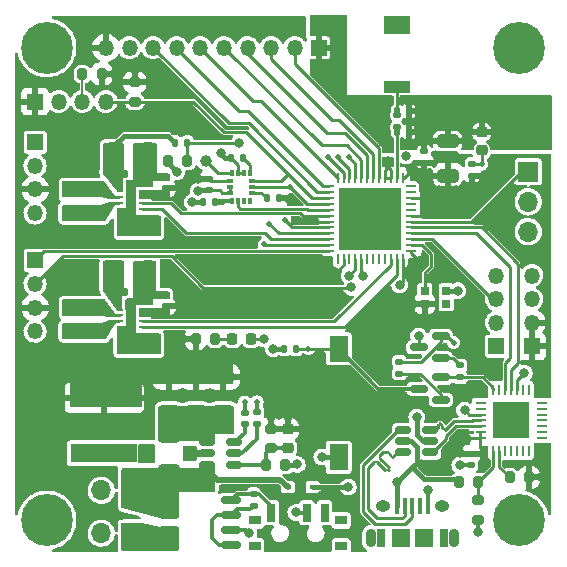
<source format=gtl>
%TF.GenerationSoftware,KiCad,Pcbnew,(6.0.6)*%
%TF.CreationDate,2022-07-17T19:58:46+03:00*%
%TF.ProjectId,Kontroller ESP,4b6f6e74-726f-46c6-9c65-72204553502e,rev?*%
%TF.SameCoordinates,Original*%
%TF.FileFunction,Copper,L1,Top*%
%TF.FilePolarity,Positive*%
%FSLAX46Y46*%
G04 Gerber Fmt 4.6, Leading zero omitted, Abs format (unit mm)*
G04 Created by KiCad (PCBNEW (6.0.6)) date 2022-07-17 19:58:46*
%MOMM*%
%LPD*%
G01*
G04 APERTURE LIST*
G04 Aperture macros list*
%AMRoundRect*
0 Rectangle with rounded corners*
0 $1 Rounding radius*
0 $2 $3 $4 $5 $6 $7 $8 $9 X,Y pos of 4 corners*
0 Add a 4 corners polygon primitive as box body*
4,1,4,$2,$3,$4,$5,$6,$7,$8,$9,$2,$3,0*
0 Add four circle primitives for the rounded corners*
1,1,$1+$1,$2,$3*
1,1,$1+$1,$4,$5*
1,1,$1+$1,$6,$7*
1,1,$1+$1,$8,$9*
0 Add four rect primitives between the rounded corners*
20,1,$1+$1,$2,$3,$4,$5,0*
20,1,$1+$1,$4,$5,$6,$7,0*
20,1,$1+$1,$6,$7,$8,$9,0*
20,1,$1+$1,$8,$9,$2,$3,0*%
G04 Aperture macros list end*
%TA.AperFunction,SMDPad,CuDef*%
%ADD10R,0.400000X1.350000*%
%TD*%
%TA.AperFunction,ComponentPad*%
%ADD11O,0.890000X1.550000*%
%TD*%
%TA.AperFunction,SMDPad,CuDef*%
%ADD12R,1.500000X1.550000*%
%TD*%
%TA.AperFunction,ComponentPad*%
%ADD13O,1.250000X0.950000*%
%TD*%
%TA.AperFunction,SMDPad,CuDef*%
%ADD14R,0.800000X1.550000*%
%TD*%
%TA.AperFunction,SMDPad,CuDef*%
%ADD15R,5.300000X5.300000*%
%TD*%
%TA.AperFunction,SMDPad,CuDef*%
%ADD16RoundRect,0.062500X-0.337500X0.062500X-0.337500X-0.062500X0.337500X-0.062500X0.337500X0.062500X0*%
%TD*%
%TA.AperFunction,SMDPad,CuDef*%
%ADD17RoundRect,0.062500X-0.062500X0.337500X-0.062500X-0.337500X0.062500X-0.337500X0.062500X0.337500X0*%
%TD*%
%TA.AperFunction,SMDPad,CuDef*%
%ADD18RoundRect,0.135000X-0.135000X-0.185000X0.135000X-0.185000X0.135000X0.185000X-0.135000X0.185000X0*%
%TD*%
%TA.AperFunction,SMDPad,CuDef*%
%ADD19R,2.300000X1.500000*%
%TD*%
%TA.AperFunction,SMDPad,CuDef*%
%ADD20R,2.300000X1.000000*%
%TD*%
%TA.AperFunction,SMDPad,CuDef*%
%ADD21RoundRect,0.250000X0.650000X-0.325000X0.650000X0.325000X-0.650000X0.325000X-0.650000X-0.325000X0*%
%TD*%
%TA.AperFunction,SMDPad,CuDef*%
%ADD22RoundRect,0.150000X0.675000X0.150000X-0.675000X0.150000X-0.675000X-0.150000X0.675000X-0.150000X0*%
%TD*%
%TA.AperFunction,SMDPad,CuDef*%
%ADD23RoundRect,0.135000X0.185000X-0.135000X0.185000X0.135000X-0.185000X0.135000X-0.185000X-0.135000X0*%
%TD*%
%TA.AperFunction,SMDPad,CuDef*%
%ADD24R,0.700000X0.700000*%
%TD*%
%TA.AperFunction,SMDPad,CuDef*%
%ADD25R,0.900000X1.600000*%
%TD*%
%TA.AperFunction,SMDPad,CuDef*%
%ADD26R,0.500000X0.250000*%
%TD*%
%TA.AperFunction,SMDPad,CuDef*%
%ADD27R,0.700000X1.500000*%
%TD*%
%TA.AperFunction,SMDPad,CuDef*%
%ADD28R,1.000000X0.800000*%
%TD*%
%TA.AperFunction,ComponentPad*%
%ADD29C,4.400000*%
%TD*%
%TA.AperFunction,ComponentPad*%
%ADD30C,0.700000*%
%TD*%
%TA.AperFunction,SMDPad,CuDef*%
%ADD31R,0.900000X0.254000*%
%TD*%
%TA.AperFunction,SMDPad,CuDef*%
%ADD32R,0.254000X0.900000*%
%TD*%
%TA.AperFunction,SMDPad,CuDef*%
%ADD33R,3.100000X3.100000*%
%TD*%
%TA.AperFunction,SMDPad,CuDef*%
%ADD34RoundRect,0.218750X0.218750X0.256250X-0.218750X0.256250X-0.218750X-0.256250X0.218750X-0.256250X0*%
%TD*%
%TA.AperFunction,SMDPad,CuDef*%
%ADD35RoundRect,0.140000X0.170000X-0.140000X0.170000X0.140000X-0.170000X0.140000X-0.170000X-0.140000X0*%
%TD*%
%TA.AperFunction,SMDPad,CuDef*%
%ADD36RoundRect,0.200000X0.200000X0.275000X-0.200000X0.275000X-0.200000X-0.275000X0.200000X-0.275000X0*%
%TD*%
%TA.AperFunction,ComponentPad*%
%ADD37R,1.350000X1.350000*%
%TD*%
%TA.AperFunction,ComponentPad*%
%ADD38O,1.350000X1.350000*%
%TD*%
%TA.AperFunction,SMDPad,CuDef*%
%ADD39RoundRect,0.135000X0.135000X0.185000X-0.135000X0.185000X-0.135000X-0.185000X0.135000X-0.185000X0*%
%TD*%
%TA.AperFunction,SMDPad,CuDef*%
%ADD40RoundRect,0.140000X0.140000X0.170000X-0.140000X0.170000X-0.140000X-0.170000X0.140000X-0.170000X0*%
%TD*%
%TA.AperFunction,SMDPad,CuDef*%
%ADD41RoundRect,0.250000X-0.325000X-0.650000X0.325000X-0.650000X0.325000X0.650000X-0.325000X0.650000X0*%
%TD*%
%TA.AperFunction,ComponentPad*%
%ADD42R,1.700000X1.700000*%
%TD*%
%TA.AperFunction,ComponentPad*%
%ADD43O,1.700000X1.700000*%
%TD*%
%TA.AperFunction,SMDPad,CuDef*%
%ADD44RoundRect,0.140000X-0.140000X-0.170000X0.140000X-0.170000X0.140000X0.170000X-0.140000X0.170000X0*%
%TD*%
%TA.AperFunction,SMDPad,CuDef*%
%ADD45RoundRect,0.147500X0.172500X-0.147500X0.172500X0.147500X-0.172500X0.147500X-0.172500X-0.147500X0*%
%TD*%
%TA.AperFunction,SMDPad,CuDef*%
%ADD46RoundRect,0.135000X-0.185000X0.135000X-0.185000X-0.135000X0.185000X-0.135000X0.185000X0.135000X0*%
%TD*%
%TA.AperFunction,SMDPad,CuDef*%
%ADD47R,5.700000X1.600000*%
%TD*%
%TA.AperFunction,SMDPad,CuDef*%
%ADD48RoundRect,0.150000X0.512500X0.150000X-0.512500X0.150000X-0.512500X-0.150000X0.512500X-0.150000X0*%
%TD*%
%TA.AperFunction,SMDPad,CuDef*%
%ADD49RoundRect,0.250000X-0.650000X0.325000X-0.650000X-0.325000X0.650000X-0.325000X0.650000X0.325000X0*%
%TD*%
%TA.AperFunction,SMDPad,CuDef*%
%ADD50RoundRect,0.225000X0.250000X-0.225000X0.250000X0.225000X-0.250000X0.225000X-0.250000X-0.225000X0*%
%TD*%
%TA.AperFunction,SMDPad,CuDef*%
%ADD51RoundRect,0.200000X-0.200000X-0.275000X0.200000X-0.275000X0.200000X0.275000X-0.200000X0.275000X0*%
%TD*%
%TA.AperFunction,SMDPad,CuDef*%
%ADD52R,0.350000X0.580000*%
%TD*%
%TA.AperFunction,SMDPad,CuDef*%
%ADD53R,0.580000X0.350000*%
%TD*%
%TA.AperFunction,SMDPad,CuDef*%
%ADD54RoundRect,0.200000X0.275000X-0.200000X0.275000X0.200000X-0.275000X0.200000X-0.275000X-0.200000X0*%
%TD*%
%TA.AperFunction,SMDPad,CuDef*%
%ADD55RoundRect,0.150000X0.587500X0.150000X-0.587500X0.150000X-0.587500X-0.150000X0.587500X-0.150000X0*%
%TD*%
%TA.AperFunction,SMDPad,CuDef*%
%ADD56RoundRect,0.225000X-0.250000X0.225000X-0.250000X-0.225000X0.250000X-0.225000X0.250000X0.225000X0*%
%TD*%
%TA.AperFunction,SMDPad,CuDef*%
%ADD57R,1.600000X2.180000*%
%TD*%
%TA.AperFunction,SMDPad,CuDef*%
%ADD58RoundRect,0.150000X-0.512500X-0.150000X0.512500X-0.150000X0.512500X0.150000X-0.512500X0.150000X0*%
%TD*%
%TA.AperFunction,SMDPad,CuDef*%
%ADD59R,0.600000X0.450000*%
%TD*%
%TA.AperFunction,SMDPad,CuDef*%
%ADD60C,1.000000*%
%TD*%
%TA.AperFunction,ViaPad*%
%ADD61C,0.800000*%
%TD*%
%TA.AperFunction,ViaPad*%
%ADD62C,0.500000*%
%TD*%
%TA.AperFunction,Conductor*%
%ADD63C,0.293370*%
%TD*%
%TA.AperFunction,Conductor*%
%ADD64C,0.250000*%
%TD*%
%TA.AperFunction,Conductor*%
%ADD65C,0.261112*%
%TD*%
%TA.AperFunction,Conductor*%
%ADD66C,0.400000*%
%TD*%
%TA.AperFunction,Conductor*%
%ADD67C,0.300000*%
%TD*%
%TA.AperFunction,Conductor*%
%ADD68C,0.200000*%
%TD*%
%TA.AperFunction,Conductor*%
%ADD69C,0.500000*%
%TD*%
G04 APERTURE END LIST*
D10*
X162650000Y-127800000D03*
X163300000Y-127800000D03*
X163950000Y-127800000D03*
X164600000Y-127800000D03*
X165250000Y-127800000D03*
D11*
X160450000Y-130500000D03*
D12*
X164950000Y-130500000D03*
D13*
X166450000Y-127800000D03*
D14*
X161250000Y-130500000D03*
X166650000Y-130500000D03*
D13*
X161450000Y-127800000D03*
D11*
X167450000Y-130500000D03*
D12*
X162950000Y-130500000D03*
D15*
X160370000Y-103470000D03*
D16*
X163820000Y-100720000D03*
X163820000Y-101220000D03*
X163820000Y-101720000D03*
X163820000Y-102220000D03*
X163820000Y-102720000D03*
X163820000Y-103220000D03*
X163820000Y-103720000D03*
X163820000Y-104220000D03*
X163820000Y-104720000D03*
X163820000Y-105220000D03*
X163820000Y-105720000D03*
X163820000Y-106220000D03*
D17*
X163120000Y-106920000D03*
X162620000Y-106920000D03*
X162120000Y-106920000D03*
X161620000Y-106920000D03*
X161120000Y-106920000D03*
X160620000Y-106920000D03*
X160120000Y-106920000D03*
X159620000Y-106920000D03*
X159120000Y-106920000D03*
X158620000Y-106920000D03*
X158120000Y-106920000D03*
X157620000Y-106920000D03*
D16*
X156920000Y-106220000D03*
X156920000Y-105720000D03*
X156920000Y-105220000D03*
X156920000Y-104720000D03*
X156920000Y-104220000D03*
X156920000Y-103720000D03*
X156920000Y-103220000D03*
X156920000Y-102720000D03*
X156920000Y-102220000D03*
X156920000Y-101720000D03*
X156920000Y-101220000D03*
X156920000Y-100720000D03*
D17*
X157620000Y-100020000D03*
X158120000Y-100020000D03*
X158620000Y-100020000D03*
X159120000Y-100020000D03*
X159620000Y-100020000D03*
X160120000Y-100020000D03*
X160620000Y-100020000D03*
X161120000Y-100020000D03*
X161620000Y-100020000D03*
X162120000Y-100020000D03*
X162620000Y-100020000D03*
X163120000Y-100020000D03*
D18*
X162620000Y-96140000D03*
X163640000Y-96140000D03*
D19*
X162610000Y-87080000D03*
D20*
X162610000Y-92330000D03*
D21*
X145640000Y-119825000D03*
X145640000Y-116875000D03*
D22*
X148595000Y-131105000D03*
X148595000Y-129835000D03*
X148595000Y-128565000D03*
X148595000Y-127295000D03*
X143345000Y-127295000D03*
X143345000Y-128565000D03*
X143345000Y-129835000D03*
X143345000Y-131105000D03*
D23*
X162840000Y-116600000D03*
X162840000Y-115580000D03*
D24*
X164985000Y-110670000D03*
X166815000Y-110670000D03*
X166815000Y-109570000D03*
X164985000Y-109570000D03*
D25*
X140100000Y-111920000D03*
D26*
X141050000Y-111170000D03*
X141050000Y-111670000D03*
X141050000Y-112170000D03*
X141050000Y-112670000D03*
X139150000Y-112670000D03*
X139150000Y-112170000D03*
X139150000Y-111670000D03*
X139150000Y-111170000D03*
D27*
X156510000Y-128370000D03*
X155010000Y-128370000D03*
X152010000Y-128370000D03*
D28*
X150610000Y-129020000D03*
X150610000Y-131230000D03*
X157910000Y-129020000D03*
X157910000Y-131230000D03*
D29*
X133000000Y-89000000D03*
D30*
X133000000Y-90650000D03*
X133000000Y-87350000D03*
X134650000Y-89000000D03*
X131833274Y-90166726D03*
X131350000Y-89000000D03*
X134166726Y-87833274D03*
X131833274Y-87833274D03*
X134166726Y-90166726D03*
D31*
X169720000Y-119060000D03*
X169720000Y-119560000D03*
X169720000Y-120060000D03*
X169720000Y-120560000D03*
X169720000Y-121060000D03*
X169720000Y-121560000D03*
X169720000Y-122060000D03*
D32*
X170810000Y-123150000D03*
X171310000Y-123150000D03*
X171810000Y-123150000D03*
X172310000Y-123150000D03*
X172810000Y-123150000D03*
X173310000Y-123150000D03*
X173810000Y-123150000D03*
D31*
X174900000Y-122060000D03*
X174900000Y-121560000D03*
X174900000Y-121060000D03*
X174900000Y-120560000D03*
X174900000Y-120060000D03*
X174900000Y-119560000D03*
X174900000Y-119060000D03*
D32*
X173810000Y-117970000D03*
X173310000Y-117970000D03*
X172810000Y-117970000D03*
X172310000Y-117970000D03*
X171810000Y-117970000D03*
X171310000Y-117970000D03*
X170810000Y-117970000D03*
D33*
X172310000Y-120560000D03*
D34*
X150287500Y-113650000D03*
X148712500Y-113650000D03*
D35*
X143100000Y-110900000D03*
X143100000Y-109940000D03*
D36*
X137645000Y-91230000D03*
X135995000Y-91230000D03*
D35*
X164950000Y-98730000D03*
X164950000Y-97770000D03*
D37*
X171060000Y-114290000D03*
D38*
X171060000Y-112290000D03*
X171060000Y-110290000D03*
X171060000Y-108290000D03*
D39*
X144880000Y-97050000D03*
X143860000Y-97050000D03*
D37*
X174060000Y-114290000D03*
D38*
X174060000Y-112290000D03*
X174060000Y-110290000D03*
X174060000Y-108290000D03*
D25*
X140110000Y-101910000D03*
D26*
X141060000Y-101160000D03*
X141060000Y-101660000D03*
X141060000Y-102160000D03*
X141060000Y-102660000D03*
X139160000Y-102660000D03*
X139160000Y-102160000D03*
X139160000Y-101660000D03*
X139160000Y-101160000D03*
D36*
X169535000Y-125800000D03*
X167885000Y-125800000D03*
D37*
X132000000Y-97000000D03*
D38*
X132000000Y-99000000D03*
X132000000Y-101000000D03*
X132000000Y-103000000D03*
D37*
X156000000Y-89000000D03*
D38*
X154000000Y-89000000D03*
X152000000Y-89000000D03*
X150000000Y-89000000D03*
X148000000Y-89000000D03*
X146000000Y-89000000D03*
X144000000Y-89000000D03*
X142000000Y-89000000D03*
X140000000Y-89000000D03*
X138000000Y-89000000D03*
D35*
X168910000Y-124350000D03*
X168910000Y-123390000D03*
D40*
X154070000Y-114510000D03*
X153110000Y-114510000D03*
D41*
X138625000Y-107920000D03*
X141575000Y-107920000D03*
D37*
X132000000Y-107000000D03*
D38*
X132000000Y-109000000D03*
X132000000Y-111000000D03*
X132000000Y-113000000D03*
D42*
X140140000Y-130100000D03*
D43*
X137600000Y-130100000D03*
D44*
X146240000Y-102090000D03*
X147200000Y-102090000D03*
D45*
X162610000Y-95705000D03*
X162610000Y-94735000D03*
D30*
X134166726Y-127833274D03*
X134650000Y-129000000D03*
X131350000Y-129000000D03*
D29*
X133000000Y-129000000D03*
D30*
X133000000Y-127350000D03*
X131833274Y-130166726D03*
X133000000Y-130650000D03*
X131833274Y-127833274D03*
X134166726Y-130166726D03*
D46*
X167990000Y-115900000D03*
X167990000Y-116920000D03*
D47*
X137850000Y-123350000D03*
X137850000Y-118650000D03*
D18*
X148550000Y-98300000D03*
X149570000Y-98300000D03*
D48*
X165447500Y-123270000D03*
X165447500Y-122320000D03*
X165447500Y-121370000D03*
X163172500Y-121370000D03*
X163172500Y-122320000D03*
X163172500Y-123270000D03*
D21*
X143330000Y-119825000D03*
X143330000Y-116875000D03*
D36*
X147235000Y-113650000D03*
X145585000Y-113650000D03*
D37*
X135000000Y-101000000D03*
D38*
X135000000Y-103000000D03*
D46*
X150510000Y-126790000D03*
X150510000Y-127810000D03*
D18*
X151600000Y-101760000D03*
X152620000Y-101760000D03*
D30*
X171833274Y-130166726D03*
X173000000Y-127350000D03*
X174650000Y-129000000D03*
X171350000Y-129000000D03*
X173000000Y-130650000D03*
X174166726Y-130166726D03*
D29*
X173000000Y-129000000D03*
D30*
X171833274Y-127833274D03*
X174166726Y-127833274D03*
D49*
X143330000Y-121875000D03*
X143330000Y-124825000D03*
D50*
X169810000Y-97695000D03*
X169810000Y-96145000D03*
D35*
X149750000Y-120860000D03*
X149750000Y-119900000D03*
D51*
X172175000Y-125380000D03*
X173825000Y-125380000D03*
X143245000Y-98560000D03*
X144895000Y-98560000D03*
D52*
X150180000Y-99615000D03*
X149680000Y-99615000D03*
X149180000Y-99615000D03*
X148680000Y-99615000D03*
D53*
X148505000Y-100290000D03*
X148505000Y-100790000D03*
X148505000Y-101290000D03*
D52*
X148680000Y-101965000D03*
X149180000Y-101965000D03*
X149680000Y-101965000D03*
X150180000Y-101965000D03*
D53*
X150355000Y-101290000D03*
X150355000Y-100790000D03*
X150355000Y-100290000D03*
D36*
X153195000Y-124300000D03*
X151545000Y-124300000D03*
D54*
X169530000Y-128955000D03*
X169530000Y-127305000D03*
D21*
X147950000Y-119825000D03*
X147950000Y-116875000D03*
D35*
X146740000Y-101070000D03*
X146740000Y-100110000D03*
D30*
X171833274Y-87833274D03*
X174650000Y-89000000D03*
X171833274Y-90166726D03*
X174166726Y-90166726D03*
X173000000Y-87350000D03*
D29*
X173000000Y-89000000D03*
D30*
X173000000Y-90650000D03*
X171350000Y-89000000D03*
X174166726Y-87833274D03*
D37*
X135000000Y-111000000D03*
D38*
X135000000Y-113000000D03*
D21*
X166920000Y-99855000D03*
X166920000Y-96905000D03*
D55*
X166357500Y-118820000D03*
X166357500Y-116920000D03*
X164482500Y-117870000D03*
D56*
X153390000Y-121305000D03*
X153390000Y-122855000D03*
D57*
X157700000Y-123680000D03*
X157700000Y-114500000D03*
D35*
X143110000Y-100890000D03*
X143110000Y-99930000D03*
D46*
X169000000Y-98840000D03*
X169000000Y-99860000D03*
D39*
X163630000Y-94350000D03*
X162610000Y-94350000D03*
D58*
X146552500Y-122400000D03*
X146552500Y-123350000D03*
X146552500Y-124300000D03*
X148827500Y-124300000D03*
X148827500Y-123350000D03*
X148827500Y-122400000D03*
D42*
X173760000Y-99495000D03*
D43*
X173760000Y-102035000D03*
X173760000Y-104575000D03*
D41*
X138635000Y-97910000D03*
X141585000Y-97910000D03*
D42*
X140135000Y-126480000D03*
D43*
X137595000Y-126480000D03*
D55*
X166347500Y-115310000D03*
X166347500Y-113410000D03*
X164472500Y-114360000D03*
D54*
X140440000Y-93565000D03*
X140440000Y-91915000D03*
D59*
X153400000Y-126190000D03*
X155500000Y-126190000D03*
D44*
X139620000Y-109720000D03*
X140580000Y-109720000D03*
D37*
X132000000Y-93560000D03*
D38*
X134000000Y-93560000D03*
X136000000Y-93560000D03*
X138000000Y-93560000D03*
D44*
X139630000Y-99710000D03*
X140590000Y-99710000D03*
D54*
X151940000Y-122915000D03*
X151940000Y-121265000D03*
D60*
X146450000Y-98560000D03*
D23*
X150800000Y-120860000D03*
X150800000Y-119840000D03*
D61*
X163430000Y-93450000D03*
X161860000Y-93450000D03*
X164010000Y-111690000D03*
X153410000Y-118170000D03*
X153400000Y-119210000D03*
X144530000Y-113630000D03*
X156220000Y-108000000D03*
X156500000Y-86860000D03*
X156590000Y-91560000D03*
X174950000Y-96810000D03*
X174950000Y-94500000D03*
X172070000Y-96780000D03*
X173540000Y-95640000D03*
X172070000Y-94500000D03*
X168310000Y-94500000D03*
X166130000Y-94500000D03*
X160550000Y-95750000D03*
X159630000Y-94800000D03*
X164310000Y-120290000D03*
X169620000Y-93450000D03*
D62*
X161420000Y-104520000D03*
D61*
X172710000Y-93450000D03*
X157920000Y-90955552D03*
D62*
X141300000Y-100040000D03*
D61*
X167560000Y-93450000D03*
X169820000Y-95080000D03*
D62*
X141290000Y-109310000D03*
X139280000Y-113540000D03*
X141280000Y-114540000D03*
X158270000Y-104520000D03*
X140620000Y-108930000D03*
D61*
X158870000Y-93450000D03*
D62*
X158270000Y-102420000D03*
D61*
X171680000Y-93450000D03*
D62*
X159320000Y-104520000D03*
X140290000Y-103530000D03*
X139980000Y-100470000D03*
X139290000Y-104530000D03*
X148350000Y-121110000D03*
D61*
X154060000Y-128350000D03*
D62*
X140280000Y-114540000D03*
X145570000Y-121110000D03*
D61*
X165500000Y-93450000D03*
X161680000Y-94410000D03*
D62*
X140630000Y-98930000D03*
X171310000Y-119560000D03*
D61*
X159820000Y-93440000D03*
D62*
X141290000Y-110040000D03*
D61*
X145310000Y-102070000D03*
D62*
X161420000Y-105570000D03*
X142280000Y-114540000D03*
X142290000Y-104530000D03*
D61*
X163630000Y-95170000D03*
D62*
X144870000Y-121800000D03*
X142030000Y-100040000D03*
X160370000Y-105570000D03*
X159320000Y-105570000D03*
D61*
X144010000Y-99490000D03*
D62*
X161420000Y-102420000D03*
D61*
X154210000Y-124290000D03*
D62*
X160370000Y-101370000D03*
X159320000Y-101370000D03*
D61*
X169540000Y-129980000D03*
X164520000Y-95770000D03*
D62*
X139970000Y-110470000D03*
X173310000Y-119560000D03*
X146960000Y-121110000D03*
D61*
X145824570Y-101109202D03*
X160850000Y-93450000D03*
D62*
X144870000Y-121110000D03*
X139280000Y-114540000D03*
D61*
X157920000Y-89871664D03*
D62*
X142020000Y-110040000D03*
X162470000Y-104520000D03*
X171310000Y-121560000D03*
X159320000Y-102420000D03*
D61*
X147720000Y-97940000D03*
X168590000Y-93450000D03*
D62*
X162470000Y-102420000D03*
D61*
X157920000Y-88787776D03*
D62*
X172310000Y-120560000D03*
D61*
X163410000Y-97130000D03*
D62*
X158270000Y-103470000D03*
X140280000Y-113540000D03*
D61*
X163410000Y-98170000D03*
D62*
X141280000Y-113540000D03*
D61*
X166530000Y-93450000D03*
D62*
X140290000Y-104530000D03*
D61*
X157920000Y-93180000D03*
X164520000Y-96830000D03*
D62*
X142020000Y-109310000D03*
X173310000Y-121560000D03*
X139290000Y-103530000D03*
D61*
X161710000Y-95340000D03*
X173740000Y-93450000D03*
X164520000Y-94470000D03*
X170650000Y-93450000D03*
D62*
X161420000Y-103470000D03*
X142030000Y-99310000D03*
D61*
X161740000Y-96340000D03*
D62*
X142280000Y-113540000D03*
D61*
X161850000Y-97330000D03*
X164470000Y-93450000D03*
D62*
X142290000Y-103530000D03*
D61*
X150110000Y-130100000D03*
D62*
X141290000Y-103530000D03*
X162470000Y-103470000D03*
X160370000Y-102420000D03*
X147660000Y-121110000D03*
D61*
X167960000Y-124350000D03*
D62*
X160370000Y-103470000D03*
D61*
X166920000Y-95720000D03*
X151350000Y-113650000D03*
D62*
X146260000Y-121110000D03*
X141300000Y-99310000D03*
X161420000Y-101370000D03*
D61*
X152170000Y-114490000D03*
X156270000Y-123670000D03*
D62*
X140690000Y-110480000D03*
D61*
X157920000Y-92039440D03*
X168360000Y-119690000D03*
X167800000Y-109560000D03*
X165250000Y-126490000D03*
D62*
X159320000Y-103470000D03*
D61*
X174770000Y-93450000D03*
X157920000Y-87703888D03*
D62*
X141290000Y-104530000D03*
X140700000Y-100480000D03*
X160370000Y-104520000D03*
D61*
X157920000Y-86620000D03*
D62*
X147930000Y-102090000D03*
D61*
X151940000Y-120250000D03*
D62*
X166180000Y-100920000D03*
X142470000Y-111420000D03*
D61*
X140515000Y-116930000D03*
D62*
X165010000Y-103090000D03*
X167640000Y-100910000D03*
X147350000Y-115810000D03*
D61*
X139300000Y-116930000D03*
X168570000Y-122140000D03*
X164000000Y-110660000D03*
D62*
X164600000Y-99470000D03*
X165030000Y-101720000D03*
X165320000Y-99470000D03*
X148390000Y-115810000D03*
D61*
X138660000Y-91240000D03*
X174830000Y-125380000D03*
X153400000Y-120260000D03*
D62*
X166910000Y-100920000D03*
X142480000Y-101410000D03*
D61*
X153500000Y-101820000D03*
X140430000Y-90920000D03*
D62*
X141770000Y-101410000D03*
D61*
X164520000Y-107080000D03*
X145800000Y-100110002D03*
X157370000Y-108020000D03*
X136870000Y-116930000D03*
X135655000Y-116930000D03*
X138085000Y-116930000D03*
D62*
X169790000Y-99850000D03*
X146260000Y-115810000D03*
D61*
X167980000Y-123340000D03*
D62*
X142780000Y-115810000D03*
X145200000Y-115810000D03*
X161870000Y-98420000D03*
X141760000Y-111420000D03*
X154170000Y-103620000D03*
X161870000Y-99120000D03*
X163740000Y-99540000D03*
X143830000Y-115810000D03*
X147370000Y-125570000D03*
X138560000Y-109900000D03*
X138570000Y-99960000D03*
X138930000Y-109290000D03*
X150800000Y-119000000D03*
X138210000Y-109280000D03*
X138940000Y-99350000D03*
X138220000Y-99340000D03*
X155150000Y-114490000D03*
X151400000Y-105640000D03*
D61*
X162650000Y-125790000D03*
X158520000Y-126190000D03*
D62*
X151790000Y-103890000D03*
X153130000Y-103630000D03*
D61*
X162870000Y-109100000D03*
X158790000Y-109300000D03*
D62*
X153600000Y-100790000D03*
D61*
X149280000Y-97060000D03*
D62*
X156760000Y-98290000D03*
D61*
X164470000Y-113420000D03*
D62*
X158581233Y-98288767D03*
X169810000Y-98840000D03*
D61*
X173420000Y-116540000D03*
D62*
X167450922Y-113979078D03*
X149750000Y-119000000D03*
X141180000Y-123700000D03*
X145450000Y-123000000D03*
X141880000Y-123000000D03*
X145450000Y-123700000D03*
X141880000Y-123700000D03*
X144750000Y-123000000D03*
X141180000Y-123000000D03*
X144750000Y-123700000D03*
X157680000Y-98290000D03*
D61*
X159800000Y-108350000D03*
X158580000Y-108320000D03*
D63*
X162610000Y-94350000D02*
X162610000Y-92330000D01*
D64*
X147850000Y-101290000D02*
X148505000Y-101290000D01*
X147630000Y-101070000D02*
X147850000Y-101290000D01*
X146740000Y-101070000D02*
X147630000Y-101070000D01*
D65*
X165840863Y-121370000D02*
X165447500Y-121370000D01*
X165890863Y-121370000D02*
X165840863Y-121370000D01*
X166090863Y-121043542D02*
X166090863Y-121170000D01*
X166490863Y-121170000D02*
X166490863Y-121043542D01*
X169027155Y-120577844D02*
X167483019Y-120577844D01*
X169720000Y-120560000D02*
X169044999Y-120560000D01*
X169044999Y-120560000D02*
X169027155Y-120577844D01*
X165890863Y-121369963D02*
G75*
G03*
X166090863Y-121170000I37J199963D01*
G01*
X167483019Y-120577844D02*
X166690863Y-121370000D01*
X166090942Y-121043542D02*
G75*
G02*
X166290863Y-120843542I199958J42D01*
G01*
X166290863Y-120843537D02*
G75*
G02*
X166490863Y-121043542I37J-199963D01*
G01*
X166490900Y-121170000D02*
G75*
G03*
X166690863Y-121370000I200000J0D01*
G01*
X167675344Y-121042156D02*
X169027155Y-121042156D01*
X166830000Y-122170000D02*
X166830000Y-121887500D01*
X166830000Y-121887500D02*
X167675344Y-121042156D01*
X165730000Y-123270000D02*
X166830000Y-122170000D01*
X169027155Y-121042156D02*
X169044999Y-121060000D01*
X165447500Y-123270000D02*
X165730000Y-123270000D01*
X169044999Y-121060000D02*
X169720000Y-121060000D01*
X162490000Y-123511378D02*
X162490000Y-123470000D01*
X162090000Y-123470000D02*
X162090000Y-123511378D01*
X161490000Y-123270000D02*
X161890000Y-123270000D01*
X161489160Y-123269160D02*
X161490000Y-123270000D01*
X161234843Y-123523474D02*
X161489160Y-123269160D01*
X161234844Y-123523473D02*
X161234843Y-123523474D01*
X161935854Y-124507327D02*
X161234843Y-123806316D01*
X161935854Y-124507326D02*
X161935854Y-124507327D01*
X161935855Y-124790169D02*
X161935854Y-124790170D01*
X160952002Y-124089160D02*
X161653012Y-124790170D01*
X160212156Y-124546164D02*
X160669160Y-124089160D01*
X160212156Y-128093836D02*
X160212156Y-124546164D01*
X160976164Y-128857844D02*
X160212156Y-128093836D01*
X163062156Y-128857844D02*
X160976164Y-128857844D01*
X163300000Y-128620000D02*
X163062156Y-128857844D01*
X163300000Y-127800000D02*
X163300000Y-128620000D01*
X161234849Y-123523478D02*
G75*
G03*
X161234843Y-123806316I141451J-141422D01*
G01*
X162740000Y-123270000D02*
X163172500Y-123270000D01*
X162090000Y-123470000D02*
G75*
G03*
X161890000Y-123270000I-200000J0D01*
G01*
X162489978Y-123511378D02*
G75*
G02*
X162290000Y-123711378I-199978J-22D01*
G01*
X161935902Y-124507278D02*
G75*
G02*
X161935854Y-124790170I-141502J-141422D01*
G01*
X161935821Y-124790135D02*
G75*
G02*
X161653013Y-124790169I-141421J141435D01*
G01*
X160952001Y-124089161D02*
G75*
G03*
X160669161Y-124089161I-141420J-141422D01*
G01*
X162690000Y-123270000D02*
X162740000Y-123270000D01*
X162290000Y-123711400D02*
G75*
G02*
X162090000Y-123511378I0J200000D01*
G01*
X162690000Y-123270000D02*
G75*
G03*
X162490000Y-123470000I0J-200000D01*
G01*
X159747844Y-128286164D02*
X159747844Y-124353836D01*
X159747844Y-124353836D02*
X162731680Y-121370000D01*
X160783836Y-129322156D02*
X159747844Y-128286164D01*
X163346164Y-129322156D02*
X160783836Y-129322156D01*
X162731680Y-121370000D02*
X163172500Y-121370000D01*
X163950000Y-128718320D02*
X163346164Y-129322156D01*
X163950000Y-127800000D02*
X163950000Y-128718320D01*
D66*
X152190000Y-114510000D02*
X152170000Y-114490000D01*
X143245000Y-98560000D02*
X143245000Y-98725000D01*
D67*
X154080000Y-128370000D02*
X154060000Y-128350000D01*
X168910000Y-124350000D02*
X167960000Y-124350000D01*
D66*
X165447500Y-122320000D02*
X164830000Y-122320000D01*
X145330000Y-102090000D02*
X145310000Y-102070000D01*
D67*
X149845000Y-129835000D02*
X150110000Y-130100000D01*
D64*
X149180000Y-98930000D02*
X149180000Y-99615000D01*
D67*
X148595000Y-129835000D02*
X149845000Y-129835000D01*
D66*
X164310000Y-121800000D02*
X164310000Y-120290000D01*
D64*
X149180000Y-99615000D02*
X149680000Y-99615000D01*
D67*
X155010000Y-128370000D02*
X154080000Y-128370000D01*
D66*
X153195000Y-124300000D02*
X154200000Y-124300000D01*
X146240000Y-102090000D02*
X145330000Y-102090000D01*
X164830000Y-122320000D02*
X164310000Y-121800000D01*
D64*
X150287500Y-113650000D02*
X151350000Y-113650000D01*
D66*
X148550000Y-98300000D02*
X148080000Y-98300000D01*
X166815000Y-109570000D02*
X167790000Y-109570000D01*
X146740000Y-101070000D02*
X145863772Y-101070000D01*
X145863772Y-101070000D02*
X145824570Y-101109202D01*
X157700000Y-123680000D02*
X156280000Y-123680000D01*
D64*
X148550000Y-98300000D02*
X149180000Y-98930000D01*
X169720000Y-120060000D02*
X168730000Y-120060000D01*
D67*
X169530000Y-129970000D02*
X169540000Y-129980000D01*
D64*
X168730000Y-120060000D02*
X168360000Y-119690000D01*
D66*
X153110000Y-114510000D02*
X152190000Y-114510000D01*
D67*
X169530000Y-128955000D02*
X169530000Y-129970000D01*
D66*
X154200000Y-124300000D02*
X154210000Y-124290000D01*
D64*
X148505000Y-100790000D02*
X148505000Y-101290000D01*
D66*
X143245000Y-98725000D02*
X144010000Y-99490000D01*
X148080000Y-98300000D02*
X147720000Y-97940000D01*
D67*
X165250000Y-127800000D02*
X165250000Y-126490000D01*
D66*
X167790000Y-109570000D02*
X167800000Y-109560000D01*
X156280000Y-123680000D02*
X156270000Y-123670000D01*
X164010000Y-110670000D02*
X164000000Y-110660000D01*
D68*
X148542500Y-102090000D02*
X148680000Y-101952500D01*
D64*
X163820000Y-101720000D02*
X165030000Y-101720000D01*
D68*
X147200000Y-102090000D02*
X147930000Y-102090000D01*
D64*
X161620000Y-100020000D02*
X162120000Y-100020000D01*
X164880000Y-103220000D02*
X163820000Y-103220000D01*
D67*
X147950000Y-116875000D02*
X149965000Y-116875000D01*
D64*
X156920000Y-103720000D02*
X154270000Y-103720000D01*
X163120000Y-100020000D02*
X163260000Y-100020000D01*
D66*
X153390000Y-121305000D02*
X153390000Y-120270000D01*
D67*
X153350000Y-121265000D02*
X153390000Y-121305000D01*
D64*
X162120000Y-100020000D02*
X162120000Y-99370000D01*
X146920000Y-100290000D02*
X146740000Y-100110000D01*
D66*
X164985000Y-110670000D02*
X164010000Y-110670000D01*
X146740000Y-100110000D02*
X145800002Y-100110000D01*
D64*
X161620000Y-99370000D02*
X161870000Y-99120000D01*
X161870000Y-99120000D02*
X161870000Y-98420000D01*
X157468008Y-108020000D02*
X157370000Y-108020000D01*
X163820000Y-106220000D02*
X163820000Y-106380000D01*
D67*
X151940000Y-121265000D02*
X153350000Y-121265000D01*
D66*
X138650000Y-91230000D02*
X138660000Y-91240000D01*
X137645000Y-91230000D02*
X138650000Y-91230000D01*
D64*
X162120000Y-99370000D02*
X161870000Y-99120000D01*
X154270000Y-103720000D02*
X154170000Y-103620000D01*
X163820000Y-106380000D02*
X164520000Y-107080000D01*
D66*
X153390000Y-120270000D02*
X153400000Y-120260000D01*
D64*
X158120000Y-106920000D02*
X158120000Y-107368008D01*
D66*
X140440000Y-90930000D02*
X140430000Y-90920000D01*
X145800002Y-100110000D02*
X145800000Y-100110002D01*
D64*
X161620000Y-100020000D02*
X161620000Y-99370000D01*
X158120000Y-107368008D02*
X157468008Y-108020000D01*
X163260000Y-100020000D02*
X163740000Y-99540000D01*
X153440000Y-101760000D02*
X153500000Y-101820000D01*
X165010000Y-103090000D02*
X164880000Y-103220000D01*
X152620000Y-101760000D02*
X153440000Y-101760000D01*
D67*
X151940000Y-118850000D02*
X151940000Y-120250000D01*
X149965000Y-116875000D02*
X151940000Y-118850000D01*
D64*
X148505000Y-100290000D02*
X146920000Y-100290000D01*
D68*
X147930000Y-102090000D02*
X148542500Y-102090000D01*
D66*
X140440000Y-91915000D02*
X140440000Y-90930000D01*
D67*
X151940000Y-120250000D02*
X151940000Y-121265000D01*
D69*
X153400000Y-126190000D02*
X152780000Y-125570000D01*
D66*
X138635000Y-97365000D02*
X138635000Y-97910000D01*
X139560000Y-96440000D02*
X138635000Y-97365000D01*
D67*
X150800000Y-119840000D02*
X150800000Y-119000000D01*
D69*
X147370000Y-125570000D02*
X146552500Y-124752500D01*
X146552500Y-124752500D02*
X146552500Y-124300000D01*
D66*
X143860000Y-97050000D02*
X143250000Y-96440000D01*
D69*
X152780000Y-125570000D02*
X147370000Y-125570000D01*
D66*
X143250000Y-96440000D02*
X139560000Y-96440000D01*
D64*
X154090000Y-114490000D02*
X154070000Y-114510000D01*
X151480000Y-105720000D02*
X151400000Y-105640000D01*
X155160000Y-114500000D02*
X157700000Y-114500000D01*
X156920000Y-105720000D02*
X151480000Y-105720000D01*
X155150000Y-114490000D02*
X155160000Y-114500000D01*
D67*
X161070000Y-117870000D02*
X157700000Y-114500000D01*
X164482500Y-117870000D02*
X161070000Y-117870000D01*
D64*
X155150000Y-114490000D02*
X154090000Y-114490000D01*
X147235000Y-113650000D02*
X148712500Y-113650000D01*
D66*
X164970000Y-125520000D02*
X167605000Y-125520000D01*
X163172500Y-122320000D02*
X163790000Y-122320000D01*
X163945000Y-124495000D02*
X164970000Y-125520000D01*
X167605000Y-125520000D02*
X167885000Y-125800000D01*
X164310000Y-122840000D02*
X164310000Y-124130000D01*
X162650000Y-125790000D02*
X162650000Y-127800000D01*
X164310000Y-124130000D02*
X163945000Y-124495000D01*
X163945000Y-124495000D02*
X162650000Y-125790000D01*
X155500000Y-126190000D02*
X158520000Y-126190000D01*
X163790000Y-122320000D02*
X164310000Y-122840000D01*
D64*
X152620000Y-104720000D02*
X156920000Y-104720000D01*
X151790000Y-103890000D02*
X152620000Y-104720000D01*
X153130000Y-103630000D02*
X153720000Y-104220000D01*
X153720000Y-104220000D02*
X156920000Y-104220000D01*
X163120000Y-108850000D02*
X162870000Y-109100000D01*
X158770000Y-109320000D02*
X158790000Y-109300000D01*
X163120000Y-106920000D02*
X163120000Y-108850000D01*
X143559501Y-106669501D02*
X146210000Y-109320000D01*
X146210000Y-109320000D02*
X158770000Y-109320000D01*
X132000000Y-109000000D02*
X134330499Y-106669501D01*
X134330499Y-106669501D02*
X143559501Y-106669501D01*
X132780000Y-106220000D02*
X156920000Y-106220000D01*
X132780000Y-106220000D02*
X132000000Y-107000000D01*
X155470000Y-101720000D02*
X153440000Y-99690000D01*
X152840000Y-100290000D02*
X153440000Y-99690000D01*
X147990000Y-96150000D02*
X145405000Y-93565000D01*
X150355000Y-100290000D02*
X152840000Y-100290000D01*
X138005000Y-93565000D02*
X138000000Y-93560000D01*
X145405000Y-93565000D02*
X140440000Y-93565000D01*
X149900000Y-96150000D02*
X147990000Y-96150000D01*
X156920000Y-101720000D02*
X155470000Y-101720000D01*
X140440000Y-93565000D02*
X138005000Y-93565000D01*
X153440000Y-99690000D02*
X149900000Y-96150000D01*
X150355000Y-100790000D02*
X153600000Y-100790000D01*
D68*
X135995000Y-91230000D02*
X136000000Y-91235000D01*
D64*
X155030000Y-102220000D02*
X156920000Y-102220000D01*
D68*
X136000000Y-91235000D02*
X136000000Y-93560000D01*
D64*
X153600000Y-100790000D02*
X155030000Y-102220000D01*
X144880000Y-98545000D02*
X144895000Y-98560000D01*
X144880000Y-97050000D02*
X144880000Y-98545000D01*
X158120000Y-100020000D02*
X158120000Y-99650000D01*
X144890000Y-97060000D02*
X144880000Y-97050000D01*
X149280000Y-97060000D02*
X144890000Y-97060000D01*
X158120000Y-99650000D02*
X156760000Y-98290000D01*
X149290000Y-94390000D02*
X150060000Y-94390000D01*
X144000000Y-89100000D02*
X149290000Y-94390000D01*
X144000000Y-89000000D02*
X144000000Y-89100000D01*
X156390000Y-100720000D02*
X156920000Y-100720000D01*
X150060000Y-94390000D02*
X156390000Y-100720000D01*
X164472500Y-113422500D02*
X164470000Y-113420000D01*
X169000000Y-98840000D02*
X169810000Y-98840000D01*
X159120000Y-98827534D02*
X159120000Y-100020000D01*
X164472500Y-114360000D02*
X164472500Y-113422500D01*
X169810000Y-98840000D02*
X169810000Y-97695000D01*
X158581233Y-98288767D02*
X159120000Y-98827534D01*
D67*
X149060000Y-128100000D02*
X148595000Y-128565000D01*
X147010000Y-130500000D02*
X147615000Y-131105000D01*
X150220000Y-128100000D02*
X149060000Y-128100000D01*
X147395000Y-128565000D02*
X147010000Y-128950000D01*
X148595000Y-128565000D02*
X147395000Y-128565000D01*
X147615000Y-131105000D02*
X148595000Y-131105000D01*
X147010000Y-128950000D02*
X147010000Y-130500000D01*
X150510000Y-127810000D02*
X150220000Y-128100000D01*
X148595000Y-127295000D02*
X149100000Y-126790000D01*
X152010000Y-127800000D02*
X152010000Y-128370000D01*
X149100000Y-126790000D02*
X150510000Y-126790000D01*
X151000000Y-126790000D02*
X152010000Y-127800000D01*
X150510000Y-126790000D02*
X151000000Y-126790000D01*
D64*
X166347500Y-115310000D02*
X167400000Y-115310000D01*
X167400000Y-115310000D02*
X167990000Y-115900000D01*
X166347500Y-113894251D02*
X166347500Y-113410000D01*
X172810000Y-117970000D02*
X172810000Y-117150000D01*
X166347500Y-113410000D02*
X166881844Y-113410000D01*
X166881844Y-113410000D02*
X167450922Y-113979078D01*
X172810000Y-117150000D02*
X173420000Y-116540000D01*
X162840000Y-115580000D02*
X164661751Y-115580000D01*
X164661751Y-115580000D02*
X166347500Y-113894251D01*
X164628249Y-116600000D02*
X162840000Y-116600000D01*
X166357500Y-118820000D02*
X166357500Y-118329251D01*
X166357500Y-118329251D02*
X164628249Y-116600000D01*
X170810000Y-117830000D02*
X170810000Y-117970000D01*
X169900000Y-116920000D02*
X170810000Y-117830000D01*
X166357500Y-116920000D02*
X167990000Y-116920000D01*
X167990000Y-116920000D02*
X169900000Y-116920000D01*
X171310000Y-124515000D02*
X172175000Y-125380000D01*
X171310000Y-123150000D02*
X171310000Y-124515000D01*
X141060000Y-102160000D02*
X143490000Y-102160000D01*
X154650000Y-103220000D02*
X156920000Y-103220000D01*
X143490000Y-102160000D02*
X144365500Y-103035500D01*
X144365500Y-103035500D02*
X154465500Y-103035500D01*
X154465500Y-103035500D02*
X154650000Y-103220000D01*
X144820000Y-104710000D02*
X142770000Y-102660000D01*
X151490000Y-104710000D02*
X144820000Y-104710000D01*
X156920000Y-105220000D02*
X152000000Y-105220000D01*
X142770000Y-102660000D02*
X141060000Y-102660000D01*
X152000000Y-105220000D02*
X151490000Y-104710000D01*
X141050000Y-112670000D02*
X158220000Y-112670000D01*
X162620000Y-108270000D02*
X162620000Y-106920000D01*
X158220000Y-112670000D02*
X162620000Y-108270000D01*
X157318008Y-112170000D02*
X162120000Y-107368008D01*
X162120000Y-107368008D02*
X162120000Y-106920000D01*
X141050000Y-112170000D02*
X157318008Y-112170000D01*
X169535000Y-127300000D02*
X169530000Y-127305000D01*
X169535000Y-125800000D02*
X169535000Y-127300000D01*
X170810000Y-123150000D02*
X170810000Y-124525000D01*
X170810000Y-124525000D02*
X169535000Y-125800000D01*
X149180000Y-101965000D02*
X149180000Y-102410000D01*
X155110000Y-102720000D02*
X156920000Y-102720000D01*
X149390000Y-102620000D02*
X155010000Y-102620000D01*
X155010000Y-102620000D02*
X155110000Y-102720000D01*
X149180000Y-102410000D02*
X149390000Y-102620000D01*
X151130000Y-93530000D02*
X150470000Y-93530000D01*
X146000000Y-89060000D02*
X146000000Y-89000000D01*
X150470000Y-93530000D02*
X146000000Y-89060000D01*
X157620000Y-100020000D02*
X151130000Y-93530000D01*
X159620000Y-98480000D02*
X158400000Y-97260000D01*
X156260000Y-97260000D02*
X148000000Y-89000000D01*
X158400000Y-97260000D02*
X156260000Y-97260000D01*
X159620000Y-100020000D02*
X159620000Y-98480000D01*
X160120000Y-98100000D02*
X158240000Y-96220000D01*
X156700000Y-96220000D02*
X150000000Y-89520000D01*
X158240000Y-96220000D02*
X156700000Y-96220000D01*
X160120000Y-100020000D02*
X160120000Y-98100000D01*
X150000000Y-89520000D02*
X150000000Y-89000000D01*
X157756396Y-95100000D02*
X157120000Y-95100000D01*
X152000000Y-89980000D02*
X152000000Y-89000000D01*
X160620000Y-97963604D02*
X157756396Y-95100000D01*
X157120000Y-95100000D02*
X152000000Y-89980000D01*
X160620000Y-100020000D02*
X160620000Y-97963604D01*
X161120000Y-100020000D02*
X161120000Y-97480000D01*
X161120000Y-97480000D02*
X154000000Y-90360000D01*
X154000000Y-90360000D02*
X154000000Y-89000000D01*
X148410000Y-95410000D02*
X142000000Y-89000000D01*
X155890000Y-101220000D02*
X150080000Y-95410000D01*
X156920000Y-101220000D02*
X155890000Y-101220000D01*
X150080000Y-95410000D02*
X148410000Y-95410000D01*
X163820000Y-103720000D02*
X168920000Y-103720000D01*
X168920000Y-103720000D02*
X173145000Y-99495000D01*
X173145000Y-99495000D02*
X173760000Y-99495000D01*
X169810000Y-104220000D02*
X163820000Y-104220000D01*
X172310000Y-116280000D02*
X172870000Y-115720000D01*
X172310000Y-117970000D02*
X172310000Y-116280000D01*
X172870000Y-107280000D02*
X169810000Y-104220000D01*
X172870000Y-115720000D02*
X172870000Y-107280000D01*
X163820000Y-104720000D02*
X169320000Y-104720000D01*
X171810000Y-115660000D02*
X171810000Y-117970000D01*
X172200000Y-107600000D02*
X172200000Y-115270000D01*
X172200000Y-115270000D02*
X171810000Y-115660000D01*
X169320000Y-104720000D02*
X172200000Y-107600000D01*
D67*
X149750000Y-119900000D02*
X149750000Y-119000000D01*
D65*
X163172500Y-121370000D02*
X162740000Y-121370000D01*
X165447500Y-123270000D02*
X165808320Y-123270000D01*
D67*
X148827500Y-122400000D02*
X148960000Y-122400000D01*
X149750000Y-121610000D02*
X149750000Y-120860000D01*
X148960000Y-122400000D02*
X149750000Y-121610000D01*
X151545000Y-123310000D02*
X151940000Y-122915000D01*
X148827500Y-124300000D02*
X151545000Y-124300000D01*
X151545000Y-124300000D02*
X151545000Y-123310000D01*
X151940000Y-122915000D02*
X153330000Y-122915000D01*
X153330000Y-122915000D02*
X153390000Y-122855000D01*
D63*
X162620000Y-100020000D02*
X162620000Y-95715000D01*
X162620000Y-95715000D02*
X162610000Y-95705000D01*
D67*
X148827500Y-123350000D02*
X149550000Y-123350000D01*
X149550000Y-123350000D02*
X150800000Y-122100000D01*
X150800000Y-122100000D02*
X150800000Y-120860000D01*
D64*
X150180000Y-98910000D02*
X149570000Y-98300000D01*
X150180000Y-99615000D02*
X150180000Y-98910000D01*
X151130000Y-101290000D02*
X151600000Y-101760000D01*
X150355000Y-101290000D02*
X151130000Y-101290000D01*
X164800000Y-105720000D02*
X165560000Y-106480000D01*
X165560000Y-106480000D02*
X165560000Y-107494598D01*
X165560000Y-107494598D02*
X164985000Y-108069598D01*
X164985000Y-108069598D02*
X164985000Y-109570000D01*
X163820000Y-105720000D02*
X164800000Y-105720000D01*
X170700000Y-110290000D02*
X171060000Y-110290000D01*
X165630000Y-105220000D02*
X170700000Y-110290000D01*
X163820000Y-105220000D02*
X165630000Y-105220000D01*
X158620000Y-99310000D02*
X158620000Y-100020000D01*
X157680000Y-98370000D02*
X158620000Y-99310000D01*
X157680000Y-98290000D02*
X157680000Y-98370000D01*
X159620000Y-106920000D02*
X159620000Y-108170000D01*
X159620000Y-108170000D02*
X159800000Y-108350000D01*
X159120000Y-107780000D02*
X159120000Y-106920000D01*
X158580000Y-108320000D02*
X159120000Y-107780000D01*
X148680000Y-99615000D02*
X147505000Y-99615000D01*
X147505000Y-99615000D02*
X146450000Y-98560000D01*
%TA.AperFunction,Conductor*%
G36*
X147172121Y-124400002D02*
G01*
X147218614Y-124453658D01*
X147230000Y-124506000D01*
X147230000Y-126464000D01*
X147209998Y-126532121D01*
X147156342Y-126578614D01*
X147104000Y-126590000D01*
X144150000Y-126590000D01*
X144150000Y-127050000D01*
X139310000Y-125620000D01*
X139310000Y-124736000D01*
X139330002Y-124667879D01*
X139383658Y-124621386D01*
X139436000Y-124610000D01*
X145890000Y-124610000D01*
X145890000Y-124506000D01*
X145910002Y-124437879D01*
X145963658Y-124391386D01*
X146016000Y-124380000D01*
X147104000Y-124380000D01*
X147172121Y-124400002D01*
G37*
%TD.AperFunction*%
%TA.AperFunction,Conductor*%
G36*
X142232121Y-97080002D02*
G01*
X142278614Y-97133658D01*
X142290000Y-97186000D01*
X142290000Y-99640000D01*
X143294000Y-99640000D01*
X143362121Y-99660002D01*
X143408614Y-99713658D01*
X143420000Y-99766000D01*
X143420000Y-100174000D01*
X143399998Y-100242121D01*
X143346342Y-100288614D01*
X143294000Y-100300000D01*
X141980000Y-100300000D01*
X141980000Y-100674000D01*
X141959998Y-100742121D01*
X141906342Y-100788614D01*
X141854000Y-100800000D01*
X140560000Y-100800000D01*
X140560000Y-101184000D01*
X140539998Y-101252121D01*
X140486342Y-101298614D01*
X140434000Y-101310000D01*
X139786000Y-101310000D01*
X139717879Y-101289998D01*
X139671386Y-101236342D01*
X139660000Y-101184000D01*
X139660000Y-100346499D01*
X139680002Y-100278378D01*
X139733658Y-100231885D01*
X139786000Y-100220499D01*
X139809900Y-100220499D01*
X139859487Y-100213972D01*
X139860127Y-100213674D01*
X139885860Y-100210000D01*
X140310000Y-100210000D01*
X140310000Y-97186000D01*
X140330002Y-97117879D01*
X140383658Y-97071386D01*
X140436000Y-97060000D01*
X142164000Y-97060000D01*
X142232121Y-97080002D01*
G37*
%TD.AperFunction*%
%TA.AperFunction,Conductor*%
G36*
X142222121Y-107080002D02*
G01*
X142268614Y-107133658D01*
X142280000Y-107186000D01*
X142280000Y-109640000D01*
X143284000Y-109640000D01*
X143352121Y-109660002D01*
X143398614Y-109713658D01*
X143410000Y-109766000D01*
X143410000Y-110174000D01*
X143389998Y-110242121D01*
X143336342Y-110288614D01*
X143284000Y-110300000D01*
X141970000Y-110300000D01*
X141970000Y-110674000D01*
X141949998Y-110742121D01*
X141896342Y-110788614D01*
X141844000Y-110800000D01*
X140550000Y-110800000D01*
X140550000Y-111184000D01*
X140529998Y-111252121D01*
X140476342Y-111298614D01*
X140424000Y-111310000D01*
X139776000Y-111310000D01*
X139707879Y-111289998D01*
X139661386Y-111236342D01*
X139650000Y-111184000D01*
X139650000Y-110356499D01*
X139670002Y-110288378D01*
X139723658Y-110241885D01*
X139776000Y-110230499D01*
X139799900Y-110230499D01*
X139849487Y-110223972D01*
X139858222Y-110219899D01*
X139867482Y-110217200D01*
X139867933Y-110218747D01*
X139907384Y-110210000D01*
X140300000Y-110210000D01*
X140300000Y-107186000D01*
X140320002Y-107117879D01*
X140373658Y-107071386D01*
X140426000Y-107060000D01*
X142154000Y-107060000D01*
X142222121Y-107080002D01*
G37*
%TD.AperFunction*%
%TA.AperFunction,Conductor*%
G36*
X142102121Y-122570002D02*
G01*
X142148614Y-122623658D01*
X142160000Y-122676000D01*
X142160000Y-124024000D01*
X142139998Y-124092121D01*
X142086342Y-124138614D01*
X142034000Y-124150000D01*
X140826000Y-124150000D01*
X140757879Y-124129998D01*
X140711386Y-124076342D01*
X140700000Y-124024000D01*
X140700000Y-122676000D01*
X140720002Y-122607879D01*
X140773658Y-122561386D01*
X140826000Y-122550000D01*
X142034000Y-122550000D01*
X142102121Y-122570002D01*
G37*
%TD.AperFunction*%
%TA.AperFunction,Conductor*%
G36*
X137870544Y-100324352D02*
G01*
X137874711Y-100329093D01*
X138800000Y-101530000D01*
X139161000Y-101530000D01*
X139195648Y-101544352D01*
X139210000Y-101579000D01*
X139210000Y-101731000D01*
X139195648Y-101765648D01*
X139161000Y-101780000D01*
X138253864Y-101780000D01*
X138246182Y-101779394D01*
X137621903Y-101680302D01*
X137621902Y-101680302D01*
X137620000Y-101680000D01*
X134339000Y-101680000D01*
X134304352Y-101665648D01*
X134290000Y-101631000D01*
X134290000Y-100359000D01*
X134304352Y-100324352D01*
X134339000Y-100310000D01*
X137835896Y-100310000D01*
X137870544Y-100324352D01*
G37*
%TD.AperFunction*%
%TA.AperFunction,Conductor*%
G36*
X154876621Y-86320502D02*
G01*
X154923114Y-86374158D01*
X154934500Y-86426500D01*
X154934500Y-87899000D01*
X154934860Y-87902346D01*
X154934860Y-87902351D01*
X154938679Y-87937871D01*
X154941481Y-87963937D01*
X154942199Y-87967237D01*
X154942199Y-87967238D01*
X154952431Y-88014277D01*
X154952435Y-88014292D01*
X154952867Y-88016279D01*
X154953430Y-88018242D01*
X154953432Y-88018250D01*
X154960352Y-88042377D01*
X154963825Y-88054488D01*
X154967802Y-88061288D01*
X155018756Y-88148413D01*
X155035880Y-88217314D01*
X155031555Y-88245162D01*
X155031324Y-88246010D01*
X155027494Y-88254673D01*
X155024500Y-88280354D01*
X155024500Y-88358805D01*
X155004498Y-88426926D01*
X154950842Y-88473419D01*
X154880568Y-88483523D01*
X154815988Y-88454029D01*
X154800857Y-88438441D01*
X154699430Y-88314078D01*
X154699427Y-88314075D01*
X154695535Y-88309303D01*
X154664970Y-88284017D01*
X154552879Y-88191288D01*
X154548132Y-88187361D01*
X154476100Y-88148413D01*
X154385276Y-88099304D01*
X154385273Y-88099303D01*
X154379851Y-88096371D01*
X154266515Y-88061288D01*
X154202988Y-88041623D01*
X154202985Y-88041622D01*
X154197101Y-88039801D01*
X154190976Y-88039157D01*
X154190975Y-88039157D01*
X154012971Y-88020448D01*
X154012970Y-88020448D01*
X154006843Y-88019804D01*
X153889867Y-88030449D01*
X153822466Y-88036583D01*
X153822465Y-88036583D01*
X153816325Y-88037142D01*
X153632803Y-88091156D01*
X153627338Y-88094013D01*
X153468728Y-88176932D01*
X153468724Y-88176935D01*
X153463268Y-88179787D01*
X153458468Y-88183647D01*
X153458467Y-88183647D01*
X153358424Y-88264084D01*
X153314176Y-88299660D01*
X153191207Y-88446208D01*
X153188237Y-88451610D01*
X153188231Y-88451619D01*
X153109896Y-88594109D01*
X153059551Y-88644168D01*
X152990134Y-88659061D01*
X152923685Y-88634060D01*
X152888231Y-88592562D01*
X152819342Y-88463001D01*
X152819341Y-88462999D01*
X152816446Y-88457555D01*
X152735908Y-88358805D01*
X152699430Y-88314078D01*
X152699427Y-88314075D01*
X152695535Y-88309303D01*
X152664970Y-88284017D01*
X152552879Y-88191288D01*
X152548132Y-88187361D01*
X152476100Y-88148413D01*
X152385276Y-88099304D01*
X152385273Y-88099303D01*
X152379851Y-88096371D01*
X152266515Y-88061288D01*
X152202988Y-88041623D01*
X152202985Y-88041622D01*
X152197101Y-88039801D01*
X152190976Y-88039157D01*
X152190975Y-88039157D01*
X152012971Y-88020448D01*
X152012970Y-88020448D01*
X152006843Y-88019804D01*
X151889867Y-88030449D01*
X151822466Y-88036583D01*
X151822465Y-88036583D01*
X151816325Y-88037142D01*
X151632803Y-88091156D01*
X151627338Y-88094013D01*
X151468728Y-88176932D01*
X151468724Y-88176935D01*
X151463268Y-88179787D01*
X151458468Y-88183647D01*
X151458467Y-88183647D01*
X151358424Y-88264084D01*
X151314176Y-88299660D01*
X151191207Y-88446208D01*
X151188237Y-88451610D01*
X151188231Y-88451619D01*
X151109896Y-88594109D01*
X151059551Y-88644168D01*
X150990134Y-88659061D01*
X150923685Y-88634060D01*
X150888231Y-88592562D01*
X150819342Y-88463001D01*
X150819341Y-88462999D01*
X150816446Y-88457555D01*
X150735908Y-88358805D01*
X150699430Y-88314078D01*
X150699427Y-88314075D01*
X150695535Y-88309303D01*
X150664970Y-88284017D01*
X150552879Y-88191288D01*
X150548132Y-88187361D01*
X150476100Y-88148413D01*
X150385276Y-88099304D01*
X150385273Y-88099303D01*
X150379851Y-88096371D01*
X150266515Y-88061288D01*
X150202988Y-88041623D01*
X150202985Y-88041622D01*
X150197101Y-88039801D01*
X150190976Y-88039157D01*
X150190975Y-88039157D01*
X150012971Y-88020448D01*
X150012970Y-88020448D01*
X150006843Y-88019804D01*
X149889867Y-88030449D01*
X149822466Y-88036583D01*
X149822465Y-88036583D01*
X149816325Y-88037142D01*
X149632803Y-88091156D01*
X149627338Y-88094013D01*
X149468728Y-88176932D01*
X149468724Y-88176935D01*
X149463268Y-88179787D01*
X149458468Y-88183647D01*
X149458467Y-88183647D01*
X149358424Y-88264084D01*
X149314176Y-88299660D01*
X149191207Y-88446208D01*
X149188237Y-88451610D01*
X149188231Y-88451619D01*
X149109896Y-88594109D01*
X149059551Y-88644168D01*
X148990134Y-88659061D01*
X148923685Y-88634060D01*
X148888231Y-88592562D01*
X148819342Y-88463001D01*
X148819341Y-88462999D01*
X148816446Y-88457555D01*
X148735908Y-88358805D01*
X148699430Y-88314078D01*
X148699427Y-88314075D01*
X148695535Y-88309303D01*
X148664970Y-88284017D01*
X148552879Y-88191288D01*
X148548132Y-88187361D01*
X148476100Y-88148413D01*
X148385276Y-88099304D01*
X148385273Y-88099303D01*
X148379851Y-88096371D01*
X148266515Y-88061288D01*
X148202988Y-88041623D01*
X148202985Y-88041622D01*
X148197101Y-88039801D01*
X148190976Y-88039157D01*
X148190975Y-88039157D01*
X148012971Y-88020448D01*
X148012970Y-88020448D01*
X148006843Y-88019804D01*
X147889867Y-88030449D01*
X147822466Y-88036583D01*
X147822465Y-88036583D01*
X147816325Y-88037142D01*
X147632803Y-88091156D01*
X147627338Y-88094013D01*
X147468728Y-88176932D01*
X147468724Y-88176935D01*
X147463268Y-88179787D01*
X147458468Y-88183647D01*
X147458467Y-88183647D01*
X147358424Y-88264084D01*
X147314176Y-88299660D01*
X147191207Y-88446208D01*
X147188237Y-88451610D01*
X147188231Y-88451619D01*
X147109896Y-88594109D01*
X147059551Y-88644168D01*
X146990134Y-88659061D01*
X146923685Y-88634060D01*
X146888231Y-88592562D01*
X146819342Y-88463001D01*
X146819341Y-88462999D01*
X146816446Y-88457555D01*
X146735908Y-88358805D01*
X146699430Y-88314078D01*
X146699427Y-88314075D01*
X146695535Y-88309303D01*
X146664970Y-88284017D01*
X146552879Y-88191288D01*
X146548132Y-88187361D01*
X146476100Y-88148413D01*
X146385276Y-88099304D01*
X146385273Y-88099303D01*
X146379851Y-88096371D01*
X146266515Y-88061288D01*
X146202988Y-88041623D01*
X146202985Y-88041622D01*
X146197101Y-88039801D01*
X146190976Y-88039157D01*
X146190975Y-88039157D01*
X146012971Y-88020448D01*
X146012970Y-88020448D01*
X146006843Y-88019804D01*
X145889867Y-88030449D01*
X145822466Y-88036583D01*
X145822465Y-88036583D01*
X145816325Y-88037142D01*
X145632803Y-88091156D01*
X145627338Y-88094013D01*
X145468728Y-88176932D01*
X145468724Y-88176935D01*
X145463268Y-88179787D01*
X145458468Y-88183647D01*
X145458467Y-88183647D01*
X145358424Y-88264084D01*
X145314176Y-88299660D01*
X145191207Y-88446208D01*
X145188237Y-88451610D01*
X145188231Y-88451619D01*
X145109896Y-88594109D01*
X145059551Y-88644168D01*
X144990134Y-88659061D01*
X144923685Y-88634060D01*
X144888231Y-88592562D01*
X144819342Y-88463001D01*
X144819341Y-88462999D01*
X144816446Y-88457555D01*
X144735908Y-88358805D01*
X144699430Y-88314078D01*
X144699427Y-88314075D01*
X144695535Y-88309303D01*
X144664970Y-88284017D01*
X144552879Y-88191288D01*
X144548132Y-88187361D01*
X144476100Y-88148413D01*
X144385276Y-88099304D01*
X144385273Y-88099303D01*
X144379851Y-88096371D01*
X144266515Y-88061288D01*
X144202988Y-88041623D01*
X144202985Y-88041622D01*
X144197101Y-88039801D01*
X144190976Y-88039157D01*
X144190975Y-88039157D01*
X144012971Y-88020448D01*
X144012970Y-88020448D01*
X144006843Y-88019804D01*
X143889867Y-88030449D01*
X143822466Y-88036583D01*
X143822465Y-88036583D01*
X143816325Y-88037142D01*
X143632803Y-88091156D01*
X143627338Y-88094013D01*
X143468728Y-88176932D01*
X143468724Y-88176935D01*
X143463268Y-88179787D01*
X143458468Y-88183647D01*
X143458467Y-88183647D01*
X143358424Y-88264084D01*
X143314176Y-88299660D01*
X143191207Y-88446208D01*
X143188237Y-88451610D01*
X143188231Y-88451619D01*
X143109896Y-88594109D01*
X143059551Y-88644168D01*
X142990134Y-88659061D01*
X142923685Y-88634060D01*
X142888231Y-88592562D01*
X142819342Y-88463001D01*
X142819341Y-88462999D01*
X142816446Y-88457555D01*
X142735908Y-88358805D01*
X142699430Y-88314078D01*
X142699427Y-88314075D01*
X142695535Y-88309303D01*
X142664970Y-88284017D01*
X142552879Y-88191288D01*
X142548132Y-88187361D01*
X142476100Y-88148413D01*
X142385276Y-88099304D01*
X142385273Y-88099303D01*
X142379851Y-88096371D01*
X142266515Y-88061288D01*
X142202988Y-88041623D01*
X142202985Y-88041622D01*
X142197101Y-88039801D01*
X142190976Y-88039157D01*
X142190975Y-88039157D01*
X142012971Y-88020448D01*
X142012970Y-88020448D01*
X142006843Y-88019804D01*
X141889867Y-88030449D01*
X141822466Y-88036583D01*
X141822465Y-88036583D01*
X141816325Y-88037142D01*
X141632803Y-88091156D01*
X141627338Y-88094013D01*
X141468728Y-88176932D01*
X141468724Y-88176935D01*
X141463268Y-88179787D01*
X141458468Y-88183647D01*
X141458467Y-88183647D01*
X141358424Y-88264084D01*
X141314176Y-88299660D01*
X141191207Y-88446208D01*
X141188237Y-88451610D01*
X141188231Y-88451619D01*
X141109896Y-88594109D01*
X141059551Y-88644168D01*
X140990134Y-88659061D01*
X140923685Y-88634060D01*
X140888231Y-88592562D01*
X140819342Y-88463001D01*
X140819341Y-88462999D01*
X140816446Y-88457555D01*
X140735908Y-88358805D01*
X140699430Y-88314078D01*
X140699427Y-88314075D01*
X140695535Y-88309303D01*
X140664970Y-88284017D01*
X140552879Y-88191288D01*
X140548132Y-88187361D01*
X140476100Y-88148413D01*
X140385276Y-88099304D01*
X140385273Y-88099303D01*
X140379851Y-88096371D01*
X140266515Y-88061288D01*
X140202988Y-88041623D01*
X140202985Y-88041622D01*
X140197101Y-88039801D01*
X140190976Y-88039157D01*
X140190975Y-88039157D01*
X140012971Y-88020448D01*
X140012970Y-88020448D01*
X140006843Y-88019804D01*
X139889867Y-88030449D01*
X139822466Y-88036583D01*
X139822465Y-88036583D01*
X139816325Y-88037142D01*
X139632803Y-88091156D01*
X139627338Y-88094013D01*
X139468728Y-88176932D01*
X139468724Y-88176935D01*
X139463268Y-88179787D01*
X139458468Y-88183647D01*
X139458467Y-88183647D01*
X139358424Y-88264084D01*
X139314176Y-88299660D01*
X139218264Y-88413962D01*
X139159158Y-88453287D01*
X139088170Y-88454413D01*
X139027843Y-88416982D01*
X139011925Y-88393414D01*
X139011718Y-88393541D01*
X139008846Y-88388855D01*
X139008741Y-88388699D01*
X139008701Y-88388618D01*
X139002688Y-88378806D01*
X138880389Y-88215027D01*
X138872699Y-88206487D01*
X138722599Y-88067735D01*
X138713474Y-88060734D01*
X138540607Y-87951663D01*
X138530360Y-87946442D01*
X138340511Y-87870700D01*
X138329485Y-87867434D01*
X138271770Y-87855954D01*
X138258894Y-87857106D01*
X138254000Y-87872259D01*
X138254000Y-89128000D01*
X138233998Y-89196121D01*
X138180342Y-89242614D01*
X138128000Y-89254000D01*
X136870235Y-89254000D01*
X136856704Y-89257973D01*
X136855412Y-89266962D01*
X136886229Y-89388303D01*
X136890070Y-89399150D01*
X136975643Y-89584772D01*
X136981394Y-89594733D01*
X137099359Y-89761651D01*
X137106837Y-89770406D01*
X137253241Y-89913026D01*
X137262185Y-89920269D01*
X137422073Y-90027103D01*
X137467601Y-90081580D01*
X137476449Y-90152023D01*
X137445807Y-90216067D01*
X137385406Y-90253379D01*
X137363600Y-90257339D01*
X137323162Y-90261055D01*
X137310112Y-90263668D01*
X137162073Y-90310060D01*
X137148329Y-90316266D01*
X137016399Y-90396166D01*
X137004530Y-90405473D01*
X136895473Y-90514530D01*
X136886166Y-90526399D01*
X136809939Y-90652263D01*
X136757541Y-90700169D01*
X136687561Y-90712142D01*
X136622217Y-90684380D01*
X136601340Y-90662559D01*
X136552546Y-90597454D01*
X136480284Y-90543296D01*
X136445006Y-90516856D01*
X136445003Y-90516854D01*
X136437824Y-90511474D01*
X136325355Y-90469312D01*
X136310975Y-90463921D01*
X136310973Y-90463921D01*
X136303580Y-90461149D01*
X136295730Y-90460296D01*
X136295729Y-90460296D01*
X136245774Y-90454869D01*
X136245773Y-90454869D01*
X136242377Y-90454500D01*
X135995073Y-90454500D01*
X135747624Y-90454501D01*
X135744230Y-90454870D01*
X135744224Y-90454870D01*
X135694278Y-90460295D01*
X135694274Y-90460296D01*
X135686420Y-90461149D01*
X135552176Y-90511474D01*
X135544997Y-90516854D01*
X135544994Y-90516856D01*
X135509716Y-90543296D01*
X135437454Y-90597454D01*
X135432073Y-90604634D01*
X135432072Y-90604635D01*
X135356856Y-90704994D01*
X135356854Y-90704997D01*
X135351474Y-90712176D01*
X135301149Y-90846420D01*
X135294500Y-90907623D01*
X135294501Y-91552376D01*
X135294870Y-91555770D01*
X135294870Y-91555776D01*
X135297514Y-91580112D01*
X135301149Y-91613580D01*
X135351474Y-91747824D01*
X135356854Y-91755003D01*
X135356856Y-91755006D01*
X135413436Y-91830499D01*
X135437454Y-91862546D01*
X135444635Y-91867928D01*
X135544994Y-91943144D01*
X135544997Y-91943146D01*
X135552176Y-91948526D01*
X135641561Y-91982034D01*
X135679025Y-91996079D01*
X135679027Y-91996079D01*
X135686420Y-91998851D01*
X135694267Y-91999703D01*
X135694269Y-91999704D01*
X135697505Y-92000055D01*
X135698212Y-92000132D01*
X135701075Y-92001322D01*
X135701959Y-92001532D01*
X135701925Y-92001675D01*
X135763773Y-92027377D01*
X135804198Y-92085741D01*
X135810600Y-92125395D01*
X135810600Y-92504568D01*
X135790598Y-92572689D01*
X135736942Y-92619182D01*
X135720190Y-92625436D01*
X135632803Y-92651156D01*
X135627338Y-92654013D01*
X135468728Y-92736932D01*
X135468724Y-92736935D01*
X135463268Y-92739787D01*
X135458468Y-92743647D01*
X135458467Y-92743647D01*
X135343928Y-92835739D01*
X135314176Y-92859660D01*
X135191207Y-93006208D01*
X135188237Y-93011610D01*
X135188231Y-93011619D01*
X135109896Y-93154109D01*
X135059551Y-93204168D01*
X134990134Y-93219061D01*
X134923685Y-93194060D01*
X134888231Y-93152562D01*
X134872075Y-93122176D01*
X134816446Y-93017555D01*
X134751386Y-92937783D01*
X134699430Y-92874078D01*
X134699427Y-92874075D01*
X134695535Y-92869303D01*
X134689731Y-92864501D01*
X134552879Y-92751288D01*
X134548132Y-92747361D01*
X134412148Y-92673834D01*
X134385276Y-92659304D01*
X134385273Y-92659303D01*
X134379851Y-92656371D01*
X134234223Y-92611292D01*
X134202988Y-92601623D01*
X134202985Y-92601622D01*
X134197101Y-92599801D01*
X134190976Y-92599157D01*
X134190975Y-92599157D01*
X134012971Y-92580448D01*
X134012970Y-92580448D01*
X134006843Y-92579804D01*
X133889867Y-92590449D01*
X133822466Y-92596583D01*
X133822465Y-92596583D01*
X133816325Y-92597142D01*
X133632803Y-92651156D01*
X133627338Y-92654013D01*
X133468728Y-92736932D01*
X133468724Y-92736935D01*
X133463268Y-92739787D01*
X133458468Y-92743647D01*
X133458467Y-92743647D01*
X133361854Y-92821326D01*
X133296232Y-92848422D01*
X133226377Y-92835739D01*
X133174469Y-92787303D01*
X133164920Y-92767358D01*
X133121233Y-92650823D01*
X133112701Y-92635237D01*
X133037570Y-92534991D01*
X133025009Y-92522430D01*
X132924763Y-92447299D01*
X132909177Y-92438767D01*
X132790867Y-92394414D01*
X132775621Y-92390789D01*
X132725729Y-92385369D01*
X132718915Y-92385000D01*
X132272115Y-92385000D01*
X132256876Y-92389475D01*
X132255671Y-92390865D01*
X132254000Y-92398548D01*
X132254000Y-94716885D01*
X132258475Y-94732124D01*
X132259865Y-94733329D01*
X132267548Y-94735000D01*
X132718915Y-94735000D01*
X132725729Y-94734631D01*
X132775621Y-94729211D01*
X132790867Y-94725586D01*
X132909177Y-94681233D01*
X132924763Y-94672701D01*
X133025009Y-94597570D01*
X133037570Y-94585009D01*
X133112701Y-94484763D01*
X133121233Y-94469177D01*
X133165119Y-94352112D01*
X133207760Y-94295347D01*
X133274322Y-94270647D01*
X133343671Y-94285854D01*
X133364764Y-94300387D01*
X133391740Y-94323345D01*
X133440575Y-94364907D01*
X133607570Y-94458237D01*
X133789512Y-94517354D01*
X133979472Y-94540005D01*
X133985607Y-94539533D01*
X133985609Y-94539533D01*
X134164071Y-94525801D01*
X134164075Y-94525800D01*
X134170213Y-94525328D01*
X134354472Y-94473882D01*
X134525228Y-94387627D01*
X134554309Y-94364907D01*
X134636891Y-94300387D01*
X134675979Y-94269848D01*
X134680052Y-94265130D01*
X134796958Y-94129692D01*
X134796959Y-94129691D01*
X134800982Y-94125030D01*
X134817574Y-94095824D01*
X134843055Y-94050969D01*
X134891987Y-93964833D01*
X134943025Y-93915484D01*
X135012643Y-93901561D01*
X135078737Y-93927487D01*
X135113608Y-93969476D01*
X135173242Y-94085511D01*
X135173245Y-94085516D01*
X135176060Y-94090993D01*
X135294889Y-94240918D01*
X135299583Y-94244913D01*
X135364765Y-94300387D01*
X135440575Y-94364907D01*
X135607570Y-94458237D01*
X135789512Y-94517354D01*
X135979472Y-94540005D01*
X135985607Y-94539533D01*
X135985609Y-94539533D01*
X136164071Y-94525801D01*
X136164075Y-94525800D01*
X136170213Y-94525328D01*
X136354472Y-94473882D01*
X136525228Y-94387627D01*
X136554309Y-94364907D01*
X136636891Y-94300387D01*
X136675979Y-94269848D01*
X136680052Y-94265130D01*
X136796958Y-94129692D01*
X136796959Y-94129691D01*
X136800982Y-94125030D01*
X136817574Y-94095824D01*
X136843055Y-94050969D01*
X136891987Y-93964833D01*
X136943025Y-93915484D01*
X137012643Y-93901561D01*
X137078737Y-93927487D01*
X137113608Y-93969476D01*
X137173242Y-94085511D01*
X137173245Y-94085516D01*
X137176060Y-94090993D01*
X137294889Y-94240918D01*
X137299583Y-94244913D01*
X137364765Y-94300387D01*
X137440575Y-94364907D01*
X137607570Y-94458237D01*
X137789512Y-94517354D01*
X137979472Y-94540005D01*
X137985607Y-94539533D01*
X137985609Y-94539533D01*
X138164071Y-94525801D01*
X138164075Y-94525800D01*
X138170213Y-94525328D01*
X138354472Y-94473882D01*
X138525228Y-94387627D01*
X138554309Y-94364907D01*
X138636891Y-94300387D01*
X138675979Y-94269848D01*
X138680052Y-94265130D01*
X138796958Y-94129692D01*
X138796959Y-94129691D01*
X138800982Y-94125030D01*
X138895476Y-93958691D01*
X138926434Y-93865628D01*
X138966915Y-93807304D01*
X139032503Y-93780124D01*
X139045992Y-93779400D01*
X139550217Y-93779400D01*
X139618338Y-93799402D01*
X139664831Y-93853058D01*
X139670811Y-93870464D01*
X139671149Y-93873580D01*
X139721474Y-94007824D01*
X139726854Y-94015003D01*
X139726856Y-94015006D01*
X139783806Y-94090993D01*
X139807454Y-94122546D01*
X139814635Y-94127928D01*
X139914994Y-94203144D01*
X139914997Y-94203146D01*
X139922176Y-94208526D01*
X139959490Y-94222514D01*
X140049025Y-94256079D01*
X140049027Y-94256079D01*
X140056420Y-94258851D01*
X140064270Y-94259704D01*
X140064271Y-94259704D01*
X140114217Y-94265130D01*
X140117623Y-94265500D01*
X140439952Y-94265500D01*
X140762376Y-94265499D01*
X140765770Y-94265130D01*
X140765776Y-94265130D01*
X140815722Y-94259705D01*
X140815726Y-94259704D01*
X140823580Y-94258851D01*
X140957824Y-94208526D01*
X140965003Y-94203146D01*
X140965006Y-94203144D01*
X141065365Y-94127928D01*
X141072546Y-94122546D01*
X141096194Y-94090993D01*
X141153144Y-94015006D01*
X141153146Y-94015003D01*
X141158526Y-94007824D01*
X141208851Y-93873580D01*
X141208880Y-93873314D01*
X141242422Y-93814604D01*
X141305379Y-93781786D01*
X141329784Y-93779400D01*
X145264003Y-93779400D01*
X145332124Y-93799402D01*
X145353098Y-93816305D01*
X147832086Y-96295293D01*
X147836627Y-96300078D01*
X147861163Y-96327328D01*
X147878320Y-96334967D01*
X147895693Y-96344400D01*
X147911450Y-96354632D01*
X147924535Y-96356705D01*
X147928337Y-96358164D01*
X147932326Y-96359012D01*
X147944428Y-96364400D01*
X147963204Y-96364400D01*
X147982915Y-96365951D01*
X147988392Y-96366819D01*
X147988394Y-96366819D01*
X148001471Y-96368890D01*
X148014262Y-96365463D01*
X148027488Y-96364769D01*
X148027519Y-96365361D01*
X148034815Y-96364400D01*
X148675620Y-96364400D01*
X148743741Y-96384402D01*
X148790234Y-96438058D01*
X148800338Y-96508332D01*
X148770844Y-96572912D01*
X148764847Y-96578930D01*
X148761330Y-96582836D01*
X148755604Y-96587831D01*
X148751237Y-96594045D01*
X148670094Y-96709500D01*
X148658113Y-96726547D01*
X148651477Y-96743568D01*
X148642976Y-96765371D01*
X148599594Y-96821572D01*
X148525583Y-96845600D01*
X145559081Y-96845600D01*
X145490960Y-96825598D01*
X145444467Y-96771942D01*
X145440206Y-96761368D01*
X145404227Y-96658915D01*
X145351724Y-96587831D01*
X145332018Y-96561152D01*
X145326423Y-96553577D01*
X145265166Y-96508332D01*
X145228663Y-96481370D01*
X145228662Y-96481369D01*
X145221085Y-96475773D01*
X145142341Y-96448120D01*
X145104774Y-96434927D01*
X145104772Y-96434926D01*
X145097526Y-96432382D01*
X145089884Y-96431660D01*
X145089881Y-96431659D01*
X145079974Y-96430723D01*
X145067038Y-96429500D01*
X144692962Y-96429500D01*
X144680026Y-96430723D01*
X144670119Y-96431659D01*
X144670116Y-96431660D01*
X144662474Y-96432382D01*
X144655228Y-96434926D01*
X144655226Y-96434927D01*
X144617659Y-96448120D01*
X144538915Y-96475773D01*
X144531338Y-96481369D01*
X144531337Y-96481370D01*
X144444859Y-96545244D01*
X144378181Y-96569627D01*
X144308905Y-96554090D01*
X144295141Y-96545244D01*
X144208663Y-96481370D01*
X144208662Y-96481369D01*
X144201085Y-96475773D01*
X144122341Y-96448120D01*
X144084774Y-96434927D01*
X144084772Y-96434926D01*
X144077526Y-96432382D01*
X144069884Y-96431660D01*
X144069881Y-96431659D01*
X144059974Y-96430723D01*
X144047038Y-96429500D01*
X143700964Y-96429500D01*
X143632843Y-96409498D01*
X143611869Y-96392595D01*
X143490161Y-96270887D01*
X143488636Y-96269120D01*
X143486360Y-96264464D01*
X143451856Y-96232457D01*
X143448451Y-96229177D01*
X143435604Y-96216330D01*
X143431734Y-96213675D01*
X143429389Y-96211616D01*
X143407320Y-96191144D01*
X143396515Y-96186833D01*
X143391451Y-96183632D01*
X143384340Y-96179835D01*
X143378872Y-96177412D01*
X143369279Y-96170831D01*
X143346511Y-96165428D01*
X143328918Y-96159864D01*
X143315446Y-96154489D01*
X143315441Y-96154488D01*
X143307185Y-96151194D01*
X143301127Y-96150600D01*
X143298040Y-96150600D01*
X143294976Y-96150450D01*
X143294990Y-96150157D01*
X143286343Y-96149145D01*
X143275704Y-96148625D01*
X143264383Y-96145938D01*
X143252854Y-96147507D01*
X143252852Y-96147507D01*
X143238584Y-96149449D01*
X143221593Y-96150600D01*
X139610243Y-96150600D01*
X139607914Y-96150429D01*
X139603009Y-96148745D01*
X139557598Y-96150450D01*
X139555973Y-96150511D01*
X139551246Y-96150600D01*
X139533083Y-96150600D01*
X139528474Y-96151458D01*
X139525366Y-96151660D01*
X139506902Y-96152353D01*
X139506900Y-96152354D01*
X139495275Y-96152790D01*
X139484586Y-96157382D01*
X139478756Y-96158696D01*
X139471023Y-96161045D01*
X139465449Y-96163196D01*
X139454012Y-96165326D01*
X139444107Y-96171431D01*
X139444108Y-96171431D01*
X139434095Y-96177603D01*
X139417720Y-96186109D01*
X139404394Y-96191835D01*
X139396220Y-96195347D01*
X139391516Y-96199211D01*
X139389331Y-96201396D01*
X139387065Y-96203451D01*
X139386868Y-96203234D01*
X139380021Y-96208647D01*
X139372141Y-96215792D01*
X139362237Y-96221897D01*
X139355197Y-96231155D01*
X139355195Y-96231157D01*
X139346476Y-96242623D01*
X139335274Y-96255453D01*
X138918130Y-96672596D01*
X138855818Y-96706621D01*
X138829035Y-96709500D01*
X138267228Y-96709500D01*
X138177453Y-96720364D01*
X138169925Y-96723345D01*
X138169923Y-96723345D01*
X138086747Y-96756276D01*
X138040418Y-96765124D01*
X137992942Y-96765144D01*
X137895134Y-96765186D01*
X137891822Y-96765540D01*
X137891820Y-96765540D01*
X137834158Y-96771701D01*
X137834149Y-96771702D01*
X137830840Y-96772056D01*
X137827582Y-96772759D01*
X137827581Y-96772759D01*
X137823131Y-96773719D01*
X137778997Y-96783240D01*
X137741395Y-96793910D01*
X137734605Y-96797846D01*
X137734604Y-96797846D01*
X137652215Y-96845600D01*
X137644261Y-96850210D01*
X137590425Y-96896493D01*
X137548071Y-96941066D01*
X137496796Y-97040944D01*
X137476529Y-97108987D01*
X137463819Y-97195007D01*
X137463802Y-97199498D01*
X137463801Y-97199505D01*
X137456257Y-99138436D01*
X137454478Y-99595589D01*
X137454802Y-99610892D01*
X137455385Y-99623498D01*
X137477069Y-99723243D01*
X137503529Y-99789124D01*
X137518727Y-99815380D01*
X137535541Y-99884356D01*
X137512394Y-99951474D01*
X137456636Y-99995423D01*
X137409677Y-100004500D01*
X134339000Y-100004500D01*
X134222088Y-100027756D01*
X134187440Y-100042108D01*
X134186797Y-100042392D01*
X134186778Y-100042400D01*
X134183416Y-100043884D01*
X134174534Y-100047806D01*
X134083401Y-100113376D01*
X134022108Y-100207440D01*
X134007756Y-100242088D01*
X133984500Y-100359000D01*
X133984500Y-101631000D01*
X134007756Y-101747912D01*
X134022108Y-101782560D01*
X134027806Y-101795466D01*
X134093376Y-101886599D01*
X134109842Y-101897328D01*
X134124149Y-101906651D01*
X134170303Y-101960599D01*
X134179963Y-102030935D01*
X134150063Y-102095328D01*
X134133473Y-102110358D01*
X134133599Y-102110504D01*
X134079943Y-102156997D01*
X134037762Y-102201733D01*
X134033680Y-102209761D01*
X134033678Y-102209764D01*
X133994854Y-102286121D01*
X133986877Y-102301810D01*
X133985237Y-102307396D01*
X133985236Y-102307398D01*
X133980362Y-102323998D01*
X133966875Y-102369931D01*
X133966234Y-102374387D01*
X133966233Y-102374393D01*
X133961113Y-102410008D01*
X133954500Y-102456000D01*
X133954500Y-103554000D01*
X133954860Y-103557346D01*
X133954860Y-103557351D01*
X133960776Y-103612375D01*
X133961481Y-103618937D01*
X133962199Y-103622237D01*
X133962199Y-103622238D01*
X133972431Y-103669277D01*
X133972435Y-103669292D01*
X133972867Y-103671279D01*
X133983825Y-103709488D01*
X133987802Y-103716288D01*
X134037295Y-103800914D01*
X134040504Y-103806401D01*
X134086997Y-103860057D01*
X134089309Y-103862237D01*
X134089311Y-103862239D01*
X134094007Y-103866667D01*
X134131733Y-103902238D01*
X134139761Y-103906320D01*
X134139764Y-103906322D01*
X134226619Y-103950484D01*
X134226623Y-103950485D01*
X134231810Y-103953123D01*
X134237396Y-103954763D01*
X134237398Y-103954764D01*
X134248702Y-103958083D01*
X134299931Y-103973125D01*
X134304387Y-103973766D01*
X134304393Y-103973767D01*
X134344499Y-103979533D01*
X134386000Y-103985500D01*
X137898484Y-103985500D01*
X137902099Y-103985081D01*
X137902103Y-103985081D01*
X137964716Y-103977828D01*
X137964717Y-103977828D01*
X137968324Y-103977410D01*
X138024408Y-103964240D01*
X138026627Y-103963544D01*
X138059349Y-103953279D01*
X138059352Y-103953278D01*
X138067119Y-103950841D01*
X138075269Y-103945708D01*
X138131891Y-103910043D01*
X138162116Y-103891005D01*
X138214213Y-103842772D01*
X138222447Y-103832613D01*
X138264001Y-103781340D01*
X138268961Y-103775220D01*
X138281346Y-103754480D01*
X138420319Y-103521741D01*
X138472416Y-103473508D01*
X138542320Y-103461098D01*
X138607836Y-103488451D01*
X138648163Y-103546882D01*
X138654500Y-103586338D01*
X138654500Y-104854000D01*
X138654860Y-104857346D01*
X138654860Y-104857351D01*
X138660413Y-104909000D01*
X138661481Y-104918937D01*
X138662199Y-104922237D01*
X138662199Y-104922238D01*
X138672431Y-104969277D01*
X138672435Y-104969292D01*
X138672867Y-104971279D01*
X138673430Y-104973242D01*
X138673432Y-104973250D01*
X138676974Y-104985598D01*
X138683825Y-105009488D01*
X138687802Y-105016288D01*
X138727842Y-105084750D01*
X138740504Y-105106401D01*
X138786997Y-105160057D01*
X138831733Y-105202238D01*
X138839761Y-105206320D01*
X138839764Y-105206322D01*
X138926619Y-105250484D01*
X138926623Y-105250485D01*
X138931810Y-105253123D01*
X138937396Y-105254763D01*
X138937398Y-105254764D01*
X138942204Y-105256175D01*
X138999931Y-105273125D01*
X139004387Y-105273766D01*
X139004393Y-105273767D01*
X139039964Y-105278881D01*
X139086000Y-105285500D01*
X142524000Y-105285500D01*
X142527346Y-105285140D01*
X142527351Y-105285140D01*
X142585573Y-105278881D01*
X142585580Y-105278880D01*
X142588937Y-105278519D01*
X142592238Y-105277801D01*
X142639277Y-105267569D01*
X142639292Y-105267565D01*
X142641279Y-105267133D01*
X142643242Y-105266570D01*
X142643250Y-105266568D01*
X142671916Y-105258347D01*
X142671919Y-105258346D01*
X142679488Y-105256175D01*
X142725198Y-105229442D01*
X142771380Y-105202433D01*
X142771384Y-105202430D01*
X142776401Y-105199496D01*
X142830057Y-105153003D01*
X142872238Y-105108267D01*
X142876320Y-105100239D01*
X142876322Y-105100236D01*
X142920484Y-105013381D01*
X142920485Y-105013377D01*
X142923123Y-105008190D01*
X142943125Y-104940069D01*
X142943941Y-104934400D01*
X142952123Y-104877486D01*
X142955500Y-104854000D01*
X142955500Y-103452897D01*
X142975502Y-103384776D01*
X143029158Y-103338283D01*
X143099432Y-103328179D01*
X143164012Y-103357673D01*
X143170595Y-103363802D01*
X144662086Y-104855293D01*
X144666627Y-104860078D01*
X144691163Y-104887328D01*
X144708320Y-104894967D01*
X144725693Y-104904400D01*
X144741450Y-104914632D01*
X144754535Y-104916705D01*
X144758337Y-104918164D01*
X144762326Y-104919012D01*
X144774428Y-104924400D01*
X144793205Y-104924400D01*
X144812916Y-104925951D01*
X144818393Y-104926819D01*
X144818395Y-104926819D01*
X144831472Y-104928890D01*
X144844263Y-104925463D01*
X144857489Y-104924769D01*
X144857520Y-104925361D01*
X144864816Y-104924400D01*
X151060873Y-104924400D01*
X151128994Y-104944402D01*
X151175487Y-104998058D01*
X151185591Y-105068332D01*
X151156097Y-105132912D01*
X151126306Y-105157511D01*
X151122375Y-105159139D01*
X151007379Y-105247379D01*
X150919139Y-105362375D01*
X150863670Y-105496291D01*
X150844750Y-105640000D01*
X150863670Y-105783709D01*
X150883417Y-105831384D01*
X150891006Y-105901971D01*
X150859227Y-105965458D01*
X150798169Y-106001686D01*
X150767008Y-106005600D01*
X132788924Y-106005600D01*
X132782330Y-106005427D01*
X132758939Y-106004201D01*
X132758938Y-106004201D01*
X132745712Y-106003508D01*
X132733349Y-106008254D01*
X132733348Y-106008254D01*
X132728175Y-106010240D01*
X132709224Y-106015854D01*
X132690847Y-106019760D01*
X132690846Y-106019761D01*
X132690845Y-106019761D01*
X132690484Y-106018061D01*
X132660189Y-106024500D01*
X131280354Y-106024500D01*
X131276650Y-106024941D01*
X131276647Y-106024941D01*
X131269254Y-106025821D01*
X131254154Y-106027618D01*
X131151847Y-106073061D01*
X131072759Y-106152287D01*
X131027494Y-106254673D01*
X131024500Y-106280354D01*
X131024500Y-107719646D01*
X131027618Y-107745846D01*
X131031456Y-107754486D01*
X131031456Y-107754487D01*
X131052376Y-107801585D01*
X131073061Y-107848153D01*
X131081294Y-107856372D01*
X131081295Y-107856373D01*
X131108318Y-107883349D01*
X131152287Y-107927241D01*
X131162924Y-107931944D01*
X131162926Y-107931945D01*
X131210233Y-107952859D01*
X131254673Y-107972506D01*
X131280354Y-107975500D01*
X131359553Y-107975500D01*
X131427674Y-107995502D01*
X131474167Y-108049158D01*
X131484271Y-108119432D01*
X131454777Y-108184012D01*
X131438505Y-108199697D01*
X131350831Y-108270189D01*
X131314176Y-108299660D01*
X131191207Y-108446208D01*
X131188237Y-108451611D01*
X131188236Y-108451612D01*
X131157695Y-108507166D01*
X131099045Y-108613850D01*
X131097184Y-108619717D01*
X131097183Y-108619719D01*
X131073603Y-108694054D01*
X131041200Y-108796201D01*
X131019876Y-108986314D01*
X131021025Y-109000000D01*
X131033594Y-109149673D01*
X131035884Y-109176948D01*
X131054015Y-109240180D01*
X131085515Y-109350035D01*
X131088614Y-109360843D01*
X131091433Y-109366328D01*
X131173242Y-109525511D01*
X131173245Y-109525516D01*
X131176060Y-109530993D01*
X131294889Y-109680918D01*
X131299583Y-109684913D01*
X131417486Y-109785257D01*
X131456399Y-109844640D01*
X131457030Y-109915634D01*
X131419178Y-109975699D01*
X131400245Y-109989497D01*
X131311358Y-110042379D01*
X131302049Y-110049141D01*
X131148375Y-110183911D01*
X131140458Y-110192254D01*
X131013914Y-110352773D01*
X131007652Y-110362416D01*
X130912480Y-110543309D01*
X130908077Y-110553942D01*
X130853814Y-110728697D01*
X130853595Y-110742799D01*
X130860326Y-110746000D01*
X133131172Y-110746000D01*
X133144703Y-110742027D01*
X133145872Y-110733892D01*
X133103224Y-110582671D01*
X133099103Y-110571935D01*
X133008698Y-110388613D01*
X133002688Y-110378806D01*
X132880389Y-110215027D01*
X132872699Y-110206487D01*
X132722599Y-110067735D01*
X132713474Y-110060734D01*
X132595752Y-109986457D01*
X132548813Y-109933190D01*
X132538124Y-109863003D01*
X132567078Y-109798179D01*
X132585414Y-109780606D01*
X132671123Y-109713643D01*
X132671129Y-109713637D01*
X132675979Y-109709848D01*
X132680185Y-109704976D01*
X132796958Y-109569692D01*
X132796959Y-109569691D01*
X132800982Y-109565030D01*
X132812764Y-109544291D01*
X132855088Y-109469787D01*
X132895476Y-109398691D01*
X132955861Y-109217166D01*
X132962017Y-109168434D01*
X132979396Y-109030872D01*
X132979397Y-109030863D01*
X132979838Y-109027369D01*
X132980220Y-109000000D01*
X132961552Y-108809608D01*
X132906259Y-108626467D01*
X132891194Y-108598134D01*
X132870356Y-108558944D01*
X132856036Y-108489407D01*
X132881583Y-108423166D01*
X132892512Y-108410695D01*
X134382401Y-106920806D01*
X134444713Y-106886780D01*
X134471496Y-106883901D01*
X137346701Y-106883901D01*
X137414822Y-106903903D01*
X137461315Y-106957559D01*
X137471419Y-107027833D01*
X137468689Y-107040262D01*
X137468787Y-107040284D01*
X137467815Y-107044669D01*
X137466529Y-107048987D01*
X137453819Y-107135007D01*
X137453802Y-107139498D01*
X137453801Y-107139505D01*
X137446337Y-109057926D01*
X137444463Y-109539486D01*
X137445189Y-109544285D01*
X137445189Y-109544291D01*
X137456346Y-109618084D01*
X137458467Y-109632115D01*
X137459916Y-109636736D01*
X137459917Y-109636738D01*
X137475029Y-109684913D01*
X137481323Y-109704976D01*
X137496173Y-109735108D01*
X137508975Y-109761083D01*
X137522736Y-109789006D01*
X137525519Y-109792973D01*
X137525523Y-109792979D01*
X137541767Y-109816129D01*
X137564520Y-109883381D01*
X137547302Y-109952258D01*
X137495579Y-110000893D01*
X137438624Y-110014500D01*
X134389000Y-110014500D01*
X134350899Y-110022079D01*
X134326317Y-110024500D01*
X134280354Y-110024500D01*
X134276650Y-110024941D01*
X134276647Y-110024941D01*
X134269254Y-110025821D01*
X134254154Y-110027618D01*
X134245514Y-110031456D01*
X134245513Y-110031456D01*
X134162482Y-110068337D01*
X134151847Y-110073061D01*
X134143628Y-110081294D01*
X134143627Y-110081295D01*
X134132229Y-110092713D01*
X134072759Y-110152287D01*
X134068056Y-110162924D01*
X134068055Y-110162926D01*
X134044551Y-110216092D01*
X134027494Y-110254673D01*
X134024500Y-110280354D01*
X134024500Y-111719646D01*
X134027618Y-111745846D01*
X134073061Y-111848153D01*
X134145775Y-111920740D01*
X134152287Y-111927241D01*
X134151626Y-111927904D01*
X134189685Y-111974503D01*
X134197736Y-112045042D01*
X134166373Y-112108736D01*
X134153374Y-112120244D01*
X134153599Y-112120504D01*
X134099943Y-112166997D01*
X134057762Y-112211733D01*
X134053680Y-112219761D01*
X134053678Y-112219764D01*
X134010149Y-112305374D01*
X134006877Y-112311810D01*
X133986875Y-112379931D01*
X133986234Y-112384387D01*
X133986233Y-112384393D01*
X133981113Y-112420008D01*
X133974500Y-112466000D01*
X133974500Y-113564000D01*
X133974860Y-113567346D01*
X133974860Y-113567351D01*
X133980937Y-113623873D01*
X133981481Y-113628937D01*
X133982199Y-113632237D01*
X133982199Y-113632238D01*
X133992431Y-113679277D01*
X133992435Y-113679292D01*
X133992867Y-113681279D01*
X133993430Y-113683242D01*
X133993432Y-113683250D01*
X134000841Y-113709082D01*
X134003825Y-113719488D01*
X134007802Y-113726288D01*
X134055220Y-113807366D01*
X134060504Y-113816401D01*
X134064312Y-113820796D01*
X134064313Y-113820797D01*
X134071746Y-113829375D01*
X134106997Y-113870057D01*
X134109309Y-113872237D01*
X134109311Y-113872239D01*
X134119937Y-113882258D01*
X134151733Y-113912238D01*
X134159761Y-113916320D01*
X134159764Y-113916322D01*
X134246619Y-113960484D01*
X134246623Y-113960485D01*
X134251810Y-113963123D01*
X134257396Y-113964763D01*
X134257398Y-113964764D01*
X134260930Y-113965801D01*
X134319931Y-113983125D01*
X134324387Y-113983766D01*
X134324393Y-113983767D01*
X134362482Y-113989243D01*
X134406000Y-113995500D01*
X137918484Y-113995500D01*
X137922099Y-113995081D01*
X137922103Y-113995081D01*
X137984716Y-113987828D01*
X137984717Y-113987828D01*
X137988324Y-113987410D01*
X138044408Y-113974240D01*
X138055087Y-113970890D01*
X138079349Y-113963279D01*
X138079352Y-113963278D01*
X138087119Y-113960841D01*
X138095269Y-113955708D01*
X138166946Y-113910560D01*
X138182116Y-113901005D01*
X138234213Y-113852772D01*
X138237043Y-113849281D01*
X138237047Y-113849276D01*
X138283653Y-113791770D01*
X138288962Y-113785220D01*
X138400320Y-113598729D01*
X138452416Y-113550498D01*
X138522320Y-113538088D01*
X138587836Y-113565441D01*
X138628163Y-113623873D01*
X138634500Y-113663328D01*
X138634500Y-114844000D01*
X138634860Y-114847346D01*
X138634860Y-114847351D01*
X138639279Y-114888452D01*
X138641481Y-114908937D01*
X138642199Y-114912237D01*
X138642199Y-114912238D01*
X138652431Y-114959277D01*
X138652435Y-114959292D01*
X138652867Y-114961279D01*
X138653430Y-114963242D01*
X138653432Y-114963250D01*
X138654173Y-114965832D01*
X138663825Y-114999488D01*
X138667802Y-115006288D01*
X138717410Y-115091110D01*
X138720504Y-115096401D01*
X138766997Y-115150057D01*
X138811733Y-115192238D01*
X138819761Y-115196320D01*
X138819764Y-115196322D01*
X138906619Y-115240484D01*
X138906623Y-115240485D01*
X138911810Y-115243123D01*
X138917396Y-115244763D01*
X138917398Y-115244764D01*
X138929601Y-115248347D01*
X138979931Y-115263125D01*
X138984387Y-115263766D01*
X138984393Y-115263767D01*
X139019964Y-115268881D01*
X139066000Y-115275500D01*
X142514000Y-115275500D01*
X142517346Y-115275140D01*
X142517351Y-115275140D01*
X142575573Y-115268881D01*
X142575580Y-115268880D01*
X142578937Y-115268519D01*
X142582238Y-115267801D01*
X142629277Y-115257569D01*
X142629292Y-115257565D01*
X142631279Y-115257133D01*
X142633242Y-115256570D01*
X142633250Y-115256568D01*
X142661916Y-115248347D01*
X142661919Y-115248346D01*
X142669488Y-115246175D01*
X142718961Y-115217241D01*
X142761380Y-115192433D01*
X142761384Y-115192430D01*
X142766401Y-115189496D01*
X142820057Y-115143003D01*
X142862238Y-115098267D01*
X142866320Y-115090239D01*
X142866322Y-115090236D01*
X142910484Y-115003381D01*
X142910485Y-115003377D01*
X142913123Y-114998190D01*
X142933125Y-114930069D01*
X142935184Y-114915753D01*
X142944858Y-114848463D01*
X142945500Y-114844000D01*
X142945500Y-113978050D01*
X144685000Y-113978050D01*
X144685266Y-113983838D01*
X144691055Y-114046838D01*
X144693668Y-114059888D01*
X144740060Y-114207927D01*
X144746266Y-114221671D01*
X144826166Y-114353601D01*
X144835473Y-114365470D01*
X144944530Y-114474527D01*
X144956399Y-114483834D01*
X145088329Y-114563734D01*
X145102073Y-114569940D01*
X145250112Y-114616332D01*
X145263162Y-114618945D01*
X145316738Y-114623868D01*
X145328124Y-114620525D01*
X145329329Y-114619135D01*
X145331000Y-114611452D01*
X145331000Y-113922115D01*
X145326525Y-113906876D01*
X145325135Y-113905671D01*
X145317452Y-113904000D01*
X144703115Y-113904000D01*
X144687876Y-113908475D01*
X144686671Y-113909865D01*
X144685000Y-113917548D01*
X144685000Y-113978050D01*
X142945500Y-113978050D01*
X142945500Y-113306000D01*
X142945140Y-113302649D01*
X142938881Y-113244427D01*
X142938880Y-113244420D01*
X142938519Y-113241063D01*
X142933321Y-113217166D01*
X142927569Y-113190723D01*
X142927565Y-113190708D01*
X142927133Y-113188721D01*
X142926568Y-113186750D01*
X142918347Y-113158084D01*
X142918346Y-113158081D01*
X142916175Y-113150512D01*
X142912199Y-113143713D01*
X142912197Y-113143709D01*
X142871434Y-113074011D01*
X142854309Y-113005110D01*
X142877153Y-112937889D01*
X142932714Y-112893690D01*
X142980198Y-112884400D01*
X144640099Y-112884400D01*
X144708220Y-112904402D01*
X144754713Y-112958058D01*
X144764817Y-113028332D01*
X144747873Y-113075674D01*
X144746268Y-113078325D01*
X144740060Y-113092073D01*
X144693668Y-113240112D01*
X144691055Y-113253162D01*
X144685266Y-113316162D01*
X144685000Y-113321950D01*
X144685000Y-113377884D01*
X144689475Y-113393124D01*
X144690865Y-113394329D01*
X144698548Y-113396000D01*
X145713000Y-113396000D01*
X145781121Y-113416002D01*
X145827614Y-113469658D01*
X145839000Y-113522000D01*
X145839000Y-114606885D01*
X145843475Y-114622124D01*
X145844865Y-114623329D01*
X145849103Y-114624251D01*
X145906838Y-114618945D01*
X145919888Y-114616332D01*
X146067927Y-114569940D01*
X146081671Y-114563734D01*
X146213601Y-114483834D01*
X146225470Y-114474527D01*
X146334527Y-114365470D01*
X146343834Y-114353601D01*
X146420061Y-114227737D01*
X146472459Y-114179831D01*
X146542439Y-114167858D01*
X146607783Y-114195620D01*
X146628660Y-114217441D01*
X146677454Y-114282546D01*
X146684635Y-114287928D01*
X146784994Y-114363144D01*
X146784997Y-114363146D01*
X146792176Y-114368526D01*
X146881561Y-114402034D01*
X146919025Y-114416079D01*
X146919027Y-114416079D01*
X146926420Y-114418851D01*
X146934270Y-114419704D01*
X146934271Y-114419704D01*
X146984217Y-114425130D01*
X146987623Y-114425500D01*
X147234927Y-114425500D01*
X147482376Y-114425499D01*
X147485770Y-114425130D01*
X147485776Y-114425130D01*
X147535722Y-114419705D01*
X147535726Y-114419704D01*
X147543580Y-114418851D01*
X147677824Y-114368526D01*
X147685003Y-114363146D01*
X147685006Y-114363144D01*
X147785365Y-114287928D01*
X147792546Y-114282546D01*
X147807003Y-114263256D01*
X147858744Y-114194219D01*
X147915604Y-114151704D01*
X147986422Y-114146679D01*
X148048715Y-114180738D01*
X148059933Y-114193605D01*
X148117942Y-114270029D01*
X148117945Y-114270032D01*
X148123133Y-114276867D01*
X148236452Y-114362881D01*
X148368727Y-114415253D01*
X148376764Y-114416226D01*
X148376766Y-114416226D01*
X148398460Y-114418851D01*
X148453406Y-114425500D01*
X148971594Y-114425500D01*
X149026540Y-114418851D01*
X149048234Y-114416226D01*
X149048236Y-114416226D01*
X149056273Y-114415253D01*
X149188548Y-114362881D01*
X149301867Y-114276867D01*
X149354195Y-114207927D01*
X149382687Y-114170391D01*
X149382687Y-114170390D01*
X149387881Y-114163548D01*
X149390622Y-114156626D01*
X149441093Y-114107482D01*
X149510662Y-114093316D01*
X149576846Y-114119010D01*
X149609326Y-114156494D01*
X149612119Y-114163548D01*
X149617313Y-114170390D01*
X149617313Y-114170391D01*
X149645805Y-114207927D01*
X149698133Y-114276867D01*
X149811452Y-114362881D01*
X149943727Y-114415253D01*
X149951764Y-114416226D01*
X149951766Y-114416226D01*
X149973460Y-114418851D01*
X150028406Y-114425500D01*
X150546594Y-114425500D01*
X150601540Y-114418851D01*
X150623234Y-114416226D01*
X150623236Y-114416226D01*
X150631273Y-114415253D01*
X150763548Y-114362881D01*
X150876867Y-114276867D01*
X150878774Y-114279379D01*
X150927722Y-114252651D01*
X150998537Y-114257716D01*
X151014626Y-114265041D01*
X151083554Y-114302465D01*
X151083557Y-114302466D01*
X151090235Y-114306092D01*
X151097584Y-114308020D01*
X151246883Y-114347188D01*
X151246885Y-114347188D01*
X151254233Y-114349116D01*
X151341343Y-114350484D01*
X151409141Y-114371553D01*
X151454785Y-114425932D01*
X151465158Y-114476810D01*
X151464394Y-114482611D01*
X151465227Y-114490157D01*
X151465227Y-114490161D01*
X151471171Y-114544000D01*
X151482999Y-114651135D01*
X151485609Y-114658266D01*
X151525629Y-114767625D01*
X151541266Y-114810356D01*
X151635830Y-114951083D01*
X151641442Y-114956190D01*
X151641445Y-114956193D01*
X151755612Y-115060077D01*
X151755616Y-115060080D01*
X151761233Y-115065191D01*
X151767906Y-115068814D01*
X151767910Y-115068817D01*
X151903558Y-115142467D01*
X151903560Y-115142468D01*
X151910235Y-115146092D01*
X151917584Y-115148020D01*
X152066883Y-115187188D01*
X152066885Y-115187188D01*
X152074233Y-115189116D01*
X152160609Y-115190473D01*
X152236161Y-115191660D01*
X152236164Y-115191660D01*
X152243760Y-115191779D01*
X152251165Y-115190083D01*
X152251166Y-115190083D01*
X152314424Y-115175595D01*
X152409029Y-115153928D01*
X152560498Y-115077747D01*
X152566269Y-115072818D01*
X152566272Y-115072816D01*
X152580134Y-115060976D01*
X152644924Y-115031944D01*
X152715124Y-115042548D01*
X152736819Y-115055431D01*
X152761548Y-115073696D01*
X152770435Y-115076817D01*
X152770437Y-115076818D01*
X152850182Y-115104822D01*
X152886526Y-115117585D01*
X152894172Y-115118308D01*
X152894173Y-115118308D01*
X152899403Y-115118802D01*
X152917362Y-115120500D01*
X153302638Y-115120500D01*
X153320597Y-115118802D01*
X153325827Y-115118308D01*
X153325828Y-115118308D01*
X153333474Y-115117585D01*
X153369818Y-115104822D01*
X153449563Y-115076818D01*
X153449565Y-115076817D01*
X153458452Y-115073696D01*
X153515140Y-115031825D01*
X153581819Y-115007442D01*
X153651095Y-115022979D01*
X153664859Y-115031825D01*
X153721548Y-115073696D01*
X153730435Y-115076817D01*
X153730437Y-115076818D01*
X153810182Y-115104822D01*
X153846526Y-115117585D01*
X153854172Y-115118308D01*
X153854173Y-115118308D01*
X153859403Y-115118802D01*
X153877362Y-115120500D01*
X154262638Y-115120500D01*
X154280597Y-115118802D01*
X154285827Y-115118308D01*
X154285828Y-115118308D01*
X154293474Y-115117585D01*
X154329818Y-115104822D01*
X154409563Y-115076818D01*
X154409565Y-115076817D01*
X154418452Y-115073696D01*
X154524999Y-114994999D01*
X154585795Y-114912689D01*
X154642355Y-114869778D01*
X154713136Y-114864258D01*
X154763849Y-114887586D01*
X154791674Y-114908937D01*
X154872375Y-114970861D01*
X155006291Y-115026330D01*
X155150000Y-115045250D01*
X155293709Y-115026330D01*
X155427625Y-114970861D01*
X155542621Y-114882621D01*
X155630861Y-114767625D01*
X155632726Y-114769056D01*
X155675346Y-114728411D01*
X155733091Y-114714400D01*
X156473500Y-114714400D01*
X156541621Y-114734402D01*
X156588114Y-114788058D01*
X156599500Y-114840400D01*
X156599500Y-115634646D01*
X156602618Y-115660846D01*
X156606456Y-115669486D01*
X156606456Y-115669487D01*
X156639348Y-115743538D01*
X156648061Y-115763153D01*
X156656294Y-115771372D01*
X156656295Y-115771373D01*
X156679536Y-115794573D01*
X156727287Y-115842241D01*
X156737924Y-115846944D01*
X156737926Y-115846945D01*
X156790196Y-115870053D01*
X156829673Y-115887506D01*
X156855354Y-115890500D01*
X158544646Y-115890500D01*
X158548350Y-115890059D01*
X158548353Y-115890059D01*
X158555746Y-115889179D01*
X158570846Y-115887382D01*
X158615016Y-115867763D01*
X158685388Y-115858389D01*
X158749659Y-115888552D01*
X158755257Y-115893819D01*
X160893943Y-118032505D01*
X160898484Y-118037289D01*
X160926141Y-118068005D01*
X160946357Y-118077006D01*
X160963730Y-118086438D01*
X160982291Y-118098492D01*
X160995371Y-118100563D01*
X161001060Y-118102747D01*
X161007016Y-118104013D01*
X161019114Y-118109400D01*
X161041247Y-118109400D01*
X161060956Y-118110951D01*
X161082809Y-118114412D01*
X161095598Y-118110985D01*
X161108825Y-118110292D01*
X161108842Y-118110619D01*
X161118102Y-118109400D01*
X163359601Y-118109400D01*
X163427722Y-118129402D01*
X163474215Y-118183058D01*
X163478484Y-118193653D01*
X163488354Y-118221758D01*
X163492366Y-118233184D01*
X163497958Y-118240754D01*
X163497959Y-118240757D01*
X163517613Y-118267366D01*
X163572850Y-118342150D01*
X163580421Y-118347742D01*
X163674243Y-118417041D01*
X163674246Y-118417042D01*
X163681816Y-118422634D01*
X163809631Y-118467519D01*
X163817277Y-118468242D01*
X163817278Y-118468242D01*
X163820791Y-118468574D01*
X163841166Y-118470500D01*
X165123834Y-118470500D01*
X165137365Y-118469221D01*
X165147724Y-118468242D01*
X165147727Y-118468241D01*
X165155369Y-118467519D01*
X165162613Y-118464975D01*
X165168721Y-118463635D01*
X165239546Y-118468574D01*
X165296457Y-118511020D01*
X165321386Y-118577496D01*
X165321164Y-118598568D01*
X165319779Y-118613218D01*
X165319500Y-118616166D01*
X165319500Y-119023834D01*
X165322481Y-119055369D01*
X165367366Y-119183184D01*
X165372958Y-119190754D01*
X165372959Y-119190757D01*
X165433428Y-119272624D01*
X165447850Y-119292150D01*
X165455421Y-119297742D01*
X165549243Y-119367041D01*
X165549246Y-119367042D01*
X165556816Y-119372634D01*
X165684631Y-119417519D01*
X165692277Y-119418242D01*
X165692278Y-119418242D01*
X165698248Y-119418806D01*
X165716166Y-119420500D01*
X166998834Y-119420500D01*
X167016752Y-119418806D01*
X167022722Y-119418242D01*
X167022723Y-119418242D01*
X167030369Y-119417519D01*
X167158184Y-119372634D01*
X167165754Y-119367042D01*
X167165757Y-119367041D01*
X167259579Y-119297742D01*
X167267150Y-119292150D01*
X167281572Y-119272624D01*
X167342041Y-119190757D01*
X167342042Y-119190754D01*
X167347634Y-119183184D01*
X167392519Y-119055369D01*
X167395500Y-119023834D01*
X167395500Y-118616166D01*
X167392519Y-118584631D01*
X167347634Y-118456816D01*
X167342042Y-118449246D01*
X167342041Y-118449243D01*
X167272742Y-118355421D01*
X167267150Y-118347850D01*
X167249183Y-118334579D01*
X167165757Y-118272959D01*
X167165754Y-118272958D01*
X167158184Y-118267366D01*
X167030369Y-118222481D01*
X167022723Y-118221758D01*
X167022722Y-118221758D01*
X167016752Y-118221194D01*
X166998834Y-118219500D01*
X166606975Y-118219500D01*
X166538854Y-118199498D01*
X166523034Y-118184558D01*
X166521793Y-118185936D01*
X166511950Y-118177073D01*
X166504167Y-118166361D01*
X166492700Y-118159740D01*
X166482857Y-118150878D01*
X166483253Y-118150438D01*
X166477414Y-118145957D01*
X166067052Y-117735595D01*
X166033026Y-117673283D01*
X166038091Y-117602468D01*
X166080638Y-117545632D01*
X166147158Y-117520821D01*
X166156147Y-117520500D01*
X166998834Y-117520500D01*
X167016752Y-117518806D01*
X167022722Y-117518242D01*
X167022723Y-117518242D01*
X167030369Y-117517519D01*
X167158184Y-117472634D01*
X167165754Y-117467042D01*
X167165757Y-117467041D01*
X167259579Y-117397742D01*
X167267150Y-117392150D01*
X167284903Y-117368115D01*
X167288514Y-117363226D01*
X167345076Y-117320315D01*
X167415858Y-117314796D01*
X167478387Y-117348421D01*
X167483789Y-117354655D01*
X167487982Y-117358848D01*
X167493577Y-117366423D01*
X167501152Y-117372018D01*
X167528409Y-117392150D01*
X167598915Y-117444227D01*
X167663880Y-117467041D01*
X167715226Y-117485073D01*
X167715228Y-117485074D01*
X167722474Y-117487618D01*
X167730116Y-117488340D01*
X167730119Y-117488341D01*
X167740026Y-117489277D01*
X167752962Y-117490500D01*
X168227038Y-117490500D01*
X168239974Y-117489277D01*
X168249881Y-117488341D01*
X168249884Y-117488340D01*
X168257526Y-117487618D01*
X168264772Y-117485074D01*
X168264774Y-117485073D01*
X168316120Y-117467041D01*
X168381085Y-117444227D01*
X168451592Y-117392150D01*
X168478848Y-117372018D01*
X168486423Y-117366423D01*
X168501300Y-117346281D01*
X168558630Y-117268663D01*
X168558631Y-117268662D01*
X168564227Y-117261085D01*
X168569308Y-117246618D01*
X168579129Y-117218651D01*
X168620572Y-117161006D01*
X168686602Y-117134918D01*
X168698011Y-117134400D01*
X169759003Y-117134400D01*
X169827124Y-117154402D01*
X169848098Y-117171305D01*
X170345595Y-117668802D01*
X170379621Y-117731114D01*
X170382500Y-117757897D01*
X170382500Y-118464646D01*
X170382941Y-118468350D01*
X170382941Y-118468353D01*
X170385618Y-118490846D01*
X170383606Y-118491085D01*
X170382584Y-118549952D01*
X170343169Y-118609003D01*
X170278086Y-118637371D01*
X170240418Y-118634715D01*
X170240327Y-118635494D01*
X170214646Y-118632500D01*
X169225354Y-118632500D01*
X169221650Y-118632941D01*
X169221647Y-118632941D01*
X169216371Y-118633569D01*
X169199154Y-118635618D01*
X169190514Y-118639456D01*
X169190513Y-118639456D01*
X169107482Y-118676337D01*
X169096847Y-118681061D01*
X169088628Y-118689294D01*
X169088627Y-118689295D01*
X169060589Y-118717382D01*
X169017759Y-118760287D01*
X168972494Y-118862673D01*
X168969500Y-118888354D01*
X168969500Y-119014371D01*
X168949498Y-119082492D01*
X168895842Y-119128985D01*
X168825568Y-119139089D01*
X168771588Y-119117834D01*
X168768391Y-119115612D01*
X168762721Y-119110560D01*
X168746347Y-119101890D01*
X168695080Y-119074746D01*
X168612881Y-119031224D01*
X168448441Y-118989919D01*
X168440843Y-118989879D01*
X168440841Y-118989879D01*
X168363668Y-118989475D01*
X168278895Y-118989031D01*
X168271508Y-118990805D01*
X168271504Y-118990805D01*
X168167034Y-119015887D01*
X168114032Y-119028612D01*
X168107288Y-119032093D01*
X168107285Y-119032094D01*
X167970117Y-119102892D01*
X167963369Y-119106375D01*
X167957647Y-119111367D01*
X167957645Y-119111368D01*
X167933812Y-119132159D01*
X167835604Y-119217831D01*
X167825895Y-119231646D01*
X167746535Y-119344564D01*
X167738113Y-119356547D01*
X167676524Y-119514513D01*
X167675532Y-119522046D01*
X167675532Y-119522047D01*
X167661045Y-119632094D01*
X167654394Y-119682611D01*
X167672999Y-119851135D01*
X167689503Y-119896233D01*
X167716564Y-119970180D01*
X167731266Y-120010356D01*
X167735502Y-120016659D01*
X167735502Y-120016660D01*
X167757826Y-120049881D01*
X167825830Y-120151083D01*
X167826820Y-120151984D01*
X167855088Y-120214190D01*
X167844853Y-120284445D01*
X167798259Y-120338013D01*
X167730337Y-120357888D01*
X167492081Y-120357888D01*
X167485486Y-120357715D01*
X167461068Y-120356435D01*
X167461067Y-120356435D01*
X167447841Y-120355742D01*
X167429606Y-120362742D01*
X167410662Y-120368354D01*
X167391556Y-120372415D01*
X167380842Y-120380199D01*
X167376707Y-120382040D01*
X167372911Y-120384505D01*
X167360546Y-120389252D01*
X167346743Y-120403055D01*
X167331710Y-120415896D01*
X167315908Y-120427377D01*
X167309285Y-120438847D01*
X167300427Y-120448686D01*
X167300030Y-120448328D01*
X167295280Y-120454518D01*
X166867302Y-120882496D01*
X166804990Y-120916522D01*
X166734175Y-120911457D01*
X166677339Y-120868910D01*
X166661793Y-120841607D01*
X166660874Y-120839387D01*
X166657715Y-120831758D01*
X166614187Y-120775026D01*
X166595423Y-120750569D01*
X166595420Y-120750566D01*
X166590393Y-120744014D01*
X166576228Y-120733145D01*
X166527610Y-120695842D01*
X166502651Y-120676691D01*
X166495023Y-120673532D01*
X166495021Y-120673531D01*
X166420024Y-120642474D01*
X166400472Y-120634377D01*
X166333485Y-120625568D01*
X166305046Y-120621828D01*
X166304239Y-120621695D01*
X166304033Y-120621695D01*
X166300953Y-120621290D01*
X166290822Y-120619277D01*
X166280616Y-120621309D01*
X166277650Y-120621700D01*
X166277420Y-120621700D01*
X166276518Y-120621849D01*
X166248310Y-120625568D01*
X166181203Y-120634415D01*
X166173574Y-120637577D01*
X166173573Y-120637577D01*
X166146701Y-120648714D01*
X166079061Y-120676747D01*
X166072510Y-120681776D01*
X166072508Y-120681777D01*
X165992169Y-120743448D01*
X165925954Y-120769061D01*
X165915446Y-120769500D01*
X165058713Y-120769500D01*
X164990592Y-120749498D01*
X164944099Y-120695842D01*
X164933995Y-120625568D01*
X164941806Y-120596504D01*
X164988765Y-120479691D01*
X164988767Y-120479684D01*
X164991601Y-120472634D01*
X165006256Y-120369663D01*
X165014909Y-120308862D01*
X165014909Y-120308859D01*
X165015490Y-120304778D01*
X165015645Y-120290000D01*
X165013840Y-120275080D01*
X164996188Y-120129220D01*
X164995276Y-120121680D01*
X164935345Y-119963077D01*
X164839312Y-119823349D01*
X164765211Y-119757327D01*
X164718392Y-119715612D01*
X164718388Y-119715610D01*
X164712721Y-119710560D01*
X164659935Y-119682611D01*
X164598369Y-119650014D01*
X164562881Y-119631224D01*
X164398441Y-119589919D01*
X164390843Y-119589879D01*
X164390841Y-119589879D01*
X164313668Y-119589475D01*
X164228895Y-119589031D01*
X164221508Y-119590805D01*
X164221504Y-119590805D01*
X164119787Y-119615226D01*
X164064032Y-119628612D01*
X164057288Y-119632093D01*
X164057285Y-119632094D01*
X163920117Y-119702892D01*
X163913369Y-119706375D01*
X163785604Y-119817831D01*
X163781237Y-119824045D01*
X163692974Y-119949631D01*
X163688113Y-119956547D01*
X163626524Y-120114513D01*
X163625532Y-120122046D01*
X163625532Y-120122047D01*
X163605490Y-120274287D01*
X163604394Y-120282611D01*
X163622999Y-120451135D01*
X163640317Y-120498458D01*
X163677549Y-120600199D01*
X163682175Y-120671044D01*
X163647766Y-120733145D01*
X163585244Y-120766784D01*
X163559223Y-120769500D01*
X162606166Y-120769500D01*
X162588248Y-120771194D01*
X162582278Y-120771758D01*
X162582277Y-120771758D01*
X162574631Y-120772481D01*
X162446816Y-120817366D01*
X162439246Y-120822958D01*
X162439243Y-120822959D01*
X162409993Y-120844564D01*
X162337850Y-120897850D01*
X162332258Y-120905421D01*
X162262959Y-120999243D01*
X162262958Y-120999246D01*
X162257366Y-121006816D01*
X162212481Y-121134631D01*
X162209500Y-121166166D01*
X162209500Y-121528925D01*
X162189498Y-121597046D01*
X162172595Y-121618020D01*
X159598717Y-124191898D01*
X159593932Y-124196439D01*
X159577251Y-124211459D01*
X159565920Y-124221661D01*
X159560533Y-124233761D01*
X159557979Y-124239497D01*
X159548545Y-124256873D01*
X159546509Y-124260009D01*
X159537910Y-124273250D01*
X159535838Y-124286329D01*
X159534216Y-124290555D01*
X159533275Y-124294984D01*
X159527888Y-124307083D01*
X159527888Y-124326606D01*
X159526337Y-124346317D01*
X159523282Y-124365605D01*
X159526709Y-124378394D01*
X159527402Y-124391622D01*
X159526870Y-124391650D01*
X159527888Y-124399384D01*
X159527888Y-128277102D01*
X159527715Y-128283697D01*
X159525742Y-128321342D01*
X159532742Y-128339577D01*
X159538354Y-128358521D01*
X159542415Y-128377627D01*
X159550199Y-128388341D01*
X159552040Y-128392476D01*
X159554505Y-128396272D01*
X159559252Y-128408637D01*
X159573055Y-128422440D01*
X159585896Y-128437473D01*
X159597377Y-128453275D01*
X159608847Y-128459898D01*
X159618686Y-128468756D01*
X159618328Y-128469153D01*
X159624518Y-128473903D01*
X160375357Y-129224742D01*
X160409383Y-129287054D01*
X160404318Y-129357869D01*
X160361771Y-129414705D01*
X160307601Y-129438017D01*
X160245297Y-129448723D01*
X160245295Y-129448724D01*
X160238082Y-129449963D01*
X160078121Y-129518027D01*
X159938109Y-129621064D01*
X159825556Y-129753548D01*
X159746500Y-129908371D01*
X159744761Y-129915477D01*
X159744760Y-129915480D01*
X159742706Y-129923875D01*
X159705180Y-130077228D01*
X159704500Y-130088190D01*
X159704500Y-130873530D01*
X159711411Y-130932806D01*
X159718621Y-130994646D01*
X159719556Y-131002670D01*
X159722052Y-131009547D01*
X159722053Y-131009550D01*
X159754213Y-131098148D01*
X159778870Y-131166077D01*
X159874185Y-131311456D01*
X160000388Y-131431009D01*
X160058128Y-131464547D01*
X160106985Y-131516057D01*
X160120239Y-131585806D01*
X160093679Y-131651647D01*
X160035740Y-131692678D01*
X159994841Y-131699500D01*
X158836500Y-131699500D01*
X158768379Y-131679498D01*
X158721886Y-131625842D01*
X158710500Y-131573500D01*
X158710500Y-130785354D01*
X158707382Y-130759154D01*
X158668302Y-130671171D01*
X158666663Y-130667482D01*
X158661939Y-130656847D01*
X158650696Y-130645623D01*
X158620235Y-130615216D01*
X158582713Y-130577759D01*
X158572076Y-130573056D01*
X158572074Y-130573055D01*
X158493430Y-130538287D01*
X158480327Y-130532494D01*
X158454646Y-130529500D01*
X157365354Y-130529500D01*
X157361650Y-130529941D01*
X157361647Y-130529941D01*
X157354254Y-130530821D01*
X157339154Y-130532618D01*
X157330514Y-130536456D01*
X157330513Y-130536456D01*
X157251953Y-130571351D01*
X157236847Y-130578061D01*
X157157759Y-130657287D01*
X157153056Y-130667924D01*
X157153055Y-130667926D01*
X157132202Y-130715094D01*
X157112494Y-130759673D01*
X157109500Y-130785354D01*
X157109500Y-131573500D01*
X157089498Y-131641621D01*
X157035842Y-131688114D01*
X156983500Y-131699500D01*
X151536500Y-131699500D01*
X151468379Y-131679498D01*
X151421886Y-131625842D01*
X151410500Y-131573500D01*
X151410500Y-130785354D01*
X151407382Y-130759154D01*
X151368302Y-130671171D01*
X151366663Y-130667482D01*
X151361939Y-130656847D01*
X151350696Y-130645623D01*
X151320235Y-130615216D01*
X151282713Y-130577759D01*
X151272076Y-130573056D01*
X151272074Y-130573055D01*
X151193430Y-130538287D01*
X151180327Y-130532494D01*
X151154646Y-130529500D01*
X150878813Y-130529500D01*
X150810692Y-130509498D01*
X150764199Y-130455842D01*
X150754095Y-130385568D01*
X150761906Y-130356504D01*
X150788765Y-130289691D01*
X150788767Y-130289684D01*
X150791601Y-130282634D01*
X150802542Y-130205757D01*
X150814909Y-130118862D01*
X150814909Y-130118859D01*
X150815490Y-130114778D01*
X150815645Y-130100000D01*
X150814300Y-130088881D01*
X150808243Y-130038834D01*
X150795276Y-129931680D01*
X150790312Y-129918542D01*
X150779919Y-129891037D01*
X150774551Y-129820244D01*
X150808309Y-129757786D01*
X150870475Y-129723495D01*
X150897785Y-129720500D01*
X151154646Y-129720500D01*
X151158350Y-129720059D01*
X151158353Y-129720059D01*
X151165746Y-129719179D01*
X151180846Y-129717382D01*
X151251653Y-129685931D01*
X151272518Y-129676663D01*
X151283153Y-129671939D01*
X151297232Y-129657836D01*
X151333723Y-129621281D01*
X151362241Y-129592713D01*
X151380114Y-129552287D01*
X151403675Y-129498992D01*
X151407506Y-129490327D01*
X151407537Y-129490057D01*
X151442193Y-129433756D01*
X151506188Y-129403013D01*
X151571810Y-129411394D01*
X151571867Y-129411183D01*
X151573372Y-129411593D01*
X151577488Y-129412119D01*
X151581007Y-129413675D01*
X151581008Y-129413675D01*
X151589673Y-129417506D01*
X151615354Y-129420500D01*
X152105376Y-129420500D01*
X152173497Y-129440502D01*
X152219990Y-129494158D01*
X152230094Y-129564432D01*
X152196849Y-129633153D01*
X152191692Y-129638597D01*
X152154960Y-129677372D01*
X152067061Y-129828702D01*
X152016333Y-129996193D01*
X152005497Y-130170862D01*
X152006737Y-130178078D01*
X152006737Y-130178080D01*
X152027748Y-130300356D01*
X152035134Y-130343340D01*
X152103654Y-130504373D01*
X152207383Y-130645324D01*
X152212961Y-130650063D01*
X152212964Y-130650066D01*
X152335176Y-130753893D01*
X152335180Y-130753896D01*
X152340755Y-130758632D01*
X152360161Y-130768541D01*
X152437687Y-130808128D01*
X152496616Y-130838219D01*
X152503721Y-130839958D01*
X152503725Y-130839959D01*
X152549334Y-130851119D01*
X152666606Y-130879815D01*
X152672206Y-130880162D01*
X152672210Y-130880163D01*
X152675709Y-130880380D01*
X152675718Y-130880380D01*
X152677648Y-130880500D01*
X152803822Y-130880500D01*
X152897049Y-130869631D01*
X152926556Y-130866191D01*
X152926558Y-130866191D01*
X152933828Y-130865343D01*
X152940705Y-130862847D01*
X152940708Y-130862846D01*
X153091452Y-130808128D01*
X153098331Y-130805631D01*
X153244685Y-130709677D01*
X153365040Y-130582628D01*
X153452939Y-130431298D01*
X153503667Y-130263807D01*
X153514503Y-130089138D01*
X153512457Y-130077228D01*
X153486106Y-129923875D01*
X153486105Y-129923873D01*
X153484866Y-129916660D01*
X153416346Y-129755627D01*
X153312617Y-129614676D01*
X153307039Y-129609937D01*
X153307036Y-129609934D01*
X153184824Y-129506107D01*
X153184820Y-129506104D01*
X153179245Y-129501368D01*
X153098428Y-129460101D01*
X153029900Y-129425108D01*
X153029898Y-129425107D01*
X153023384Y-129421781D01*
X153016279Y-129420042D01*
X153016275Y-129420041D01*
X152925479Y-129397824D01*
X152853394Y-129380185D01*
X152847794Y-129379838D01*
X152847790Y-129379837D01*
X152844291Y-129379620D01*
X152844282Y-129379620D01*
X152842352Y-129379500D01*
X152767341Y-129379500D01*
X152699220Y-129359498D01*
X152652727Y-129305842D01*
X152642623Y-129235568D01*
X152652102Y-129202550D01*
X152652179Y-129202377D01*
X152657506Y-129190327D01*
X152660500Y-129164646D01*
X152660500Y-128342611D01*
X153354394Y-128342611D01*
X153372999Y-128511135D01*
X153397866Y-128579086D01*
X153425380Y-128654271D01*
X153431266Y-128670356D01*
X153435502Y-128676659D01*
X153435502Y-128676660D01*
X153441768Y-128685985D01*
X153525830Y-128811083D01*
X153531442Y-128816190D01*
X153531445Y-128816193D01*
X153645612Y-128920077D01*
X153645616Y-128920080D01*
X153651233Y-128925191D01*
X153657906Y-128928814D01*
X153657910Y-128928817D01*
X153793558Y-129002467D01*
X153793560Y-129002468D01*
X153800235Y-129006092D01*
X153807584Y-129008020D01*
X153956883Y-129047188D01*
X153956885Y-129047188D01*
X153964233Y-129049116D01*
X154050609Y-129050473D01*
X154126161Y-129051660D01*
X154126164Y-129051660D01*
X154133760Y-129051779D01*
X154141165Y-129050083D01*
X154141166Y-129050083D01*
X154173205Y-129042745D01*
X154205372Y-129035378D01*
X154276238Y-129039667D01*
X154333536Y-129081589D01*
X154359073Y-129147834D01*
X154359500Y-129158198D01*
X154359500Y-129164646D01*
X154362618Y-129190846D01*
X154366456Y-129199486D01*
X154366456Y-129199487D01*
X154403337Y-129282518D01*
X154408061Y-129293153D01*
X154487287Y-129372241D01*
X154497924Y-129376944D01*
X154497926Y-129376945D01*
X154533344Y-129392603D01*
X154589673Y-129417506D01*
X154615354Y-129420500D01*
X155105376Y-129420500D01*
X155173497Y-129440502D01*
X155219990Y-129494158D01*
X155230094Y-129564432D01*
X155196849Y-129633153D01*
X155191692Y-129638597D01*
X155154960Y-129677372D01*
X155067061Y-129828702D01*
X155016333Y-129996193D01*
X155005497Y-130170862D01*
X155006737Y-130178078D01*
X155006737Y-130178080D01*
X155027748Y-130300356D01*
X155035134Y-130343340D01*
X155103654Y-130504373D01*
X155207383Y-130645324D01*
X155212961Y-130650063D01*
X155212964Y-130650066D01*
X155335176Y-130753893D01*
X155335180Y-130753896D01*
X155340755Y-130758632D01*
X155360161Y-130768541D01*
X155437687Y-130808128D01*
X155496616Y-130838219D01*
X155503721Y-130839958D01*
X155503725Y-130839959D01*
X155549334Y-130851119D01*
X155666606Y-130879815D01*
X155672206Y-130880162D01*
X155672210Y-130880163D01*
X155675709Y-130880380D01*
X155675718Y-130880380D01*
X155677648Y-130880500D01*
X155803822Y-130880500D01*
X155897049Y-130869631D01*
X155926556Y-130866191D01*
X155926558Y-130866191D01*
X155933828Y-130865343D01*
X155940705Y-130862847D01*
X155940708Y-130862846D01*
X156091452Y-130808128D01*
X156098331Y-130805631D01*
X156244685Y-130709677D01*
X156365040Y-130582628D01*
X156452939Y-130431298D01*
X156503667Y-130263807D01*
X156514503Y-130089138D01*
X156512457Y-130077228D01*
X156486106Y-129923875D01*
X156486105Y-129923873D01*
X156484866Y-129916660D01*
X156416346Y-129755627D01*
X156412010Y-129749734D01*
X156412007Y-129749730D01*
X156317406Y-129621182D01*
X156293140Y-129554462D01*
X156308797Y-129485213D01*
X156359408Y-129435423D01*
X156418888Y-129420500D01*
X156904646Y-129420500D01*
X156908350Y-129420059D01*
X156908353Y-129420059D01*
X156915746Y-129419179D01*
X156930846Y-129417382D01*
X156942317Y-129412287D01*
X156945700Y-129411836D01*
X156948600Y-129411039D01*
X156948709Y-129411435D01*
X157012690Y-129402912D01*
X157076961Y-129433073D01*
X157112535Y-129490152D01*
X157112618Y-129490846D01*
X157116457Y-129499490D01*
X157116458Y-129499492D01*
X157149565Y-129574025D01*
X157158061Y-129593153D01*
X157166294Y-129601372D01*
X157166295Y-129601373D01*
X157181672Y-129616723D01*
X157237287Y-129672241D01*
X157247924Y-129676944D01*
X157247926Y-129676945D01*
X157274163Y-129688544D01*
X157339673Y-129717506D01*
X157365354Y-129720500D01*
X158454646Y-129720500D01*
X158458350Y-129720059D01*
X158458353Y-129720059D01*
X158465746Y-129719179D01*
X158480846Y-129717382D01*
X158551653Y-129685931D01*
X158572518Y-129676663D01*
X158583153Y-129671939D01*
X158597232Y-129657836D01*
X158633723Y-129621281D01*
X158662241Y-129592713D01*
X158680114Y-129552287D01*
X158703675Y-129498992D01*
X158707506Y-129490327D01*
X158710500Y-129464646D01*
X158710500Y-128575354D01*
X158707382Y-128549154D01*
X158688265Y-128506114D01*
X158666663Y-128457482D01*
X158661939Y-128446847D01*
X158637490Y-128422440D01*
X158603217Y-128388227D01*
X158582713Y-128367759D01*
X158572076Y-128363056D01*
X158572074Y-128363055D01*
X158503324Y-128332661D01*
X158480327Y-128322494D01*
X158454646Y-128319500D01*
X157365354Y-128319500D01*
X157361650Y-128319941D01*
X157361647Y-128319941D01*
X157354254Y-128320821D01*
X157339154Y-128322618D01*
X157330513Y-128326456D01*
X157321400Y-128328961D01*
X157320469Y-128325575D01*
X157267277Y-128332661D01*
X157203006Y-128302501D01*
X157165243Y-128242380D01*
X157160500Y-128208136D01*
X157160500Y-127575354D01*
X157159652Y-127568224D01*
X157158499Y-127558541D01*
X157157382Y-127549154D01*
X157145642Y-127522722D01*
X157116663Y-127457482D01*
X157116662Y-127457481D01*
X157111939Y-127446847D01*
X157100118Y-127435046D01*
X157043325Y-127378353D01*
X157032713Y-127367759D01*
X157022076Y-127363056D01*
X157022074Y-127363055D01*
X156962538Y-127336735D01*
X156930327Y-127322494D01*
X156904646Y-127319500D01*
X156115354Y-127319500D01*
X156111650Y-127319941D01*
X156111647Y-127319941D01*
X156104254Y-127320821D01*
X156089154Y-127322618D01*
X156080514Y-127326456D01*
X156080513Y-127326456D01*
X155998117Y-127363055D01*
X155986847Y-127368061D01*
X155978628Y-127376294D01*
X155978627Y-127376295D01*
X155963490Y-127391459D01*
X155907759Y-127447287D01*
X155903056Y-127457924D01*
X155903055Y-127457926D01*
X155875263Y-127520790D01*
X155829424Y-127575006D01*
X155761551Y-127595833D01*
X155693193Y-127576658D01*
X155644872Y-127520990D01*
X155616663Y-127457481D01*
X155616661Y-127457479D01*
X155611939Y-127446847D01*
X155600118Y-127435046D01*
X155543325Y-127378353D01*
X155532713Y-127367759D01*
X155522076Y-127363056D01*
X155522074Y-127363055D01*
X155462538Y-127336735D01*
X155430327Y-127322494D01*
X155404646Y-127319500D01*
X154615354Y-127319500D01*
X154611650Y-127319941D01*
X154611647Y-127319941D01*
X154604254Y-127320821D01*
X154589154Y-127322618D01*
X154580514Y-127326456D01*
X154580513Y-127326456D01*
X154498117Y-127363055D01*
X154486847Y-127368061D01*
X154478628Y-127376294D01*
X154478627Y-127376295D01*
X154463490Y-127391459D01*
X154407759Y-127447287D01*
X154362494Y-127549673D01*
X154361397Y-127559084D01*
X154358905Y-127568224D01*
X154357007Y-127567706D01*
X154333912Y-127622072D01*
X154275231Y-127662035D01*
X154205825Y-127664333D01*
X154148441Y-127649919D01*
X154140843Y-127649879D01*
X154140841Y-127649879D01*
X154063668Y-127649475D01*
X153978895Y-127649031D01*
X153971508Y-127650805D01*
X153971504Y-127650805D01*
X153828162Y-127685220D01*
X153814032Y-127688612D01*
X153807288Y-127692093D01*
X153807285Y-127692094D01*
X153715593Y-127739420D01*
X153663369Y-127766375D01*
X153657647Y-127771367D01*
X153657645Y-127771368D01*
X153610562Y-127812441D01*
X153535604Y-127877831D01*
X153507795Y-127917400D01*
X153445878Y-128005499D01*
X153438113Y-128016547D01*
X153376524Y-128174513D01*
X153375532Y-128182046D01*
X153375532Y-128182047D01*
X153355704Y-128332661D01*
X153354394Y-128342611D01*
X152660500Y-128342611D01*
X152660500Y-127575354D01*
X152659652Y-127568224D01*
X152658499Y-127558541D01*
X152657382Y-127549154D01*
X152645642Y-127522722D01*
X152616663Y-127457482D01*
X152616662Y-127457481D01*
X152611939Y-127446847D01*
X152600118Y-127435046D01*
X152543325Y-127378353D01*
X152532713Y-127367759D01*
X152522076Y-127363056D01*
X152522074Y-127363055D01*
X152462538Y-127336735D01*
X152430327Y-127322494D01*
X152404646Y-127319500D01*
X151920252Y-127319500D01*
X151852131Y-127299498D01*
X151831157Y-127282595D01*
X151176041Y-126627479D01*
X151171516Y-126622712D01*
X151145354Y-126593655D01*
X151120112Y-126551101D01*
X151084227Y-126448915D01*
X151078629Y-126441335D01*
X151012018Y-126351152D01*
X151006423Y-126343577D01*
X150960178Y-126309420D01*
X150908663Y-126271370D01*
X150908662Y-126271369D01*
X150901085Y-126265773D01*
X150811338Y-126234256D01*
X150784774Y-126224927D01*
X150784772Y-126224926D01*
X150777526Y-126222382D01*
X150769884Y-126221660D01*
X150769881Y-126221659D01*
X150759974Y-126220723D01*
X150747038Y-126219500D01*
X150272962Y-126219500D01*
X150260026Y-126220723D01*
X150250119Y-126221659D01*
X150250116Y-126221660D01*
X150242474Y-126222382D01*
X150235228Y-126224926D01*
X150235226Y-126224927D01*
X150208662Y-126234256D01*
X150118915Y-126265773D01*
X150111338Y-126271369D01*
X150111337Y-126271370D01*
X150059822Y-126309420D01*
X150013577Y-126343577D01*
X149935773Y-126448915D01*
X149932653Y-126457800D01*
X149932651Y-126457804D01*
X149929651Y-126466348D01*
X149888208Y-126523994D01*
X149822178Y-126550082D01*
X149810768Y-126550600D01*
X149109551Y-126550600D01*
X149102958Y-126550427D01*
X149096125Y-126550069D01*
X149061713Y-126548266D01*
X149049349Y-126553012D01*
X149041047Y-126556198D01*
X149022096Y-126561811D01*
X149000452Y-126566412D01*
X148989740Y-126574194D01*
X148984175Y-126576672D01*
X148979064Y-126579991D01*
X148966701Y-126584737D01*
X148951055Y-126600383D01*
X148936022Y-126613223D01*
X148918117Y-126626232D01*
X148911498Y-126637697D01*
X148902633Y-126647542D01*
X148902390Y-126647323D01*
X148896701Y-126654737D01*
X148893843Y-126657595D01*
X148831531Y-126691621D01*
X148804748Y-126694500D01*
X147866166Y-126694500D01*
X147848248Y-126696194D01*
X147842278Y-126696758D01*
X147842277Y-126696758D01*
X147834631Y-126697481D01*
X147706816Y-126742366D01*
X147699242Y-126747960D01*
X147690915Y-126752369D01*
X147689948Y-126750542D01*
X147634755Y-126770725D01*
X147565479Y-126755189D01*
X147515600Y-126704665D01*
X147500954Y-126635196D01*
X147505677Y-126609494D01*
X147521854Y-126554397D01*
X147523125Y-126550069D01*
X147524367Y-126541437D01*
X147531188Y-126493992D01*
X147535500Y-126464000D01*
X147535500Y-126181495D01*
X147555502Y-126113374D01*
X147613282Y-126065086D01*
X147639996Y-126054021D01*
X147647625Y-126050861D01*
X147657409Y-126043354D01*
X147756071Y-125967647D01*
X147762621Y-125962621D01*
X147767647Y-125956071D01*
X147773488Y-125950230D01*
X147775065Y-125951807D01*
X147822975Y-125916827D01*
X147865595Y-125909400D01*
X152587225Y-125909400D01*
X152655346Y-125929402D01*
X152676320Y-125946305D01*
X152762595Y-126032580D01*
X152796621Y-126094892D01*
X152799500Y-126121675D01*
X152799500Y-126459646D01*
X152799941Y-126463350D01*
X152799941Y-126463353D01*
X152800549Y-126468463D01*
X152802618Y-126485846D01*
X152806456Y-126494486D01*
X152806456Y-126494487D01*
X152831601Y-126551097D01*
X152848061Y-126588153D01*
X152856294Y-126596372D01*
X152856295Y-126596373D01*
X152867678Y-126607736D01*
X152927287Y-126667241D01*
X152937924Y-126671944D01*
X152937926Y-126671945D01*
X152988945Y-126694500D01*
X153029673Y-126712506D01*
X153055354Y-126715500D01*
X153744646Y-126715500D01*
X153748350Y-126715059D01*
X153748353Y-126715059D01*
X153755746Y-126714179D01*
X153770846Y-126712382D01*
X153788220Y-126704665D01*
X153862518Y-126671663D01*
X153873153Y-126666939D01*
X153883881Y-126656193D01*
X153921369Y-126618639D01*
X153952241Y-126587713D01*
X153957123Y-126576672D01*
X153993675Y-126493992D01*
X153997506Y-126485327D01*
X154000500Y-126459646D01*
X154899500Y-126459646D01*
X154899941Y-126463350D01*
X154899941Y-126463353D01*
X154900549Y-126468463D01*
X154902618Y-126485846D01*
X154906456Y-126494486D01*
X154906456Y-126494487D01*
X154931601Y-126551097D01*
X154948061Y-126588153D01*
X154956294Y-126596372D01*
X154956295Y-126596373D01*
X154967678Y-126607736D01*
X155027287Y-126667241D01*
X155037924Y-126671944D01*
X155037926Y-126671945D01*
X155088945Y-126694500D01*
X155129673Y-126712506D01*
X155155354Y-126715500D01*
X155844646Y-126715500D01*
X155848350Y-126715059D01*
X155848353Y-126715059D01*
X155855746Y-126714179D01*
X155870846Y-126712382D01*
X155888220Y-126704665D01*
X155962518Y-126671663D01*
X155973153Y-126666939D01*
X155983881Y-126656193D01*
X156021369Y-126618639D01*
X156052241Y-126587713D01*
X156066946Y-126554451D01*
X156112785Y-126500236D01*
X156182186Y-126479400D01*
X157803327Y-126479400D01*
X157871448Y-126499402D01*
X157907909Y-126535124D01*
X157937839Y-126579665D01*
X157985830Y-126651083D01*
X157991442Y-126656190D01*
X157991445Y-126656193D01*
X158105612Y-126760077D01*
X158105616Y-126760080D01*
X158111233Y-126765191D01*
X158117906Y-126768814D01*
X158117910Y-126768817D01*
X158253558Y-126842467D01*
X158253560Y-126842468D01*
X158260235Y-126846092D01*
X158267584Y-126848020D01*
X158416883Y-126887188D01*
X158416885Y-126887188D01*
X158424233Y-126889116D01*
X158510609Y-126890473D01*
X158586161Y-126891660D01*
X158586164Y-126891660D01*
X158593760Y-126891779D01*
X158601165Y-126890083D01*
X158601166Y-126890083D01*
X158696071Y-126868347D01*
X158759029Y-126853928D01*
X158910498Y-126777747D01*
X159005323Y-126696758D01*
X159033651Y-126672564D01*
X159033652Y-126672563D01*
X159039423Y-126667634D01*
X159138361Y-126529947D01*
X159146837Y-126508862D01*
X159198766Y-126379687D01*
X159198767Y-126379685D01*
X159201601Y-126372634D01*
X159216013Y-126271370D01*
X159224909Y-126208862D01*
X159224909Y-126208859D01*
X159225490Y-126204778D01*
X159225645Y-126190000D01*
X159205276Y-126021680D01*
X159145345Y-125863077D01*
X159092297Y-125785892D01*
X159053614Y-125729608D01*
X159053613Y-125729607D01*
X159049312Y-125723349D01*
X159032463Y-125708337D01*
X158928392Y-125615612D01*
X158928388Y-125615610D01*
X158922721Y-125610560D01*
X158915097Y-125606523D01*
X158826612Y-125559673D01*
X158772881Y-125531224D01*
X158608441Y-125489919D01*
X158600843Y-125489879D01*
X158600841Y-125489879D01*
X158523668Y-125489475D01*
X158438895Y-125489031D01*
X158431508Y-125490805D01*
X158431504Y-125490805D01*
X158304875Y-125521207D01*
X158274032Y-125528612D01*
X158267288Y-125532093D01*
X158267285Y-125532094D01*
X158164096Y-125585354D01*
X158123369Y-125606375D01*
X158117647Y-125611367D01*
X158117645Y-125611368D01*
X158048915Y-125671325D01*
X157995604Y-125717831D01*
X157991237Y-125724044D01*
X157991233Y-125724049D01*
X157904787Y-125847050D01*
X157849253Y-125891282D01*
X157801700Y-125900600D01*
X156182148Y-125900600D01*
X156114027Y-125880598D01*
X156066999Y-125825751D01*
X156051939Y-125791847D01*
X155972713Y-125712759D01*
X155962076Y-125708056D01*
X155962074Y-125708055D01*
X155900537Y-125680850D01*
X155870327Y-125667494D01*
X155844646Y-125664500D01*
X155155354Y-125664500D01*
X155151650Y-125664941D01*
X155151647Y-125664941D01*
X155144254Y-125665821D01*
X155129154Y-125667618D01*
X155120514Y-125671456D01*
X155120513Y-125671456D01*
X155038128Y-125708050D01*
X155026847Y-125713061D01*
X155018628Y-125721294D01*
X155018627Y-125721295D01*
X154987142Y-125752835D01*
X154947759Y-125792287D01*
X154943056Y-125802924D01*
X154943055Y-125802926D01*
X154931350Y-125829402D01*
X154902494Y-125894673D01*
X154899500Y-125920354D01*
X154899500Y-126459646D01*
X154000500Y-126459646D01*
X154000500Y-125920354D01*
X153997382Y-125894154D01*
X153992891Y-125884042D01*
X153956663Y-125802482D01*
X153951939Y-125791847D01*
X153872713Y-125712759D01*
X153862076Y-125708056D01*
X153862074Y-125708055D01*
X153800537Y-125680850D01*
X153770327Y-125667494D01*
X153744646Y-125664500D01*
X153406675Y-125664500D01*
X153338554Y-125644498D01*
X153317579Y-125627595D01*
X153184582Y-125494597D01*
X153034357Y-125344372D01*
X153026932Y-125336269D01*
X153022364Y-125330825D01*
X153001528Y-125305994D01*
X152991981Y-125300482D01*
X152989049Y-125298022D01*
X152949723Y-125238913D01*
X152948596Y-125167925D01*
X152986026Y-125107597D01*
X153050131Y-125077083D01*
X153070040Y-125075500D01*
X153428937Y-125075499D01*
X153442376Y-125075499D01*
X153445770Y-125075130D01*
X153445776Y-125075130D01*
X153495722Y-125069705D01*
X153495726Y-125069704D01*
X153503580Y-125068851D01*
X153637824Y-125018526D01*
X153645003Y-125013146D01*
X153645006Y-125013144D01*
X153745365Y-124937928D01*
X153752546Y-124932546D01*
X153753258Y-124933496D01*
X153807947Y-124903632D01*
X153878762Y-124908697D01*
X153894851Y-124916022D01*
X153943554Y-124942465D01*
X153943557Y-124942466D01*
X153950235Y-124946092D01*
X153957584Y-124948020D01*
X154106883Y-124987188D01*
X154106885Y-124987188D01*
X154114233Y-124989116D01*
X154200609Y-124990473D01*
X154276161Y-124991660D01*
X154276164Y-124991660D01*
X154283760Y-124991779D01*
X154291165Y-124990083D01*
X154291166Y-124990083D01*
X154353149Y-124975887D01*
X154449029Y-124953928D01*
X154600498Y-124877747D01*
X154729423Y-124767634D01*
X154828361Y-124629947D01*
X154834803Y-124613923D01*
X154888766Y-124479687D01*
X154888767Y-124479685D01*
X154891601Y-124472634D01*
X154903127Y-124391650D01*
X154914909Y-124308862D01*
X154914909Y-124308859D01*
X154915490Y-124304778D01*
X154915645Y-124290000D01*
X154895276Y-124121680D01*
X154835345Y-123963077D01*
X154814826Y-123933222D01*
X154743614Y-123829608D01*
X154743613Y-123829607D01*
X154739312Y-123823349D01*
X154705273Y-123793021D01*
X154618392Y-123715612D01*
X154618388Y-123715610D01*
X154612721Y-123710560D01*
X154571269Y-123688612D01*
X154528773Y-123666112D01*
X154522161Y-123662611D01*
X155564394Y-123662611D01*
X155582999Y-123831135D01*
X155614989Y-123918551D01*
X155636607Y-123977624D01*
X155641266Y-123990356D01*
X155645502Y-123996659D01*
X155645502Y-123996660D01*
X155660617Y-124019153D01*
X155735830Y-124131083D01*
X155741442Y-124136190D01*
X155741445Y-124136193D01*
X155855612Y-124240077D01*
X155855616Y-124240080D01*
X155861233Y-124245191D01*
X155867906Y-124248814D01*
X155867910Y-124248817D01*
X156003558Y-124322467D01*
X156003560Y-124322468D01*
X156010235Y-124326092D01*
X156017584Y-124328020D01*
X156166883Y-124367188D01*
X156166885Y-124367188D01*
X156174233Y-124369116D01*
X156260609Y-124370473D01*
X156336161Y-124371660D01*
X156336164Y-124371660D01*
X156343760Y-124371779D01*
X156351165Y-124370083D01*
X156351166Y-124370083D01*
X156395841Y-124359851D01*
X156445372Y-124348507D01*
X156516237Y-124352796D01*
X156573536Y-124394718D01*
X156599073Y-124460963D01*
X156599500Y-124471327D01*
X156599500Y-124814646D01*
X156602618Y-124840846D01*
X156606456Y-124849486D01*
X156606456Y-124849487D01*
X156640160Y-124925365D01*
X156648061Y-124943153D01*
X156656294Y-124951372D01*
X156656295Y-124951373D01*
X156661487Y-124956556D01*
X156727287Y-125022241D01*
X156737924Y-125026944D01*
X156737926Y-125026945D01*
X156797462Y-125053265D01*
X156829673Y-125067506D01*
X156855354Y-125070500D01*
X158544646Y-125070500D01*
X158548350Y-125070059D01*
X158548353Y-125070059D01*
X158558502Y-125068851D01*
X158570846Y-125067382D01*
X158585127Y-125061039D01*
X158662518Y-125026663D01*
X158673153Y-125021939D01*
X158688973Y-125006092D01*
X158724890Y-124970112D01*
X158752241Y-124942713D01*
X158757641Y-124930500D01*
X158786208Y-124865883D01*
X158797506Y-124840327D01*
X158800500Y-124814646D01*
X158800500Y-122545354D01*
X158797382Y-122519154D01*
X158792880Y-122509017D01*
X158756663Y-122427482D01*
X158751939Y-122416847D01*
X158672713Y-122337759D01*
X158662076Y-122333056D01*
X158662074Y-122333055D01*
X158593790Y-122302867D01*
X158570327Y-122292494D01*
X158544646Y-122289500D01*
X156855354Y-122289500D01*
X156851650Y-122289941D01*
X156851647Y-122289941D01*
X156844254Y-122290821D01*
X156829154Y-122292618D01*
X156820514Y-122296456D01*
X156820513Y-122296456D01*
X156740632Y-122331938D01*
X156726847Y-122338061D01*
X156718628Y-122346294D01*
X156718627Y-122346295D01*
X156702709Y-122362241D01*
X156647759Y-122417287D01*
X156643056Y-122427924D01*
X156643055Y-122427926D01*
X156619777Y-122480580D01*
X156602494Y-122519673D01*
X156599500Y-122545354D01*
X156599500Y-122868906D01*
X156579498Y-122937027D01*
X156525842Y-122983520D01*
X156455568Y-122993624D01*
X156442808Y-122991111D01*
X156358441Y-122969919D01*
X156350843Y-122969879D01*
X156350841Y-122969879D01*
X156273668Y-122969475D01*
X156188895Y-122969031D01*
X156181508Y-122970805D01*
X156181504Y-122970805D01*
X156077817Y-122995699D01*
X156024032Y-123008612D01*
X156017288Y-123012093D01*
X156017285Y-123012094D01*
X155892891Y-123076299D01*
X155873369Y-123086375D01*
X155867647Y-123091367D01*
X155867645Y-123091368D01*
X155813892Y-123138260D01*
X155745604Y-123197831D01*
X155722306Y-123230981D01*
X155657091Y-123323773D01*
X155648113Y-123336547D01*
X155586524Y-123494513D01*
X155585532Y-123502046D01*
X155585532Y-123502047D01*
X155565761Y-123652230D01*
X155564394Y-123662611D01*
X154522161Y-123662611D01*
X154462881Y-123631224D01*
X154298441Y-123589919D01*
X154290844Y-123589879D01*
X154290842Y-123589879D01*
X154253833Y-123589685D01*
X154166416Y-123589228D01*
X154098402Y-123568870D01*
X154052191Y-123514972D01*
X154042455Y-123444646D01*
X154066714Y-123387051D01*
X154096931Y-123347242D01*
X154096932Y-123347241D01*
X154102128Y-123340395D01*
X154155129Y-123206528D01*
X154165500Y-123120829D01*
X154165499Y-122589172D01*
X154164971Y-122584802D01*
X154156101Y-122511505D01*
X154155129Y-122503472D01*
X154149433Y-122489084D01*
X154117578Y-122408627D01*
X154102128Y-122369605D01*
X154096539Y-122362241D01*
X154083715Y-122345347D01*
X154044948Y-122294274D01*
X154019695Y-122227923D01*
X154034323Y-122158450D01*
X154079007Y-122110952D01*
X154087175Y-122105897D01*
X154098567Y-122096868D01*
X154207666Y-121987579D01*
X154216678Y-121976168D01*
X154297707Y-121844714D01*
X154303851Y-121831536D01*
X154352605Y-121684548D01*
X154355471Y-121671183D01*
X154364672Y-121581375D01*
X154364906Y-121576796D01*
X154360525Y-121561876D01*
X154359135Y-121560671D01*
X154351452Y-121559000D01*
X152460364Y-121559000D01*
X152392243Y-121538998D01*
X152377851Y-121528224D01*
X152369135Y-121520671D01*
X152361452Y-121519000D01*
X151812000Y-121519000D01*
X151743879Y-121498998D01*
X151697386Y-121445342D01*
X151686000Y-121393000D01*
X151686000Y-120992885D01*
X152194000Y-120992885D01*
X152198475Y-121008124D01*
X152199865Y-121009329D01*
X152207548Y-121011000D01*
X152869636Y-121011000D01*
X152937757Y-121031002D01*
X152952149Y-121041776D01*
X152960865Y-121049329D01*
X152968548Y-121051000D01*
X153117885Y-121051000D01*
X153133124Y-121046525D01*
X153134329Y-121045135D01*
X153136000Y-121037452D01*
X153136000Y-121032885D01*
X153644000Y-121032885D01*
X153648475Y-121048124D01*
X153649865Y-121049329D01*
X153657548Y-121051000D01*
X154346885Y-121051000D01*
X154362124Y-121046525D01*
X154363329Y-121045135D01*
X154365000Y-121037452D01*
X154365000Y-121035091D01*
X154364663Y-121028572D01*
X154355222Y-120937587D01*
X154352329Y-120924192D01*
X154303323Y-120777305D01*
X154297157Y-120764141D01*
X154215895Y-120632822D01*
X154206868Y-120621433D01*
X154097579Y-120512334D01*
X154086168Y-120503322D01*
X153954714Y-120422293D01*
X153941536Y-120416149D01*
X153794548Y-120367395D01*
X153781183Y-120364529D01*
X153691375Y-120355328D01*
X153684958Y-120355000D01*
X153662115Y-120355000D01*
X153646876Y-120359475D01*
X153645671Y-120360865D01*
X153644000Y-120368548D01*
X153644000Y-121032885D01*
X153136000Y-121032885D01*
X153136000Y-120373115D01*
X153131525Y-120357876D01*
X153130135Y-120356671D01*
X153122452Y-120355000D01*
X153095091Y-120355000D01*
X153088572Y-120355337D01*
X152997587Y-120364778D01*
X152984192Y-120367671D01*
X152837305Y-120416677D01*
X152824134Y-120422846D01*
X152732388Y-120479620D01*
X152663936Y-120498458D01*
X152600813Y-120480252D01*
X152511672Y-120426266D01*
X152497927Y-120420060D01*
X152349888Y-120373668D01*
X152336838Y-120371055D01*
X152273838Y-120365266D01*
X152268050Y-120365000D01*
X152212115Y-120365000D01*
X152196876Y-120369475D01*
X152195671Y-120370865D01*
X152194000Y-120378548D01*
X152194000Y-120992885D01*
X151686000Y-120992885D01*
X151686000Y-120383115D01*
X151681525Y-120367876D01*
X151680135Y-120366671D01*
X151672452Y-120365000D01*
X151611950Y-120365000D01*
X151606162Y-120365266D01*
X151543162Y-120371055D01*
X151530112Y-120373668D01*
X151510593Y-120379785D01*
X151439608Y-120381069D01*
X151379197Y-120343772D01*
X151348541Y-120279735D01*
X151357373Y-120209290D01*
X151364414Y-120197084D01*
X151364224Y-120196984D01*
X151368629Y-120188664D01*
X151374227Y-120181085D01*
X151417618Y-120057526D01*
X151420500Y-120027038D01*
X151420500Y-119652962D01*
X151418781Y-119634776D01*
X151418341Y-119630119D01*
X151418340Y-119630116D01*
X151417618Y-119622474D01*
X151406836Y-119591770D01*
X151382350Y-119522047D01*
X151374227Y-119498915D01*
X151297991Y-119395700D01*
X151273608Y-119329022D01*
X151282933Y-119272624D01*
X151333168Y-119151343D01*
X151336330Y-119143709D01*
X151355250Y-119000000D01*
X151336330Y-118856291D01*
X151280861Y-118722375D01*
X151192621Y-118607379D01*
X151077625Y-118519139D01*
X150943709Y-118463670D01*
X150800000Y-118444750D01*
X150656291Y-118463670D01*
X150522375Y-118519139D01*
X150407379Y-118607379D01*
X150374962Y-118649626D01*
X150317624Y-118691493D01*
X150246753Y-118695714D01*
X150184850Y-118660949D01*
X150175038Y-118649626D01*
X150142621Y-118607379D01*
X150027625Y-118519139D01*
X149893709Y-118463670D01*
X149750000Y-118444750D01*
X149606291Y-118463670D01*
X149472375Y-118519139D01*
X149357379Y-118607379D01*
X149269139Y-118722375D01*
X149213670Y-118856291D01*
X149194750Y-119000000D01*
X149195760Y-119007672D01*
X149175826Y-119075562D01*
X149122170Y-119122055D01*
X149051896Y-119132159D01*
X148993966Y-119105702D01*
X148992922Y-119107078D01*
X148910476Y-119044498D01*
X148872783Y-119015887D01*
X148804952Y-118989031D01*
X148740077Y-118963345D01*
X148740075Y-118963344D01*
X148732547Y-118960364D01*
X148642772Y-118949500D01*
X147257228Y-118949500D01*
X147167453Y-118960364D01*
X147159925Y-118963344D01*
X147159923Y-118963345D01*
X147095048Y-118989031D01*
X147027217Y-119015887D01*
X147020378Y-119021078D01*
X147020373Y-119021081D01*
X146996946Y-119038863D01*
X146930593Y-119064116D01*
X146920767Y-119064500D01*
X146669233Y-119064500D01*
X146601112Y-119044498D01*
X146593054Y-119038863D01*
X146569627Y-119021081D01*
X146569622Y-119021078D01*
X146562783Y-119015887D01*
X146494952Y-118989031D01*
X146430077Y-118963345D01*
X146430075Y-118963344D01*
X146422547Y-118960364D01*
X146332772Y-118949500D01*
X144947228Y-118949500D01*
X144857453Y-118960364D01*
X144849925Y-118963344D01*
X144849923Y-118963345D01*
X144785048Y-118989031D01*
X144717217Y-119015887D01*
X144710378Y-119021078D01*
X144710373Y-119021081D01*
X144686946Y-119038863D01*
X144620593Y-119064116D01*
X144610767Y-119064500D01*
X144359233Y-119064500D01*
X144291112Y-119044498D01*
X144283054Y-119038863D01*
X144259627Y-119021081D01*
X144259622Y-119021078D01*
X144252783Y-119015887D01*
X144184952Y-118989031D01*
X144120077Y-118963345D01*
X144120075Y-118963344D01*
X144112547Y-118960364D01*
X144022772Y-118949500D01*
X142637228Y-118949500D01*
X142547453Y-118960364D01*
X142539925Y-118963344D01*
X142539923Y-118963345D01*
X142475048Y-118989031D01*
X142407217Y-119015887D01*
X142287078Y-119107078D01*
X142195887Y-119227217D01*
X142183760Y-119257846D01*
X142165488Y-119303995D01*
X142160652Y-119314716D01*
X142149521Y-119336609D01*
X142146877Y-119341810D01*
X142126875Y-119409931D01*
X142126234Y-119414387D01*
X142126233Y-119414393D01*
X142119643Y-119460228D01*
X142114500Y-119496000D01*
X142114500Y-122118500D01*
X142094498Y-122186621D01*
X142040842Y-122233114D01*
X141988500Y-122244500D01*
X140826000Y-122244500D01*
X140822654Y-122244860D01*
X140822649Y-122244860D01*
X140785333Y-122248872D01*
X140775398Y-122249940D01*
X140751946Y-122249835D01*
X140751928Y-122250136D01*
X140748285Y-122249924D01*
X140744646Y-122249500D01*
X134955354Y-122249500D01*
X134951650Y-122249941D01*
X134951647Y-122249941D01*
X134944254Y-122250821D01*
X134929154Y-122252618D01*
X134920514Y-122256456D01*
X134920513Y-122256456D01*
X134839380Y-122292494D01*
X134826847Y-122298061D01*
X134818628Y-122306294D01*
X134818627Y-122306295D01*
X134797562Y-122327397D01*
X134747759Y-122377287D01*
X134743056Y-122387924D01*
X134743055Y-122387926D01*
X134720369Y-122439241D01*
X134702494Y-122479673D01*
X134699500Y-122505354D01*
X134699500Y-124194646D01*
X134702618Y-124220846D01*
X134706456Y-124229486D01*
X134706456Y-124229487D01*
X134743337Y-124312518D01*
X134748061Y-124323153D01*
X134756294Y-124331372D01*
X134756295Y-124331373D01*
X134783075Y-124358106D01*
X134827287Y-124402241D01*
X134837924Y-124406944D01*
X134837926Y-124406945D01*
X134891019Y-124430417D01*
X134929673Y-124447506D01*
X134955354Y-124450500D01*
X138907117Y-124450500D01*
X138975238Y-124470502D01*
X139021731Y-124524158D01*
X139031835Y-124594432D01*
X139028013Y-124611998D01*
X139016875Y-124649931D01*
X139016234Y-124654387D01*
X139016233Y-124654393D01*
X139009921Y-124698296D01*
X139004500Y-124736000D01*
X139004500Y-125494597D01*
X138993740Y-125545545D01*
X138987494Y-125559673D01*
X138984500Y-125585354D01*
X138984500Y-126279111D01*
X138964498Y-126347232D01*
X138910842Y-126393725D01*
X138840568Y-126403829D01*
X138775988Y-126374335D01*
X138737604Y-126314609D01*
X138733029Y-126290640D01*
X138731610Y-126275197D01*
X138731081Y-126269440D01*
X138717606Y-126221659D01*
X138698947Y-126155500D01*
X138673686Y-126065931D01*
X138666255Y-126050861D01*
X138582719Y-125881469D01*
X138580165Y-125876290D01*
X138481133Y-125743670D01*
X138457104Y-125711491D01*
X138457103Y-125711490D01*
X138453651Y-125706867D01*
X138341171Y-125602892D01*
X138302622Y-125567257D01*
X138302620Y-125567255D01*
X138298381Y-125563337D01*
X138244555Y-125529375D01*
X138124434Y-125453584D01*
X138124433Y-125453584D01*
X138119554Y-125450505D01*
X137923160Y-125372152D01*
X137917503Y-125371027D01*
X137917497Y-125371025D01*
X137721442Y-125332028D01*
X137721440Y-125332028D01*
X137715775Y-125330901D01*
X137710000Y-125330825D01*
X137709996Y-125330825D01*
X137603976Y-125329437D01*
X137504346Y-125328133D01*
X137498649Y-125329112D01*
X137498648Y-125329112D01*
X137301650Y-125362962D01*
X137301649Y-125362962D01*
X137295953Y-125363941D01*
X137097575Y-125437127D01*
X137092614Y-125440079D01*
X137092613Y-125440079D01*
X136939412Y-125531224D01*
X136915856Y-125545238D01*
X136756881Y-125684655D01*
X136625976Y-125850708D01*
X136623287Y-125855819D01*
X136623285Y-125855822D01*
X136594486Y-125910560D01*
X136527523Y-126037836D01*
X136480275Y-126190000D01*
X136470445Y-126221659D01*
X136464820Y-126239773D01*
X136439967Y-126449754D01*
X136453796Y-126660749D01*
X136455217Y-126666345D01*
X136455218Y-126666350D01*
X136503288Y-126855623D01*
X136505845Y-126865690D01*
X136508262Y-126870933D01*
X136569735Y-127004278D01*
X136594369Y-127057714D01*
X136716405Y-127230391D01*
X136720539Y-127234418D01*
X136811079Y-127322618D01*
X136867865Y-127377937D01*
X136872661Y-127381142D01*
X136872664Y-127381144D01*
X136986911Y-127457481D01*
X137043677Y-127495411D01*
X137048985Y-127497692D01*
X137048986Y-127497692D01*
X137232650Y-127576600D01*
X137232653Y-127576601D01*
X137237953Y-127578878D01*
X137243582Y-127580152D01*
X137243583Y-127580152D01*
X137438550Y-127624269D01*
X137438553Y-127624269D01*
X137444186Y-127625544D01*
X137449957Y-127625771D01*
X137449959Y-127625771D01*
X137511989Y-127628208D01*
X137655470Y-127633846D01*
X137661179Y-127633018D01*
X137661183Y-127633018D01*
X137859015Y-127604333D01*
X137859019Y-127604332D01*
X137864730Y-127603504D01*
X137933523Y-127580152D01*
X138059483Y-127537395D01*
X138059488Y-127537393D01*
X138064955Y-127535537D01*
X138069998Y-127532713D01*
X138244395Y-127435046D01*
X138244399Y-127435043D01*
X138249442Y-127432219D01*
X138412012Y-127297012D01*
X138547219Y-127134442D01*
X138550043Y-127129399D01*
X138550046Y-127129395D01*
X138647713Y-126954998D01*
X138647714Y-126954996D01*
X138650537Y-126949955D01*
X138652393Y-126944488D01*
X138652395Y-126944483D01*
X138699913Y-126804498D01*
X138718504Y-126749730D01*
X138729783Y-126671945D01*
X138733804Y-126644211D01*
X138763374Y-126579665D01*
X138823146Y-126541353D01*
X138894143Y-126541437D01*
X138953823Y-126579892D01*
X138983239Y-126644508D01*
X138984500Y-126662291D01*
X138984500Y-127374646D01*
X138987618Y-127400846D01*
X138993652Y-127414429D01*
X139004500Y-127465576D01*
X139004500Y-127854150D01*
X139005455Y-127878291D01*
X139007029Y-127898147D01*
X139008513Y-127903693D01*
X139008514Y-127903698D01*
X139024785Y-127964500D01*
X139035675Y-128005193D01*
X139066162Y-128069310D01*
X139067811Y-128072032D01*
X139067813Y-128072036D01*
X139083595Y-128098088D01*
X139098017Y-128121897D01*
X139104667Y-128127975D01*
X139104667Y-128127976D01*
X139112860Y-128135465D01*
X139180883Y-128197646D01*
X139185831Y-128200719D01*
X139229789Y-128228019D01*
X139241195Y-128235103D01*
X139270458Y-128247925D01*
X139316711Y-128268191D01*
X139316718Y-128268193D01*
X139320841Y-128270000D01*
X139325180Y-128271202D01*
X139325184Y-128271203D01*
X140470983Y-128588501D01*
X140837320Y-128689948D01*
X140863038Y-128697070D01*
X140923350Y-128734527D01*
X140953837Y-128798644D01*
X140944819Y-128869066D01*
X140899161Y-128923433D01*
X140829411Y-128944500D01*
X139436000Y-128944500D01*
X139432654Y-128944860D01*
X139432649Y-128944860D01*
X139396206Y-128948778D01*
X139382738Y-128949500D01*
X139245354Y-128949500D01*
X139241650Y-128949941D01*
X139241647Y-128949941D01*
X139234254Y-128950821D01*
X139219154Y-128952618D01*
X139210514Y-128956456D01*
X139210513Y-128956456D01*
X139132687Y-128991025D01*
X139116847Y-128998061D01*
X139108628Y-129006294D01*
X139108627Y-129006295D01*
X139095005Y-129019941D01*
X139037759Y-129077287D01*
X139033056Y-129087924D01*
X139033055Y-129087926D01*
X139017986Y-129122011D01*
X138992494Y-129179673D01*
X138989500Y-129205354D01*
X138989500Y-129899111D01*
X138969498Y-129967232D01*
X138915842Y-130013725D01*
X138845568Y-130023829D01*
X138780988Y-129994335D01*
X138742604Y-129934609D01*
X138738029Y-129910640D01*
X138736610Y-129895197D01*
X138736081Y-129889440D01*
X138678686Y-129685931D01*
X138674466Y-129677372D01*
X138587719Y-129501469D01*
X138585165Y-129496290D01*
X138507738Y-129392603D01*
X138462104Y-129331491D01*
X138462103Y-129331490D01*
X138458651Y-129326867D01*
X138348173Y-129224742D01*
X138307622Y-129187257D01*
X138307620Y-129187255D01*
X138303381Y-129183337D01*
X138258803Y-129155210D01*
X138129434Y-129073584D01*
X138129433Y-129073584D01*
X138124554Y-129070505D01*
X137928160Y-128992152D01*
X137922503Y-128991027D01*
X137922497Y-128991025D01*
X137726442Y-128952028D01*
X137726440Y-128952028D01*
X137720775Y-128950901D01*
X137715000Y-128950825D01*
X137714996Y-128950825D01*
X137608976Y-128949437D01*
X137509346Y-128948133D01*
X137503649Y-128949112D01*
X137503648Y-128949112D01*
X137306650Y-128982962D01*
X137306649Y-128982962D01*
X137300953Y-128983941D01*
X137102575Y-129057127D01*
X137097614Y-129060079D01*
X137097613Y-129060079D01*
X136937712Y-129155210D01*
X136920856Y-129165238D01*
X136761881Y-129304655D01*
X136630976Y-129470708D01*
X136628287Y-129475819D01*
X136628285Y-129475822D01*
X136611878Y-129507007D01*
X136532523Y-129657836D01*
X136469820Y-129859773D01*
X136444967Y-130069754D01*
X136458796Y-130280749D01*
X136460217Y-130286345D01*
X136460218Y-130286350D01*
X136508312Y-130475715D01*
X136510845Y-130485690D01*
X136513262Y-130490933D01*
X136546400Y-130562816D01*
X136599369Y-130677714D01*
X136721405Y-130850391D01*
X136872865Y-130997937D01*
X136877661Y-131001142D01*
X136877664Y-131001144D01*
X137002445Y-131084520D01*
X137048677Y-131115411D01*
X137053985Y-131117692D01*
X137053986Y-131117692D01*
X137237650Y-131196600D01*
X137237653Y-131196601D01*
X137242953Y-131198878D01*
X137248582Y-131200152D01*
X137248583Y-131200152D01*
X137443550Y-131244269D01*
X137443553Y-131244269D01*
X137449186Y-131245544D01*
X137454957Y-131245771D01*
X137454959Y-131245771D01*
X137516989Y-131248208D01*
X137660470Y-131253846D01*
X137666179Y-131253018D01*
X137666183Y-131253018D01*
X137864015Y-131224333D01*
X137864019Y-131224332D01*
X137869730Y-131223504D01*
X137948987Y-131196600D01*
X138064483Y-131157395D01*
X138064488Y-131157393D01*
X138069955Y-131155537D01*
X138074998Y-131152713D01*
X138249395Y-131055046D01*
X138249399Y-131055043D01*
X138254442Y-131052219D01*
X138417012Y-130917012D01*
X138552219Y-130754442D01*
X138555043Y-130749399D01*
X138555046Y-130749395D01*
X138652713Y-130574998D01*
X138652714Y-130574996D01*
X138655537Y-130569955D01*
X138657393Y-130564488D01*
X138657395Y-130564483D01*
X138721647Y-130375200D01*
X138723504Y-130369730D01*
X138727195Y-130344276D01*
X138738804Y-130264211D01*
X138768374Y-130199665D01*
X138828146Y-130161353D01*
X138899143Y-130161437D01*
X138958823Y-130199892D01*
X138988239Y-130264508D01*
X138989500Y-130282291D01*
X138989500Y-130994646D01*
X138992618Y-131020846D01*
X138996455Y-131029484D01*
X138998961Y-131038602D01*
X138997038Y-131039131D01*
X139004500Y-131074321D01*
X139004500Y-131474000D01*
X139004860Y-131477346D01*
X139004860Y-131477351D01*
X139011043Y-131534861D01*
X139011481Y-131538937D01*
X139012198Y-131542231D01*
X139012200Y-131542246D01*
X139013174Y-131546723D01*
X139008105Y-131617539D01*
X138965556Y-131674372D01*
X138899034Y-131699179D01*
X138890052Y-131699500D01*
X133538225Y-131699500D01*
X133470104Y-131679498D01*
X133423611Y-131625842D01*
X133413507Y-131555568D01*
X133443001Y-131490988D01*
X133506890Y-131451459D01*
X133770383Y-131383806D01*
X133770391Y-131383803D01*
X133774225Y-131382819D01*
X133777905Y-131381362D01*
X133777908Y-131381361D01*
X133953644Y-131311782D01*
X134066766Y-131266994D01*
X134092189Y-131253018D01*
X134266125Y-131157395D01*
X134342484Y-131115416D01*
X134345688Y-131113088D01*
X134345693Y-131113085D01*
X134593826Y-130932806D01*
X134593828Y-130932805D01*
X134597030Y-130930478D01*
X134826390Y-130715094D01*
X134830872Y-130709677D01*
X135006772Y-130497050D01*
X135026947Y-130472663D01*
X135195537Y-130207007D01*
X135197221Y-130203428D01*
X135197225Y-130203421D01*
X135327814Y-129925905D01*
X135327816Y-129925901D01*
X135329503Y-129922315D01*
X135333297Y-129910640D01*
X135397337Y-129713544D01*
X135426731Y-129623079D01*
X135485688Y-129314015D01*
X135505444Y-129000000D01*
X135485688Y-128685985D01*
X135426731Y-128376921D01*
X135332877Y-128088068D01*
X135330729Y-128081458D01*
X135330729Y-128081457D01*
X135329503Y-128077685D01*
X135310680Y-128037684D01*
X135197225Y-127796579D01*
X135197221Y-127796572D01*
X135195537Y-127792993D01*
X135026947Y-127527337D01*
X134843867Y-127306032D01*
X134828915Y-127287958D01*
X134828914Y-127287957D01*
X134826390Y-127284906D01*
X134597030Y-127069522D01*
X134580654Y-127057624D01*
X134345693Y-126886915D01*
X134345688Y-126886912D01*
X134342484Y-126884584D01*
X134101987Y-126752369D01*
X134070228Y-126734909D01*
X134070225Y-126734907D01*
X134066766Y-126733006D01*
X133800235Y-126627479D01*
X133777908Y-126618639D01*
X133777905Y-126618638D01*
X133774225Y-126617181D01*
X133770391Y-126616197D01*
X133770383Y-126616194D01*
X133575184Y-126566076D01*
X133469473Y-126538934D01*
X133465545Y-126538438D01*
X133465541Y-126538437D01*
X133332861Y-126521676D01*
X133157318Y-126499500D01*
X132842682Y-126499500D01*
X132667139Y-126521676D01*
X132534459Y-126538437D01*
X132534455Y-126538438D01*
X132530527Y-126538934D01*
X132424816Y-126566076D01*
X132229617Y-126616194D01*
X132229609Y-126616197D01*
X132225775Y-126617181D01*
X132222095Y-126618638D01*
X132222092Y-126618639D01*
X132199765Y-126627479D01*
X131933234Y-126733006D01*
X131929775Y-126734907D01*
X131929772Y-126734909D01*
X131898013Y-126752369D01*
X131657516Y-126884584D01*
X131654312Y-126886912D01*
X131654307Y-126886915D01*
X131419346Y-127057624D01*
X131402970Y-127069522D01*
X131173610Y-127284906D01*
X131171086Y-127287957D01*
X131171085Y-127287958D01*
X131156133Y-127306032D01*
X130973053Y-127527337D01*
X130804463Y-127792993D01*
X130802779Y-127796572D01*
X130802775Y-127796579D01*
X130689320Y-128037684D01*
X130670497Y-128077685D01*
X130669271Y-128081457D01*
X130669271Y-128081458D01*
X130667123Y-128088068D01*
X130573269Y-128376921D01*
X130550706Y-128495201D01*
X130550268Y-128497497D01*
X130517856Y-128560663D01*
X130456439Y-128596278D01*
X130385516Y-128593035D01*
X130327606Y-128551964D01*
X130301094Y-128486103D01*
X130300500Y-128473887D01*
X130300500Y-119493915D01*
X134500000Y-119493915D01*
X134500369Y-119500729D01*
X134505789Y-119550621D01*
X134509414Y-119565867D01*
X134553767Y-119684177D01*
X134562299Y-119699763D01*
X134637430Y-119800009D01*
X134649991Y-119812570D01*
X134750237Y-119887701D01*
X134765823Y-119896233D01*
X134884133Y-119940586D01*
X134899379Y-119944211D01*
X134949271Y-119949631D01*
X134956085Y-119950000D01*
X137577885Y-119950000D01*
X137593124Y-119945525D01*
X137594329Y-119944135D01*
X137596000Y-119936452D01*
X137596000Y-119450000D01*
X138104000Y-119450000D01*
X138104000Y-119931885D01*
X138108475Y-119947124D01*
X138109865Y-119948329D01*
X138117548Y-119950000D01*
X140743915Y-119950000D01*
X140750729Y-119949631D01*
X140800621Y-119944211D01*
X140815867Y-119940586D01*
X140934177Y-119896233D01*
X140949763Y-119887701D01*
X141050009Y-119812570D01*
X141062570Y-119800009D01*
X141137701Y-119699763D01*
X141146233Y-119684177D01*
X141190586Y-119565867D01*
X141194211Y-119550621D01*
X141199631Y-119500729D01*
X141200000Y-119493915D01*
X141200000Y-118922115D01*
X141195525Y-118906876D01*
X141194135Y-118905671D01*
X141186452Y-118904000D01*
X141030000Y-118904000D01*
X141030000Y-118396000D01*
X141181885Y-118396000D01*
X141197124Y-118391525D01*
X141198329Y-118390135D01*
X141200000Y-118382452D01*
X141200000Y-117806085D01*
X141199631Y-117799271D01*
X141194211Y-117749379D01*
X141190586Y-117734133D01*
X141146233Y-117615823D01*
X141137701Y-117600237D01*
X141062570Y-117499991D01*
X141050009Y-117487430D01*
X141030000Y-117472434D01*
X141030000Y-117450000D01*
X141972740Y-117450000D01*
X141993882Y-117513368D01*
X142000056Y-117526547D01*
X142084374Y-117662804D01*
X142093410Y-117674205D01*
X142206821Y-117787418D01*
X142218232Y-117796430D01*
X142354646Y-117880516D01*
X142367827Y-117886663D01*
X142520343Y-117937251D01*
X142533719Y-117940118D01*
X142626966Y-117949672D01*
X142633382Y-117950000D01*
X143057885Y-117950000D01*
X143073124Y-117945525D01*
X143074329Y-117944135D01*
X143076000Y-117936452D01*
X143076000Y-117450000D01*
X143584000Y-117450000D01*
X143584000Y-117931884D01*
X143588475Y-117947123D01*
X143589865Y-117948328D01*
X143597548Y-117949999D01*
X144026567Y-117949999D01*
X144033087Y-117949661D01*
X144127560Y-117939860D01*
X144140951Y-117936969D01*
X144293368Y-117886118D01*
X144306540Y-117879947D01*
X144418610Y-117810597D01*
X144487062Y-117791760D01*
X144551029Y-117810482D01*
X144664646Y-117880516D01*
X144677827Y-117886663D01*
X144830343Y-117937251D01*
X144843719Y-117940118D01*
X144936966Y-117949672D01*
X144943382Y-117950000D01*
X145367885Y-117950000D01*
X145383124Y-117945525D01*
X145384329Y-117944135D01*
X145386000Y-117936452D01*
X145386000Y-117450000D01*
X145894000Y-117450000D01*
X145894000Y-117931884D01*
X145898475Y-117947123D01*
X145899865Y-117948328D01*
X145907548Y-117949999D01*
X146336567Y-117949999D01*
X146343087Y-117949661D01*
X146437560Y-117939860D01*
X146450951Y-117936969D01*
X146603368Y-117886118D01*
X146616540Y-117879947D01*
X146728610Y-117810597D01*
X146797062Y-117791760D01*
X146861029Y-117810482D01*
X146974646Y-117880516D01*
X146987827Y-117886663D01*
X147140343Y-117937251D01*
X147153719Y-117940118D01*
X147246966Y-117949672D01*
X147253382Y-117950000D01*
X147677885Y-117950000D01*
X147693124Y-117945525D01*
X147694329Y-117944135D01*
X147696000Y-117936452D01*
X147696000Y-117450000D01*
X148204000Y-117450000D01*
X148204000Y-117931884D01*
X148208475Y-117947123D01*
X148209865Y-117948328D01*
X148217548Y-117949999D01*
X148646567Y-117949999D01*
X148653087Y-117949661D01*
X148747560Y-117939860D01*
X148760951Y-117936969D01*
X148913368Y-117886118D01*
X148926547Y-117879944D01*
X149062804Y-117795626D01*
X149074205Y-117786590D01*
X149187418Y-117673179D01*
X149196430Y-117661768D01*
X149280516Y-117525354D01*
X149286663Y-117512173D01*
X149337251Y-117359657D01*
X149340118Y-117346281D01*
X149349672Y-117253034D01*
X149350000Y-117246618D01*
X149350000Y-117147115D01*
X149345525Y-117131876D01*
X149344135Y-117130671D01*
X149336452Y-117129000D01*
X148760000Y-117129000D01*
X148760000Y-116621000D01*
X149331884Y-116621000D01*
X149347123Y-116616525D01*
X149348328Y-116615135D01*
X149349999Y-116607452D01*
X149349999Y-116503433D01*
X149349661Y-116496913D01*
X149339860Y-116402440D01*
X149336969Y-116389049D01*
X149286118Y-116236632D01*
X149279944Y-116223453D01*
X149195626Y-116087196D01*
X149186590Y-116075795D01*
X149073179Y-115962582D01*
X149061768Y-115953570D01*
X148925354Y-115869484D01*
X148912173Y-115863337D01*
X148760000Y-115812863D01*
X148760000Y-115330000D01*
X135000000Y-115330000D01*
X135000000Y-117350000D01*
X134956085Y-117350000D01*
X134949271Y-117350369D01*
X134899379Y-117355789D01*
X134884133Y-117359414D01*
X134765823Y-117403767D01*
X134750237Y-117412299D01*
X134649991Y-117487430D01*
X134637430Y-117499991D01*
X134562299Y-117600237D01*
X134553767Y-117615823D01*
X134509414Y-117734133D01*
X134505789Y-117749379D01*
X134500369Y-117799271D01*
X134500000Y-117806085D01*
X134500000Y-118377885D01*
X134504475Y-118393124D01*
X134505865Y-118394329D01*
X134513548Y-118396000D01*
X135000000Y-118396000D01*
X135000000Y-118904000D01*
X134518115Y-118904000D01*
X134502876Y-118908475D01*
X134501671Y-118909865D01*
X134500000Y-118917548D01*
X134500000Y-119493915D01*
X130300500Y-119493915D01*
X130300500Y-111266962D01*
X130855412Y-111266962D01*
X130886229Y-111388303D01*
X130890070Y-111399150D01*
X130975643Y-111584772D01*
X130981394Y-111594733D01*
X131099359Y-111761651D01*
X131106837Y-111770406D01*
X131253241Y-111913026D01*
X131262185Y-111920269D01*
X131405532Y-112016050D01*
X131451060Y-112070527D01*
X131459908Y-112140970D01*
X131429267Y-112205014D01*
X131414482Y-112219012D01*
X131314176Y-112299660D01*
X131191207Y-112446208D01*
X131099045Y-112613850D01*
X131097184Y-112619717D01*
X131097183Y-112619719D01*
X131047926Y-112774998D01*
X131041200Y-112796201D01*
X131019876Y-112986314D01*
X131021025Y-113000000D01*
X131034963Y-113165977D01*
X131035884Y-113176948D01*
X131053186Y-113237287D01*
X131086482Y-113353406D01*
X131088614Y-113360843D01*
X131091433Y-113366328D01*
X131173242Y-113525511D01*
X131173245Y-113525516D01*
X131176060Y-113530993D01*
X131294889Y-113680918D01*
X131299583Y-113684913D01*
X131422242Y-113789304D01*
X131440575Y-113804907D01*
X131445953Y-113807913D01*
X131445955Y-113807914D01*
X131509733Y-113843558D01*
X131607570Y-113898237D01*
X131789512Y-113957354D01*
X131979472Y-113980005D01*
X131985607Y-113979533D01*
X131985609Y-113979533D01*
X132164071Y-113965801D01*
X132164075Y-113965800D01*
X132170213Y-113965328D01*
X132354472Y-113913882D01*
X132525228Y-113827627D01*
X132544003Y-113812959D01*
X132636930Y-113740356D01*
X132675979Y-113709848D01*
X132683226Y-113701453D01*
X132796958Y-113569692D01*
X132796959Y-113569691D01*
X132800982Y-113565030D01*
X132809238Y-113550498D01*
X132844048Y-113489220D01*
X132895476Y-113398691D01*
X132955861Y-113217166D01*
X132967435Y-113125552D01*
X132979396Y-113030872D01*
X132979397Y-113030863D01*
X132979838Y-113027369D01*
X132980220Y-113000000D01*
X132961552Y-112809608D01*
X132906259Y-112626467D01*
X132862410Y-112544000D01*
X132819342Y-112463001D01*
X132819341Y-112462999D01*
X132816446Y-112457555D01*
X132758488Y-112386491D01*
X132699430Y-112314078D01*
X132699427Y-112314075D01*
X132695535Y-112309303D01*
X132655658Y-112276314D01*
X132583451Y-112216579D01*
X132543712Y-112157745D01*
X132542090Y-112086767D01*
X132579100Y-112026179D01*
X132602200Y-112009559D01*
X132663345Y-111975316D01*
X132672817Y-111968806D01*
X132829972Y-111838101D01*
X132838101Y-111829972D01*
X132968806Y-111672817D01*
X132975316Y-111663345D01*
X133075195Y-111484998D01*
X133079871Y-111474495D01*
X133145571Y-111280948D01*
X133147866Y-111271390D01*
X133145956Y-111257992D01*
X133132390Y-111254000D01*
X130870235Y-111254000D01*
X130856704Y-111257973D01*
X130855412Y-111266962D01*
X130300500Y-111266962D01*
X130300500Y-101266962D01*
X130855412Y-101266962D01*
X130886229Y-101388303D01*
X130890070Y-101399150D01*
X130975643Y-101584772D01*
X130981394Y-101594733D01*
X131099359Y-101761651D01*
X131106837Y-101770406D01*
X131253241Y-101913026D01*
X131262185Y-101920269D01*
X131405532Y-102016050D01*
X131451060Y-102070527D01*
X131459908Y-102140970D01*
X131429267Y-102205014D01*
X131414482Y-102219012D01*
X131314176Y-102299660D01*
X131191207Y-102446208D01*
X131188237Y-102451611D01*
X131188236Y-102451612D01*
X131158556Y-102505600D01*
X131099045Y-102613850D01*
X131097184Y-102619717D01*
X131097183Y-102619719D01*
X131044629Y-102785391D01*
X131041200Y-102796201D01*
X131019876Y-102986314D01*
X131022608Y-103018846D01*
X131032377Y-103135181D01*
X131035884Y-103176948D01*
X131051933Y-103232919D01*
X131086186Y-103352375D01*
X131088614Y-103360843D01*
X131091433Y-103366328D01*
X131173242Y-103525511D01*
X131173245Y-103525516D01*
X131176060Y-103530993D01*
X131294889Y-103680918D01*
X131299583Y-103684913D01*
X131431388Y-103797088D01*
X131440575Y-103804907D01*
X131445953Y-103807913D01*
X131445955Y-103807914D01*
X131502073Y-103839277D01*
X131607570Y-103898237D01*
X131789512Y-103957354D01*
X131979472Y-103980005D01*
X131985607Y-103979533D01*
X131985609Y-103979533D01*
X132164071Y-103965801D01*
X132164075Y-103965800D01*
X132170213Y-103965328D01*
X132354472Y-103913882D01*
X132525228Y-103827627D01*
X132541073Y-103815248D01*
X132671129Y-103713637D01*
X132675979Y-103709848D01*
X132697503Y-103684913D01*
X132796958Y-103569692D01*
X132796959Y-103569691D01*
X132800982Y-103565030D01*
X132805345Y-103557351D01*
X132855708Y-103468695D01*
X132895476Y-103398691D01*
X132955861Y-103217166D01*
X132966222Y-103135152D01*
X132979396Y-103030872D01*
X132979397Y-103030863D01*
X132979838Y-103027369D01*
X132980220Y-103000000D01*
X132961552Y-102809608D01*
X132906259Y-102626467D01*
X132896682Y-102608455D01*
X132819342Y-102463001D01*
X132819341Y-102462999D01*
X132816446Y-102457555D01*
X132759424Y-102387639D01*
X132699430Y-102314078D01*
X132699427Y-102314075D01*
X132695535Y-102309303D01*
X132690786Y-102305374D01*
X132583451Y-102216579D01*
X132543712Y-102157745D01*
X132542090Y-102086767D01*
X132579100Y-102026179D01*
X132602200Y-102009559D01*
X132663345Y-101975316D01*
X132672817Y-101968806D01*
X132829972Y-101838101D01*
X132838101Y-101829972D01*
X132968806Y-101672817D01*
X132975316Y-101663345D01*
X133075195Y-101484998D01*
X133079871Y-101474495D01*
X133145571Y-101280948D01*
X133147866Y-101271390D01*
X133145956Y-101257992D01*
X133132390Y-101254000D01*
X130870235Y-101254000D01*
X130856704Y-101257973D01*
X130855412Y-101266962D01*
X130300500Y-101266962D01*
X130300500Y-100742799D01*
X130853595Y-100742799D01*
X130860326Y-100746000D01*
X133131172Y-100746000D01*
X133144703Y-100742027D01*
X133145872Y-100733892D01*
X133103224Y-100582671D01*
X133099103Y-100571935D01*
X133008698Y-100388613D01*
X133002688Y-100378806D01*
X132880389Y-100215027D01*
X132872699Y-100206487D01*
X132722599Y-100067735D01*
X132713474Y-100060734D01*
X132595752Y-99986457D01*
X132548813Y-99933190D01*
X132538124Y-99863003D01*
X132567078Y-99798179D01*
X132585414Y-99780606D01*
X132671123Y-99713643D01*
X132671129Y-99713637D01*
X132675979Y-99709848D01*
X132693112Y-99690000D01*
X132796958Y-99569692D01*
X132796959Y-99569691D01*
X132800982Y-99565030D01*
X132895476Y-99398691D01*
X132955861Y-99217166D01*
X132967608Y-99124178D01*
X132979396Y-99030872D01*
X132979397Y-99030863D01*
X132979838Y-99027369D01*
X132980220Y-99000000D01*
X132961552Y-98809608D01*
X132906259Y-98626467D01*
X132894275Y-98603928D01*
X132819342Y-98463001D01*
X132819341Y-98462999D01*
X132816446Y-98457555D01*
X132763600Y-98392759D01*
X132699430Y-98314078D01*
X132699427Y-98314075D01*
X132695535Y-98309303D01*
X132689594Y-98304388D01*
X132561700Y-98198585D01*
X132521961Y-98139751D01*
X132520339Y-98068773D01*
X132557349Y-98008185D01*
X132621239Y-97977225D01*
X132642015Y-97975500D01*
X132719646Y-97975500D01*
X132723350Y-97975059D01*
X132723353Y-97975059D01*
X132730746Y-97974179D01*
X132745846Y-97972382D01*
X132835384Y-97932611D01*
X132837518Y-97931663D01*
X132848153Y-97926939D01*
X132873711Y-97901337D01*
X132919023Y-97855945D01*
X132927241Y-97847713D01*
X132932262Y-97836358D01*
X132968675Y-97753992D01*
X132972506Y-97745327D01*
X132975500Y-97719646D01*
X132975500Y-96280354D01*
X132972382Y-96254154D01*
X132953488Y-96211616D01*
X132931663Y-96162482D01*
X132926939Y-96151847D01*
X132847713Y-96072759D01*
X132837076Y-96068056D01*
X132837074Y-96068055D01*
X132777538Y-96041735D01*
X132745327Y-96027494D01*
X132719646Y-96024500D01*
X131280354Y-96024500D01*
X131276650Y-96024941D01*
X131276647Y-96024941D01*
X131269254Y-96025821D01*
X131254154Y-96027618D01*
X131151847Y-96073061D01*
X131072759Y-96152287D01*
X131068056Y-96162924D01*
X131068055Y-96162926D01*
X131044445Y-96216330D01*
X131027494Y-96254673D01*
X131024500Y-96280354D01*
X131024500Y-97719646D01*
X131027618Y-97745846D01*
X131031456Y-97754486D01*
X131031456Y-97754487D01*
X131042808Y-97780044D01*
X131073061Y-97848153D01*
X131081294Y-97856372D01*
X131081295Y-97856373D01*
X131100409Y-97875453D01*
X131152287Y-97927241D01*
X131162924Y-97931944D01*
X131162926Y-97931945D01*
X131222462Y-97958265D01*
X131254673Y-97972506D01*
X131280354Y-97975500D01*
X131359553Y-97975500D01*
X131427674Y-97995502D01*
X131474167Y-98049158D01*
X131484271Y-98119432D01*
X131454777Y-98184012D01*
X131438505Y-98199697D01*
X131314176Y-98299660D01*
X131191207Y-98446208D01*
X131188237Y-98451611D01*
X131188236Y-98451612D01*
X131171265Y-98482482D01*
X131099045Y-98613850D01*
X131097184Y-98619717D01*
X131097183Y-98619719D01*
X131043447Y-98789118D01*
X131041200Y-98796201D01*
X131019876Y-98986314D01*
X131020392Y-98992458D01*
X131034707Y-99162926D01*
X131035884Y-99176948D01*
X131045661Y-99211046D01*
X131086268Y-99352660D01*
X131088614Y-99360843D01*
X131091433Y-99366328D01*
X131173242Y-99525511D01*
X131173245Y-99525516D01*
X131176060Y-99530993D01*
X131294889Y-99680918D01*
X131299583Y-99684913D01*
X131417486Y-99785257D01*
X131456399Y-99844640D01*
X131457030Y-99915634D01*
X131419178Y-99975699D01*
X131400245Y-99989497D01*
X131311358Y-100042379D01*
X131302049Y-100049141D01*
X131148375Y-100183911D01*
X131140458Y-100192254D01*
X131013914Y-100352773D01*
X131007652Y-100362416D01*
X130912480Y-100543309D01*
X130908077Y-100553942D01*
X130853814Y-100728697D01*
X130853595Y-100742799D01*
X130300500Y-100742799D01*
X130300500Y-94278915D01*
X130825000Y-94278915D01*
X130825369Y-94285729D01*
X130830789Y-94335621D01*
X130834414Y-94350867D01*
X130878767Y-94469177D01*
X130887299Y-94484763D01*
X130962430Y-94585009D01*
X130974991Y-94597570D01*
X131075237Y-94672701D01*
X131090823Y-94681233D01*
X131209133Y-94725586D01*
X131224379Y-94729211D01*
X131274271Y-94734631D01*
X131281085Y-94735000D01*
X131727885Y-94735000D01*
X131743124Y-94730525D01*
X131744329Y-94729135D01*
X131746000Y-94721452D01*
X131746000Y-93832115D01*
X131741525Y-93816876D01*
X131740135Y-93815671D01*
X131732452Y-93814000D01*
X130843115Y-93814000D01*
X130827876Y-93818475D01*
X130826671Y-93819865D01*
X130825000Y-93827548D01*
X130825000Y-94278915D01*
X130300500Y-94278915D01*
X130300500Y-93287885D01*
X130825000Y-93287885D01*
X130829475Y-93303124D01*
X130830865Y-93304329D01*
X130838548Y-93306000D01*
X131727885Y-93306000D01*
X131743124Y-93301525D01*
X131744329Y-93300135D01*
X131746000Y-93292452D01*
X131746000Y-92403115D01*
X131741525Y-92387876D01*
X131740135Y-92386671D01*
X131732452Y-92385000D01*
X131281085Y-92385000D01*
X131274271Y-92385369D01*
X131224379Y-92390789D01*
X131209133Y-92394414D01*
X131090823Y-92438767D01*
X131075237Y-92447299D01*
X130974991Y-92522430D01*
X130962430Y-92534991D01*
X130887299Y-92635237D01*
X130878767Y-92650823D01*
X130834414Y-92769133D01*
X130830789Y-92784379D01*
X130825369Y-92834271D01*
X130825000Y-92841085D01*
X130825000Y-93287885D01*
X130300500Y-93287885D01*
X130300500Y-89526113D01*
X130320502Y-89457992D01*
X130374158Y-89411499D01*
X130444432Y-89401395D01*
X130509012Y-89430889D01*
X130547396Y-89490615D01*
X130550268Y-89502502D01*
X130573269Y-89623079D01*
X130574496Y-89626855D01*
X130662674Y-89898237D01*
X130670497Y-89922315D01*
X130672184Y-89925901D01*
X130672186Y-89925905D01*
X130802775Y-90203421D01*
X130802779Y-90203428D01*
X130804463Y-90207007D01*
X130973053Y-90472663D01*
X131021780Y-90531564D01*
X131165255Y-90704994D01*
X131173610Y-90715094D01*
X131402970Y-90930478D01*
X131406172Y-90932805D01*
X131406174Y-90932806D01*
X131654307Y-91113085D01*
X131654312Y-91113088D01*
X131657516Y-91115416D01*
X131933234Y-91266994D01*
X131952268Y-91274530D01*
X132222092Y-91381361D01*
X132222095Y-91381362D01*
X132225775Y-91382819D01*
X132229609Y-91383803D01*
X132229617Y-91383806D01*
X132364077Y-91418329D01*
X132530527Y-91461066D01*
X132534455Y-91461562D01*
X132534459Y-91461563D01*
X132658375Y-91477217D01*
X132842682Y-91500500D01*
X133157318Y-91500500D01*
X133341625Y-91477217D01*
X133465541Y-91461563D01*
X133465545Y-91461562D01*
X133469473Y-91461066D01*
X133635923Y-91418329D01*
X133770383Y-91383806D01*
X133770391Y-91383803D01*
X133774225Y-91382819D01*
X133777905Y-91381362D01*
X133777908Y-91381361D01*
X134047732Y-91274530D01*
X134066766Y-91266994D01*
X134342484Y-91115416D01*
X134345688Y-91113088D01*
X134345693Y-91113085D01*
X134593826Y-90932806D01*
X134593828Y-90932805D01*
X134597030Y-90930478D01*
X134826390Y-90715094D01*
X134834746Y-90704994D01*
X134978220Y-90531564D01*
X135026947Y-90472663D01*
X135195537Y-90207007D01*
X135197221Y-90203428D01*
X135197225Y-90203421D01*
X135327814Y-89925905D01*
X135327816Y-89925901D01*
X135329503Y-89922315D01*
X135337327Y-89898237D01*
X135425504Y-89626855D01*
X135426731Y-89623079D01*
X135485688Y-89314015D01*
X135505444Y-89000000D01*
X135489262Y-88742799D01*
X136853595Y-88742799D01*
X136860326Y-88746000D01*
X137727885Y-88746000D01*
X137743124Y-88741525D01*
X137744329Y-88740135D01*
X137746000Y-88732452D01*
X137746000Y-87869455D01*
X137742194Y-87856493D01*
X137727279Y-87854557D01*
X137700273Y-87859198D01*
X137689170Y-87862173D01*
X137497398Y-87932921D01*
X137487020Y-87937871D01*
X137311361Y-88042377D01*
X137302049Y-88049141D01*
X137148375Y-88183911D01*
X137140458Y-88192254D01*
X137013914Y-88352773D01*
X137007652Y-88362416D01*
X136912480Y-88543309D01*
X136908077Y-88553942D01*
X136853814Y-88728697D01*
X136853595Y-88742799D01*
X135489262Y-88742799D01*
X135485688Y-88685985D01*
X135426731Y-88376921D01*
X135339487Y-88108412D01*
X135330729Y-88081458D01*
X135330729Y-88081457D01*
X135329503Y-88077685D01*
X135321787Y-88061288D01*
X135197225Y-87796579D01*
X135197221Y-87796572D01*
X135195537Y-87792993D01*
X135026947Y-87527337D01*
X134826390Y-87284906D01*
X134597030Y-87069522D01*
X134580281Y-87057353D01*
X134345693Y-86886915D01*
X134345688Y-86886912D01*
X134342484Y-86884584D01*
X134066766Y-86733006D01*
X133907363Y-86669894D01*
X133777908Y-86618639D01*
X133777905Y-86618638D01*
X133774225Y-86617181D01*
X133770391Y-86616197D01*
X133770383Y-86616194D01*
X133506890Y-86548541D01*
X133445884Y-86512227D01*
X133414195Y-86448695D01*
X133421885Y-86378116D01*
X133466512Y-86322898D01*
X133538225Y-86300500D01*
X154808500Y-86300500D01*
X154876621Y-86320502D01*
G37*
%TD.AperFunction*%
%TA.AperFunction,Conductor*%
G36*
X175656998Y-122460084D02*
G01*
X175694759Y-122520206D01*
X175699500Y-122554446D01*
X175699500Y-128473887D01*
X175679498Y-128542008D01*
X175625842Y-128588501D01*
X175555568Y-128598605D01*
X175490988Y-128569111D01*
X175452604Y-128509385D01*
X175449732Y-128497497D01*
X175449294Y-128495201D01*
X175426731Y-128376921D01*
X175332877Y-128088068D01*
X175330729Y-128081458D01*
X175330729Y-128081457D01*
X175329503Y-128077685D01*
X175310680Y-128037684D01*
X175197225Y-127796579D01*
X175197221Y-127796572D01*
X175195537Y-127792993D01*
X175026947Y-127527337D01*
X174843867Y-127306032D01*
X174828915Y-127287958D01*
X174828914Y-127287957D01*
X174826390Y-127284906D01*
X174597030Y-127069522D01*
X174580654Y-127057624D01*
X174345693Y-126886915D01*
X174345688Y-126886912D01*
X174342484Y-126884584D01*
X174101987Y-126752369D01*
X174070228Y-126734909D01*
X174070225Y-126734907D01*
X174066766Y-126733006D01*
X173800235Y-126627479D01*
X173777908Y-126618639D01*
X173777905Y-126618638D01*
X173774225Y-126617181D01*
X173770386Y-126616195D01*
X173770382Y-126616194D01*
X173613876Y-126576010D01*
X173552870Y-126539696D01*
X173521181Y-126476163D01*
X173528871Y-126405584D01*
X173549987Y-126371456D01*
X173569329Y-126349135D01*
X173571000Y-126341452D01*
X173571000Y-126336885D01*
X174079000Y-126336885D01*
X174083475Y-126352124D01*
X174084865Y-126353329D01*
X174089103Y-126354251D01*
X174146838Y-126348945D01*
X174159888Y-126346332D01*
X174307927Y-126299940D01*
X174321671Y-126293734D01*
X174453601Y-126213834D01*
X174465470Y-126204527D01*
X174574527Y-126095470D01*
X174583834Y-126083601D01*
X174663734Y-125951671D01*
X174669940Y-125937927D01*
X174716332Y-125789888D01*
X174718945Y-125776838D01*
X174724734Y-125713838D01*
X174725000Y-125708050D01*
X174725000Y-125652115D01*
X174720525Y-125636876D01*
X174719135Y-125635671D01*
X174711452Y-125634000D01*
X174097115Y-125634000D01*
X174081876Y-125638475D01*
X174080671Y-125639865D01*
X174079000Y-125647548D01*
X174079000Y-126336885D01*
X173571000Y-126336885D01*
X173571000Y-125107885D01*
X174079000Y-125107885D01*
X174083475Y-125123124D01*
X174084865Y-125124329D01*
X174092548Y-125126000D01*
X174706885Y-125126000D01*
X174722124Y-125121525D01*
X174723329Y-125120135D01*
X174725000Y-125112452D01*
X174725000Y-125051950D01*
X174724734Y-125046162D01*
X174718945Y-124983162D01*
X174716332Y-124970112D01*
X174669940Y-124822073D01*
X174663734Y-124808329D01*
X174583834Y-124676399D01*
X174574527Y-124664530D01*
X174465470Y-124555473D01*
X174453601Y-124546166D01*
X174321671Y-124466266D01*
X174307927Y-124460060D01*
X174159888Y-124413668D01*
X174146838Y-124411055D01*
X174093262Y-124406132D01*
X174081876Y-124409475D01*
X174080671Y-124410865D01*
X174079000Y-124418548D01*
X174079000Y-125107885D01*
X173571000Y-125107885D01*
X173571000Y-124423115D01*
X173566525Y-124407876D01*
X173565135Y-124406671D01*
X173560897Y-124405749D01*
X173503162Y-124411055D01*
X173490112Y-124413668D01*
X173342073Y-124460060D01*
X173328329Y-124466266D01*
X173196399Y-124546166D01*
X173184530Y-124555473D01*
X173075473Y-124664530D01*
X173066166Y-124676399D01*
X172989939Y-124802263D01*
X172937541Y-124850169D01*
X172867561Y-124862142D01*
X172802217Y-124834380D01*
X172781340Y-124812559D01*
X172732546Y-124747454D01*
X172725365Y-124742072D01*
X172625006Y-124666856D01*
X172625003Y-124666854D01*
X172617824Y-124661474D01*
X172513531Y-124622377D01*
X172490975Y-124613921D01*
X172490973Y-124613921D01*
X172483580Y-124611149D01*
X172475730Y-124610296D01*
X172475729Y-124610296D01*
X172425774Y-124604869D01*
X172425773Y-124604869D01*
X172422377Y-124604500D01*
X172175073Y-124604500D01*
X171927624Y-124604501D01*
X171924230Y-124604870D01*
X171924224Y-124604870D01*
X171874279Y-124610295D01*
X171874276Y-124610296D01*
X171866420Y-124611149D01*
X171828139Y-124625499D01*
X171757337Y-124630682D01*
X171694819Y-124596612D01*
X171561305Y-124463098D01*
X171527279Y-124400786D01*
X171524400Y-124374003D01*
X171524400Y-124026500D01*
X171544402Y-123958379D01*
X171598058Y-123911886D01*
X171650400Y-123900500D01*
X171981646Y-123900500D01*
X171985350Y-123900059D01*
X171985353Y-123900059D01*
X171989387Y-123899579D01*
X172007846Y-123897382D01*
X172016488Y-123893544D01*
X172025601Y-123891039D01*
X172026562Y-123894537D01*
X172079368Y-123887514D01*
X172094648Y-123891988D01*
X172094867Y-123891183D01*
X172104007Y-123893675D01*
X172112673Y-123897506D01*
X172138354Y-123900500D01*
X172481646Y-123900500D01*
X172485350Y-123900059D01*
X172485353Y-123900059D01*
X172489387Y-123899579D01*
X172507846Y-123897382D01*
X172516488Y-123893544D01*
X172525601Y-123891039D01*
X172526562Y-123894537D01*
X172579368Y-123887514D01*
X172594648Y-123891988D01*
X172594867Y-123891183D01*
X172604007Y-123893675D01*
X172612673Y-123897506D01*
X172638354Y-123900500D01*
X172981646Y-123900500D01*
X172985350Y-123900059D01*
X172985353Y-123900059D01*
X172989387Y-123899579D01*
X173007846Y-123897382D01*
X173016488Y-123893544D01*
X173025601Y-123891039D01*
X173026562Y-123894537D01*
X173079368Y-123887514D01*
X173094648Y-123891988D01*
X173094867Y-123891183D01*
X173104007Y-123893675D01*
X173112673Y-123897506D01*
X173138354Y-123900500D01*
X173481646Y-123900500D01*
X173485350Y-123900059D01*
X173485353Y-123900059D01*
X173489387Y-123899579D01*
X173507846Y-123897382D01*
X173516488Y-123893544D01*
X173525601Y-123891039D01*
X173526562Y-123894537D01*
X173579368Y-123887514D01*
X173594648Y-123891988D01*
X173594867Y-123891183D01*
X173604007Y-123893675D01*
X173612673Y-123897506D01*
X173638354Y-123900500D01*
X173981646Y-123900500D01*
X173985350Y-123900059D01*
X173985353Y-123900059D01*
X173992746Y-123899179D01*
X174007846Y-123897382D01*
X174022127Y-123891039D01*
X174099518Y-123856663D01*
X174110153Y-123851939D01*
X174128879Y-123833181D01*
X174181023Y-123780945D01*
X174189241Y-123772713D01*
X174211188Y-123723072D01*
X174230675Y-123678992D01*
X174234506Y-123670327D01*
X174237500Y-123644646D01*
X174237500Y-122655354D01*
X174234382Y-122629154D01*
X174236394Y-122628915D01*
X174237416Y-122570048D01*
X174276831Y-122510997D01*
X174341914Y-122482629D01*
X174379582Y-122485285D01*
X174379673Y-122484506D01*
X174405354Y-122487500D01*
X175394646Y-122487500D01*
X175398350Y-122487059D01*
X175398353Y-122487059D01*
X175405746Y-122486179D01*
X175420846Y-122484382D01*
X175522355Y-122439294D01*
X175592727Y-122429922D01*
X175656998Y-122460084D01*
G37*
%TD.AperFunction*%
%TA.AperFunction,Conductor*%
G36*
X168712121Y-121282114D02*
G01*
X168758614Y-121335770D01*
X168770000Y-121388112D01*
X168770000Y-121414885D01*
X168774475Y-121430124D01*
X168775865Y-121431329D01*
X168783548Y-121433000D01*
X169056561Y-121433000D01*
X169107514Y-121443762D01*
X169112041Y-121445764D01*
X169166252Y-121491606D01*
X169187075Y-121559480D01*
X169167896Y-121627837D01*
X169114805Y-121674974D01*
X169061084Y-121687000D01*
X168788115Y-121687000D01*
X168772876Y-121691475D01*
X168771671Y-121692865D01*
X168770000Y-121700548D01*
X168770000Y-121730915D01*
X168770369Y-121737729D01*
X168776642Y-121795472D01*
X168774173Y-121795740D01*
X168774173Y-121824260D01*
X168776642Y-121824528D01*
X168770369Y-121882271D01*
X168770000Y-121889085D01*
X168770000Y-121914885D01*
X168774475Y-121930124D01*
X168775865Y-121931329D01*
X168783548Y-121933000D01*
X169574885Y-121933000D01*
X169590124Y-121928525D01*
X169591329Y-121927135D01*
X169593000Y-121919452D01*
X169593000Y-121705115D01*
X169580417Y-121662260D01*
X169571895Y-121649001D01*
X169571893Y-121578005D01*
X169610275Y-121518278D01*
X169674855Y-121488783D01*
X169692790Y-121487500D01*
X169721000Y-121487500D01*
X169789121Y-121507502D01*
X169835614Y-121561158D01*
X169847000Y-121613500D01*
X169847000Y-122668885D01*
X169851475Y-122684124D01*
X169852865Y-122685329D01*
X169860548Y-122687000D01*
X170213915Y-122687000D01*
X170220726Y-122686631D01*
X170242891Y-122684223D01*
X170312773Y-122696750D01*
X170364790Y-122745070D01*
X170382500Y-122809486D01*
X170382500Y-123644646D01*
X170382941Y-123648350D01*
X170382941Y-123648353D01*
X170383742Y-123655080D01*
X170385618Y-123670846D01*
X170389456Y-123679486D01*
X170389456Y-123679487D01*
X170426140Y-123762074D01*
X170431061Y-123773153D01*
X170439294Y-123781372D01*
X170439295Y-123781373D01*
X170462310Y-123804348D01*
X170510287Y-123852241D01*
X170520927Y-123856945D01*
X170530525Y-123863517D01*
X170529789Y-123864591D01*
X170574761Y-123902612D01*
X170595600Y-123972017D01*
X170595600Y-124384002D01*
X170575598Y-124452123D01*
X170558695Y-124473097D01*
X170015181Y-125016611D01*
X169952869Y-125050637D01*
X169881858Y-125045498D01*
X169850978Y-125033922D01*
X169850976Y-125033921D01*
X169843580Y-125031149D01*
X169835730Y-125030296D01*
X169835729Y-125030296D01*
X169785774Y-125024869D01*
X169785773Y-125024869D01*
X169782377Y-125024500D01*
X169773643Y-125024500D01*
X169477706Y-125024501D01*
X169409587Y-125004499D01*
X169363094Y-124950844D01*
X169352989Y-124880570D01*
X169382482Y-124815989D01*
X169387686Y-124810401D01*
X169394999Y-124804999D01*
X169473696Y-124698452D01*
X169481441Y-124676399D01*
X169515040Y-124580721D01*
X169517585Y-124573474D01*
X169518497Y-124563832D01*
X169519871Y-124549288D01*
X169520500Y-124542638D01*
X169520500Y-124157362D01*
X169517585Y-124126526D01*
X169510319Y-124105835D01*
X169506619Y-124034937D01*
X169540106Y-123974991D01*
X169584110Y-123930987D01*
X169593757Y-123918551D01*
X169667995Y-123793021D01*
X169674244Y-123778582D01*
X169708289Y-123661396D01*
X169708249Y-123647295D01*
X169700979Y-123644000D01*
X168124774Y-123644000D01*
X168110742Y-123648120D01*
X168059457Y-123652230D01*
X168055805Y-123651769D01*
X168048441Y-123649919D01*
X168040846Y-123649879D01*
X168040844Y-123649879D01*
X167960679Y-123649459D01*
X167878895Y-123649031D01*
X167871508Y-123650805D01*
X167871504Y-123650805D01*
X167728162Y-123685220D01*
X167714032Y-123688612D01*
X167707288Y-123692093D01*
X167707285Y-123692094D01*
X167571702Y-123762074D01*
X167563369Y-123766375D01*
X167557647Y-123771367D01*
X167557645Y-123771368D01*
X167500251Y-123821436D01*
X167435604Y-123877831D01*
X167398245Y-123930987D01*
X167352090Y-123996660D01*
X167338113Y-124016547D01*
X167276524Y-124174513D01*
X167275532Y-124182046D01*
X167275532Y-124182047D01*
X167255812Y-124331842D01*
X167254394Y-124342611D01*
X167272999Y-124511135D01*
X167296765Y-124576077D01*
X167328016Y-124661474D01*
X167331266Y-124670356D01*
X167335502Y-124676659D01*
X167335502Y-124676660D01*
X167339705Y-124682914D01*
X167425830Y-124811083D01*
X167431442Y-124816190D01*
X167431445Y-124816193D01*
X167488526Y-124868132D01*
X167525448Y-124928772D01*
X167523725Y-124999747D01*
X167483903Y-125058524D01*
X167458133Y-125073424D01*
X167458455Y-125074012D01*
X167450578Y-125078324D01*
X167442176Y-125081474D01*
X167434997Y-125086854D01*
X167434994Y-125086856D01*
X167381646Y-125126839D01*
X167327454Y-125167454D01*
X167322072Y-125174635D01*
X167322070Y-125174637D01*
X167317928Y-125180164D01*
X167261069Y-125222680D01*
X167217101Y-125230600D01*
X165142063Y-125230600D01*
X165073942Y-125210598D01*
X165052968Y-125193695D01*
X164443368Y-124584095D01*
X164409342Y-124521783D01*
X164414407Y-124450968D01*
X164443368Y-124405905D01*
X164479108Y-124370165D01*
X164480879Y-124368637D01*
X164485536Y-124366360D01*
X164498119Y-124352796D01*
X164517556Y-124331842D01*
X164520836Y-124328437D01*
X164533670Y-124315603D01*
X164536324Y-124311734D01*
X164538368Y-124309406D01*
X164538375Y-124309399D01*
X164558856Y-124287320D01*
X164563166Y-124276517D01*
X164566366Y-124271455D01*
X164570165Y-124264340D01*
X164572588Y-124258872D01*
X164579169Y-124249279D01*
X164584572Y-124226511D01*
X164590136Y-124208918D01*
X164595511Y-124195446D01*
X164595512Y-124195441D01*
X164598806Y-124187185D01*
X164599400Y-124181127D01*
X164599400Y-124178040D01*
X164599550Y-124174976D01*
X164599843Y-124174990D01*
X164600855Y-124166343D01*
X164601375Y-124155704D01*
X164604062Y-124144383D01*
X164601999Y-124129220D01*
X164600551Y-124118584D01*
X164599400Y-124101593D01*
X164599400Y-123957436D01*
X164619402Y-123889315D01*
X164673058Y-123842822D01*
X164743332Y-123832718D01*
X164767143Y-123838551D01*
X164849631Y-123867519D01*
X164857277Y-123868242D01*
X164857278Y-123868242D01*
X164863248Y-123868806D01*
X164881166Y-123870500D01*
X166013834Y-123870500D01*
X166031752Y-123868806D01*
X166037722Y-123868242D01*
X166037723Y-123868242D01*
X166045369Y-123867519D01*
X166173184Y-123822634D01*
X166180754Y-123817042D01*
X166180757Y-123817041D01*
X166274579Y-123747742D01*
X166282150Y-123742150D01*
X166328434Y-123679487D01*
X166357041Y-123640757D01*
X166357042Y-123640754D01*
X166362634Y-123633184D01*
X166407519Y-123505369D01*
X166410500Y-123473834D01*
X166410500Y-123118604D01*
X168111711Y-123118604D01*
X168111751Y-123132705D01*
X168119021Y-123136000D01*
X169695228Y-123136000D01*
X169708759Y-123132027D01*
X169709894Y-123124129D01*
X169674244Y-123001418D01*
X169667995Y-122986979D01*
X169593759Y-122861454D01*
X169582141Y-122846476D01*
X169556194Y-122780391D01*
X169570093Y-122710768D01*
X169586476Y-122686735D01*
X169591329Y-122681135D01*
X169593000Y-122673452D01*
X169593000Y-122205115D01*
X169588525Y-122189876D01*
X169587135Y-122188671D01*
X169579452Y-122187000D01*
X168788115Y-122187000D01*
X168772876Y-122191475D01*
X168771671Y-122192865D01*
X168770000Y-122200548D01*
X168770000Y-122230915D01*
X168770369Y-122237729D01*
X168775789Y-122287621D01*
X168779414Y-122302867D01*
X168823767Y-122421177D01*
X168825036Y-122423496D01*
X168825596Y-122426058D01*
X168826917Y-122429581D01*
X168826408Y-122429772D01*
X168840203Y-122492854D01*
X168815464Y-122559401D01*
X168758674Y-122602009D01*
X168714514Y-122610001D01*
X168677837Y-122610001D01*
X168672901Y-122610195D01*
X168645504Y-122612350D01*
X168632903Y-122614651D01*
X168491418Y-122655756D01*
X168476979Y-122662005D01*
X168351449Y-122736243D01*
X168339013Y-122745890D01*
X168235890Y-122849013D01*
X168226243Y-122861449D01*
X168152005Y-122986979D01*
X168145756Y-123001418D01*
X168111711Y-123118604D01*
X166410500Y-123118604D01*
X166410500Y-123066166D01*
X166407519Y-123034631D01*
X166399715Y-123012407D01*
X166396016Y-122941507D01*
X166429502Y-122881563D01*
X166979127Y-122331938D01*
X166983912Y-122327397D01*
X167002081Y-122311038D01*
X167002082Y-122311037D01*
X167011924Y-122302175D01*
X167017567Y-122289500D01*
X167019865Y-122284339D01*
X167029299Y-122266963D01*
X167032721Y-122261693D01*
X167032721Y-122261692D01*
X167039934Y-122250586D01*
X167042006Y-122237507D01*
X167043628Y-122233281D01*
X167044569Y-122228852D01*
X167049956Y-122216753D01*
X167049956Y-122197230D01*
X167051507Y-122177519D01*
X167052491Y-122171308D01*
X167052491Y-122171307D01*
X167054562Y-122158231D01*
X167051135Y-122145442D01*
X167050442Y-122132214D01*
X167050974Y-122132186D01*
X167049956Y-122124452D01*
X167049956Y-122030799D01*
X167069958Y-121962678D01*
X167086861Y-121941704D01*
X167729548Y-121299017D01*
X167791860Y-121264991D01*
X167818643Y-121262112D01*
X168644000Y-121262112D01*
X168712121Y-121282114D01*
G37*
%TD.AperFunction*%
%TA.AperFunction,Conductor*%
G36*
X175641621Y-98025502D02*
G01*
X175688114Y-98079158D01*
X175699500Y-98131500D01*
X175699500Y-118565448D01*
X175679498Y-118633569D01*
X175625842Y-118680062D01*
X175555568Y-118690166D01*
X175522552Y-118680688D01*
X175521136Y-118680062D01*
X175420327Y-118635494D01*
X175394646Y-118632500D01*
X174405354Y-118632500D01*
X174401650Y-118632941D01*
X174401647Y-118632941D01*
X174379154Y-118635618D01*
X174378915Y-118633606D01*
X174320048Y-118632584D01*
X174260997Y-118593169D01*
X174232629Y-118528086D01*
X174235285Y-118490418D01*
X174234506Y-118490327D01*
X174237500Y-118464646D01*
X174237500Y-117475354D01*
X174234382Y-117449154D01*
X174229708Y-117438630D01*
X174193663Y-117357482D01*
X174188939Y-117346847D01*
X174109713Y-117267759D01*
X174099076Y-117263056D01*
X174099074Y-117263055D01*
X174015991Y-117226324D01*
X174015989Y-117226323D01*
X174007327Y-117222494D01*
X173999407Y-117221571D01*
X173939624Y-117184773D01*
X173908881Y-117120778D01*
X173917616Y-117050321D01*
X173938151Y-117018721D01*
X173939423Y-117017634D01*
X173956103Y-116994422D01*
X174033930Y-116886113D01*
X174038361Y-116879947D01*
X174068424Y-116805163D01*
X174098766Y-116729687D01*
X174098767Y-116729685D01*
X174101601Y-116722634D01*
X174117994Y-116607452D01*
X174124909Y-116558862D01*
X174124909Y-116558859D01*
X174125490Y-116554778D01*
X174125645Y-116540000D01*
X174105276Y-116371680D01*
X174045345Y-116213077D01*
X174020811Y-116177380D01*
X173953614Y-116079608D01*
X173953613Y-116079607D01*
X173949312Y-116073349D01*
X173943119Y-116067831D01*
X173828392Y-115965612D01*
X173828388Y-115965610D01*
X173822721Y-115960560D01*
X173809520Y-115953570D01*
X173755080Y-115924746D01*
X173672881Y-115881224D01*
X173508441Y-115839919D01*
X173500843Y-115839879D01*
X173500841Y-115839879D01*
X173423668Y-115839475D01*
X173338895Y-115839031D01*
X173331508Y-115840805D01*
X173331504Y-115840805D01*
X173240884Y-115862562D01*
X173169976Y-115859016D01*
X173112242Y-115817697D01*
X173086011Y-115751723D01*
X173086919Y-115723511D01*
X173086819Y-115721604D01*
X173088890Y-115708528D01*
X173085463Y-115695740D01*
X173084770Y-115682511D01*
X173085361Y-115682480D01*
X173084400Y-115675182D01*
X173084400Y-115568130D01*
X173104402Y-115500009D01*
X173158058Y-115453516D01*
X173228332Y-115443412D01*
X173254632Y-115450149D01*
X173269135Y-115455586D01*
X173284379Y-115459211D01*
X173334271Y-115464631D01*
X173341085Y-115465000D01*
X173787885Y-115465000D01*
X173803124Y-115460525D01*
X173804329Y-115459135D01*
X173806000Y-115451452D01*
X173806000Y-115446885D01*
X174314000Y-115446885D01*
X174318475Y-115462124D01*
X174319865Y-115463329D01*
X174327548Y-115465000D01*
X174778915Y-115465000D01*
X174785729Y-115464631D01*
X174835621Y-115459211D01*
X174850867Y-115455586D01*
X174969177Y-115411233D01*
X174984763Y-115402701D01*
X175085009Y-115327570D01*
X175097570Y-115315009D01*
X175172701Y-115214763D01*
X175181233Y-115199177D01*
X175225586Y-115080867D01*
X175229211Y-115065621D01*
X175234631Y-115015729D01*
X175235000Y-115008915D01*
X175235000Y-114562115D01*
X175230525Y-114546876D01*
X175229135Y-114545671D01*
X175221452Y-114544000D01*
X174332115Y-114544000D01*
X174316876Y-114548475D01*
X174315671Y-114549865D01*
X174314000Y-114557548D01*
X174314000Y-115446885D01*
X173806000Y-115446885D01*
X173806000Y-114017885D01*
X174314000Y-114017885D01*
X174318475Y-114033124D01*
X174319865Y-114034329D01*
X174327548Y-114036000D01*
X175216885Y-114036000D01*
X175232124Y-114031525D01*
X175233329Y-114030135D01*
X175235000Y-114022452D01*
X175235000Y-113571085D01*
X175234631Y-113564271D01*
X175229211Y-113514379D01*
X175225586Y-113499133D01*
X175181233Y-113380823D01*
X175172701Y-113365237D01*
X175097570Y-113264991D01*
X175085009Y-113252430D01*
X175008069Y-113194767D01*
X174965554Y-113137908D01*
X174960528Y-113067090D01*
X174986760Y-113013372D01*
X175028806Y-112962817D01*
X175035316Y-112953345D01*
X175135195Y-112774998D01*
X175139871Y-112764495D01*
X175205571Y-112570948D01*
X175207866Y-112561390D01*
X175205956Y-112547992D01*
X175192390Y-112544000D01*
X174332115Y-112544000D01*
X174316876Y-112548475D01*
X174315671Y-112549865D01*
X174314000Y-112557548D01*
X174314000Y-114017885D01*
X173806000Y-114017885D01*
X173806000Y-112162000D01*
X173826002Y-112093879D01*
X173879658Y-112047386D01*
X173932000Y-112036000D01*
X175191172Y-112036000D01*
X175204703Y-112032027D01*
X175205872Y-112023892D01*
X175163224Y-111872671D01*
X175159103Y-111861935D01*
X175068698Y-111678613D01*
X175062688Y-111668806D01*
X174940389Y-111505027D01*
X174932699Y-111496487D01*
X174782599Y-111357735D01*
X174773474Y-111350734D01*
X174655752Y-111276457D01*
X174608813Y-111223190D01*
X174598124Y-111153003D01*
X174627078Y-111088179D01*
X174645414Y-111070606D01*
X174731123Y-111003643D01*
X174731129Y-111003637D01*
X174735979Y-110999848D01*
X174743213Y-110991468D01*
X174856958Y-110859692D01*
X174856959Y-110859691D01*
X174860982Y-110855030D01*
X174955476Y-110688691D01*
X175015861Y-110507166D01*
X175028119Y-110410135D01*
X175039396Y-110320872D01*
X175039397Y-110320863D01*
X175039838Y-110317369D01*
X175040220Y-110290000D01*
X175021552Y-110099608D01*
X175019471Y-110092713D01*
X174980588Y-109963928D01*
X174966259Y-109916467D01*
X174941593Y-109870077D01*
X174879342Y-109753001D01*
X174879341Y-109752999D01*
X174876446Y-109747555D01*
X174817428Y-109675191D01*
X174759430Y-109604078D01*
X174759427Y-109604075D01*
X174755535Y-109599303D01*
X174742864Y-109588820D01*
X174612879Y-109481288D01*
X174608132Y-109477361D01*
X174465107Y-109400027D01*
X174414701Y-109350035D01*
X174399324Y-109280724D01*
X174423860Y-109214102D01*
X174468228Y-109176728D01*
X174539921Y-109140513D01*
X174585228Y-109117627D01*
X174594155Y-109110653D01*
X174672766Y-109049235D01*
X174735979Y-108999848D01*
X174743213Y-108991468D01*
X174856958Y-108859692D01*
X174856959Y-108859691D01*
X174860982Y-108855030D01*
X174955476Y-108688691D01*
X175015861Y-108507166D01*
X175028048Y-108410695D01*
X175039396Y-108320872D01*
X175039397Y-108320863D01*
X175039838Y-108317369D01*
X175040220Y-108290000D01*
X175021552Y-108099608D01*
X174966259Y-107916467D01*
X174934306Y-107856373D01*
X174879342Y-107753001D01*
X174879341Y-107752999D01*
X174876446Y-107747555D01*
X174827117Y-107687071D01*
X174759430Y-107604078D01*
X174759427Y-107604075D01*
X174755535Y-107599303D01*
X174742864Y-107588820D01*
X174612879Y-107481288D01*
X174608132Y-107477361D01*
X174505053Y-107421626D01*
X174445276Y-107389304D01*
X174445273Y-107389303D01*
X174439851Y-107386371D01*
X174331923Y-107352962D01*
X174262988Y-107331623D01*
X174262985Y-107331622D01*
X174257101Y-107329801D01*
X174250976Y-107329157D01*
X174250975Y-107329157D01*
X174072971Y-107310448D01*
X174072970Y-107310448D01*
X174066843Y-107309804D01*
X173949867Y-107320449D01*
X173882466Y-107326583D01*
X173882465Y-107326583D01*
X173876325Y-107327142D01*
X173692803Y-107381156D01*
X173687338Y-107384013D01*
X173528728Y-107466932D01*
X173528724Y-107466935D01*
X173523268Y-107469787D01*
X173518468Y-107473647D01*
X173518467Y-107473647D01*
X173437280Y-107538923D01*
X173374176Y-107589660D01*
X173323396Y-107650177D01*
X173306921Y-107669811D01*
X173247812Y-107709138D01*
X173176824Y-107710264D01*
X173116496Y-107672833D01*
X173085983Y-107608728D01*
X173084400Y-107588820D01*
X173084400Y-107288924D01*
X173084573Y-107282330D01*
X173085799Y-107258939D01*
X173085799Y-107258938D01*
X173086492Y-107245712D01*
X173079760Y-107228174D01*
X173074146Y-107209224D01*
X173070240Y-107190847D01*
X173062456Y-107180132D01*
X173060797Y-107176407D01*
X173058574Y-107172985D01*
X173053828Y-107160621D01*
X173040553Y-107147346D01*
X173027712Y-107132312D01*
X173024450Y-107127822D01*
X173024449Y-107127821D01*
X173016667Y-107117110D01*
X173005200Y-107110490D01*
X172995356Y-107101626D01*
X172995752Y-107101186D01*
X172989911Y-107096704D01*
X169967914Y-104074707D01*
X169963373Y-104069922D01*
X169947699Y-104052514D01*
X169947698Y-104052514D01*
X169938837Y-104042672D01*
X169921679Y-104035033D01*
X169904306Y-104025600D01*
X169899657Y-104022581D01*
X169899658Y-104022581D01*
X169888550Y-104015368D01*
X169875465Y-104013295D01*
X169871663Y-104011836D01*
X169867674Y-104010988D01*
X169855572Y-104005600D01*
X169836796Y-104005600D01*
X169817085Y-104004049D01*
X169811608Y-104003181D01*
X169811606Y-104003181D01*
X169798529Y-104001110D01*
X169785738Y-104004537D01*
X169772512Y-104005231D01*
X169772481Y-104004639D01*
X169765185Y-104005600D01*
X169241797Y-104005600D01*
X169173676Y-103985598D01*
X169127183Y-103931942D01*
X169117079Y-103861668D01*
X169146573Y-103797088D01*
X169152702Y-103790505D01*
X172457557Y-100485650D01*
X172519869Y-100451624D01*
X172590684Y-100456689D01*
X172650494Y-100503381D01*
X172653337Y-100507518D01*
X172658061Y-100518153D01*
X172666293Y-100526371D01*
X172666294Y-100526372D01*
X172679837Y-100539891D01*
X172737287Y-100597241D01*
X172747924Y-100601944D01*
X172747926Y-100601945D01*
X172800915Y-100625371D01*
X172839673Y-100642506D01*
X172865354Y-100645500D01*
X173574988Y-100645500D01*
X173643109Y-100665502D01*
X173689602Y-100719158D01*
X173699706Y-100789432D01*
X173670212Y-100854012D01*
X173610486Y-100892396D01*
X173596326Y-100895680D01*
X173466650Y-100917962D01*
X173466649Y-100917962D01*
X173460953Y-100918941D01*
X173262575Y-100992127D01*
X173257614Y-100995079D01*
X173257613Y-100995079D01*
X173102884Y-101087133D01*
X173080856Y-101100238D01*
X172921881Y-101239655D01*
X172790976Y-101405708D01*
X172788287Y-101410819D01*
X172788285Y-101410822D01*
X172775880Y-101434400D01*
X172692523Y-101592836D01*
X172629820Y-101794773D01*
X172604967Y-102004754D01*
X172611898Y-102110504D01*
X172618075Y-102204741D01*
X172618796Y-102215749D01*
X172620217Y-102221345D01*
X172620218Y-102221350D01*
X172657369Y-102367628D01*
X172670845Y-102420690D01*
X172673262Y-102425933D01*
X172693549Y-102469939D01*
X172759369Y-102612714D01*
X172881405Y-102785391D01*
X172912560Y-102815741D01*
X172986604Y-102887871D01*
X173032865Y-102932937D01*
X173037661Y-102936142D01*
X173037664Y-102936144D01*
X173133232Y-103000000D01*
X173208677Y-103050411D01*
X173213985Y-103052692D01*
X173213986Y-103052692D01*
X173397650Y-103131600D01*
X173397653Y-103131601D01*
X173402953Y-103133878D01*
X173408582Y-103135152D01*
X173408583Y-103135152D01*
X173603550Y-103179269D01*
X173603553Y-103179269D01*
X173609186Y-103180544D01*
X173614958Y-103180771D01*
X173620687Y-103181525D01*
X173620327Y-103184257D01*
X173676604Y-103203216D01*
X173720950Y-103258659D01*
X173728282Y-103329276D01*
X173696271Y-103392647D01*
X173635081Y-103428651D01*
X173625704Y-103430632D01*
X173466650Y-103457962D01*
X173466649Y-103457962D01*
X173460953Y-103458941D01*
X173262575Y-103532127D01*
X173257614Y-103535079D01*
X173257613Y-103535079D01*
X173098065Y-103630000D01*
X173080856Y-103640238D01*
X172921881Y-103779655D01*
X172790976Y-103945708D01*
X172788287Y-103950819D01*
X172788285Y-103950822D01*
X172760738Y-104003181D01*
X172692523Y-104132836D01*
X172629820Y-104334773D01*
X172604967Y-104544754D01*
X172618796Y-104755749D01*
X172620217Y-104761345D01*
X172620218Y-104761350D01*
X172659837Y-104917346D01*
X172670845Y-104960690D01*
X172759369Y-105152714D01*
X172881405Y-105325391D01*
X173032865Y-105472937D01*
X173037661Y-105476142D01*
X173037664Y-105476144D01*
X173180936Y-105571875D01*
X173208677Y-105590411D01*
X173213985Y-105592692D01*
X173213986Y-105592692D01*
X173397650Y-105671600D01*
X173397653Y-105671601D01*
X173402953Y-105673878D01*
X173408582Y-105675152D01*
X173408583Y-105675152D01*
X173603550Y-105719269D01*
X173603553Y-105719269D01*
X173609186Y-105720544D01*
X173614957Y-105720771D01*
X173614959Y-105720771D01*
X173676989Y-105723208D01*
X173820470Y-105728846D01*
X173826179Y-105728018D01*
X173826183Y-105728018D01*
X174024015Y-105699333D01*
X174024019Y-105699332D01*
X174029730Y-105698504D01*
X174108987Y-105671600D01*
X174224483Y-105632395D01*
X174224488Y-105632393D01*
X174229955Y-105630537D01*
X174234998Y-105627713D01*
X174409395Y-105530046D01*
X174409399Y-105530043D01*
X174414442Y-105527219D01*
X174577012Y-105392012D01*
X174712219Y-105229442D01*
X174715043Y-105224399D01*
X174715046Y-105224395D01*
X174812713Y-105049998D01*
X174812714Y-105049996D01*
X174815537Y-105044955D01*
X174817393Y-105039488D01*
X174817395Y-105039483D01*
X174881647Y-104850200D01*
X174883504Y-104844730D01*
X174891367Y-104790505D01*
X174913314Y-104639140D01*
X174913314Y-104639138D01*
X174913846Y-104635470D01*
X174915429Y-104575000D01*
X174896081Y-104364440D01*
X174838686Y-104160931D01*
X174827553Y-104138354D01*
X174747719Y-103976469D01*
X174745165Y-103971290D01*
X174663306Y-103861668D01*
X174622104Y-103806491D01*
X174622103Y-103806490D01*
X174618651Y-103801867D01*
X174463381Y-103658337D01*
X174284554Y-103545505D01*
X174088160Y-103467152D01*
X174082503Y-103466027D01*
X174082497Y-103466025D01*
X173892152Y-103428164D01*
X173885234Y-103426788D01*
X173822324Y-103393881D01*
X173787192Y-103332186D01*
X173790992Y-103261291D01*
X173832517Y-103203705D01*
X173891734Y-103178513D01*
X174024015Y-103159333D01*
X174024019Y-103159332D01*
X174029730Y-103158504D01*
X174108987Y-103131600D01*
X174224483Y-103092395D01*
X174224488Y-103092393D01*
X174229955Y-103090537D01*
X174234998Y-103087713D01*
X174409395Y-102990046D01*
X174409399Y-102990043D01*
X174414442Y-102987219D01*
X174577012Y-102852012D01*
X174712219Y-102689442D01*
X174715043Y-102684399D01*
X174715046Y-102684395D01*
X174812713Y-102509998D01*
X174812714Y-102509996D01*
X174815537Y-102504955D01*
X174817393Y-102499488D01*
X174817395Y-102499483D01*
X174870352Y-102343474D01*
X174883504Y-102304730D01*
X174886203Y-102286121D01*
X174913314Y-102099140D01*
X174913314Y-102099138D01*
X174913846Y-102095470D01*
X174915429Y-102035000D01*
X174896081Y-101824440D01*
X174887808Y-101795104D01*
X174874498Y-101747912D01*
X174838686Y-101620931D01*
X174827553Y-101598354D01*
X174747719Y-101436469D01*
X174745165Y-101431290D01*
X174635477Y-101284400D01*
X174622104Y-101266491D01*
X174622103Y-101266490D01*
X174618651Y-101261867D01*
X174486275Y-101139500D01*
X174467622Y-101122257D01*
X174467620Y-101122255D01*
X174463381Y-101118337D01*
X174449158Y-101109363D01*
X174289434Y-101008584D01*
X174289433Y-101008584D01*
X174284554Y-101005505D01*
X174088160Y-100927152D01*
X174082503Y-100926027D01*
X174082497Y-100926025D01*
X173926916Y-100895079D01*
X173864006Y-100862172D01*
X173828874Y-100800477D01*
X173832674Y-100729582D01*
X173874199Y-100671996D01*
X173940266Y-100646002D01*
X173951497Y-100645500D01*
X174654646Y-100645500D01*
X174658350Y-100645059D01*
X174658353Y-100645059D01*
X174665746Y-100644179D01*
X174680846Y-100642382D01*
X174692889Y-100637033D01*
X174772518Y-100601663D01*
X174783153Y-100596939D01*
X174808114Y-100571935D01*
X174835846Y-100544154D01*
X174862241Y-100517713D01*
X174867203Y-100506491D01*
X174895781Y-100441847D01*
X174907506Y-100415327D01*
X174910500Y-100389646D01*
X174910500Y-98600354D01*
X174907382Y-98574154D01*
X174903174Y-98564679D01*
X174866663Y-98482482D01*
X174861939Y-98471847D01*
X174843747Y-98453686D01*
X174808919Y-98418919D01*
X174782713Y-98392759D01*
X174772076Y-98388056D01*
X174772074Y-98388055D01*
X174689388Y-98351500D01*
X174680327Y-98347494D01*
X174654646Y-98344500D01*
X172865354Y-98344500D01*
X172861650Y-98344941D01*
X172861647Y-98344941D01*
X172854254Y-98345821D01*
X172839154Y-98347618D01*
X172830514Y-98351456D01*
X172830513Y-98351456D01*
X172759385Y-98383050D01*
X172736847Y-98393061D01*
X172657759Y-98472287D01*
X172653056Y-98482924D01*
X172653055Y-98482926D01*
X172629132Y-98537038D01*
X172612494Y-98574673D01*
X172609500Y-98600354D01*
X172609500Y-99675102D01*
X172589498Y-99743223D01*
X172572595Y-99764197D01*
X168868098Y-103468695D01*
X168805786Y-103502721D01*
X168779003Y-103505600D01*
X164839158Y-103505600D01*
X164771037Y-103485598D01*
X164724544Y-103431942D01*
X164718259Y-103390000D01*
X168760000Y-103390000D01*
X170690000Y-101450000D01*
X170690000Y-99580000D01*
X169804129Y-99580000D01*
X169793589Y-99543721D01*
X169793792Y-99472725D01*
X169832345Y-99413109D01*
X169898140Y-99383646D01*
X169907977Y-99382351D01*
X169953709Y-99376330D01*
X170087625Y-99320861D01*
X170202621Y-99232621D01*
X170290861Y-99117625D01*
X170346330Y-98983709D01*
X170365250Y-98840000D01*
X170346330Y-98696291D01*
X170290861Y-98562375D01*
X170285833Y-98555822D01*
X170281731Y-98548718D01*
X170264992Y-98479723D01*
X170288211Y-98412630D01*
X170321095Y-98383050D01*
X170320395Y-98382128D01*
X170428238Y-98300270D01*
X170435078Y-98295078D01*
X170522128Y-98180395D01*
X170559851Y-98085117D01*
X170603525Y-98029143D01*
X170677003Y-98005500D01*
X175573500Y-98005500D01*
X175641621Y-98025502D01*
G37*
%TD.AperFunction*%
%TA.AperFunction,Conductor*%
G36*
X165557124Y-105454402D02*
G01*
X165578098Y-105471305D01*
X170069423Y-109962631D01*
X170103449Y-110024943D01*
X170103574Y-110077926D01*
X170103064Y-110080325D01*
X170101200Y-110086201D01*
X170100513Y-110092324D01*
X170100513Y-110092325D01*
X170093914Y-110151159D01*
X170079876Y-110276314D01*
X170080392Y-110282458D01*
X170090085Y-110397885D01*
X170095884Y-110466948D01*
X170104495Y-110496979D01*
X170133611Y-110598519D01*
X170148614Y-110650843D01*
X170151433Y-110656328D01*
X170233242Y-110815511D01*
X170233245Y-110815516D01*
X170236060Y-110820993D01*
X170354889Y-110970918D01*
X170359583Y-110974913D01*
X170495194Y-111090327D01*
X170500575Y-111094907D01*
X170505953Y-111097913D01*
X170505955Y-111097914D01*
X170534448Y-111113838D01*
X170637437Y-111171396D01*
X170654700Y-111181044D01*
X170704406Y-111231737D01*
X170718814Y-111301256D01*
X170693351Y-111367529D01*
X170651605Y-111402694D01*
X170523268Y-111469787D01*
X170518468Y-111473647D01*
X170518467Y-111473647D01*
X170451436Y-111527541D01*
X170374176Y-111589660D01*
X170251207Y-111736208D01*
X170248237Y-111741611D01*
X170248236Y-111741612D01*
X170232406Y-111770406D01*
X170159045Y-111903850D01*
X170157184Y-111909717D01*
X170157183Y-111909719D01*
X170120240Y-112026179D01*
X170101200Y-112086201D01*
X170079876Y-112276314D01*
X170095884Y-112466948D01*
X170097583Y-112472872D01*
X170139690Y-112619719D01*
X170148614Y-112650843D01*
X170151433Y-112656328D01*
X170233242Y-112815511D01*
X170233245Y-112815516D01*
X170236060Y-112820993D01*
X170354889Y-112970918D01*
X170494220Y-113089498D01*
X170497801Y-113092546D01*
X170536714Y-113151929D01*
X170537345Y-113222923D01*
X170499493Y-113282988D01*
X170435177Y-113313053D01*
X170416138Y-113314500D01*
X170340354Y-113314500D01*
X170336650Y-113314941D01*
X170336647Y-113314941D01*
X170329254Y-113315821D01*
X170314154Y-113317618D01*
X170305514Y-113321456D01*
X170305513Y-113321456D01*
X170230184Y-113354916D01*
X170211847Y-113363061D01*
X170132759Y-113442287D01*
X170128056Y-113452924D01*
X170128055Y-113452926D01*
X170115343Y-113481680D01*
X170087494Y-113544673D01*
X170084500Y-113570354D01*
X170084500Y-115009646D01*
X170087618Y-115035846D01*
X170091456Y-115044486D01*
X170091456Y-115044487D01*
X170123043Y-115115600D01*
X170133061Y-115138153D01*
X170141294Y-115146372D01*
X170141295Y-115146373D01*
X170150561Y-115155623D01*
X170212287Y-115217241D01*
X170222924Y-115221944D01*
X170222926Y-115221945D01*
X170281418Y-115247804D01*
X170314673Y-115262506D01*
X170340354Y-115265500D01*
X171597102Y-115265500D01*
X171665223Y-115285502D01*
X171711716Y-115339158D01*
X171721820Y-115409432D01*
X171692326Y-115474012D01*
X171686197Y-115480595D01*
X171664696Y-115502096D01*
X171659911Y-115506637D01*
X171632672Y-115531163D01*
X171626347Y-115545369D01*
X171625033Y-115548320D01*
X171615600Y-115565693D01*
X171605368Y-115581450D01*
X171603295Y-115594535D01*
X171601836Y-115598337D01*
X171600988Y-115602326D01*
X171595600Y-115614428D01*
X171595600Y-115633204D01*
X171594049Y-115652914D01*
X171591110Y-115671471D01*
X171594537Y-115684262D01*
X171595231Y-115697488D01*
X171594639Y-115697519D01*
X171595600Y-115704815D01*
X171595600Y-117093500D01*
X171575598Y-117161621D01*
X171521942Y-117208114D01*
X171469600Y-117219500D01*
X171138354Y-117219500D01*
X171134650Y-117219941D01*
X171134647Y-117219941D01*
X171130613Y-117220421D01*
X171112154Y-117222618D01*
X171103512Y-117226456D01*
X171094399Y-117228961D01*
X171093438Y-117225463D01*
X171040632Y-117232486D01*
X171025352Y-117228012D01*
X171025133Y-117228817D01*
X171015993Y-117226325D01*
X171007327Y-117222494D01*
X170981646Y-117219500D01*
X170638354Y-117219500D01*
X170634650Y-117219941D01*
X170634647Y-117219941D01*
X170621546Y-117221500D01*
X170621544Y-117221500D01*
X170612154Y-117222618D01*
X170603507Y-117226459D01*
X170600567Y-117227267D01*
X170529581Y-117226035D01*
X170478076Y-117194868D01*
X170057921Y-116774713D01*
X170053381Y-116769930D01*
X170037698Y-116752513D01*
X170037699Y-116752513D01*
X170028837Y-116742672D01*
X170016740Y-116737286D01*
X170016739Y-116737285D01*
X170011680Y-116735033D01*
X169994306Y-116725600D01*
X169989657Y-116722581D01*
X169989658Y-116722581D01*
X169978550Y-116715368D01*
X169965465Y-116713295D01*
X169961663Y-116711836D01*
X169957674Y-116710988D01*
X169945572Y-116705600D01*
X169926796Y-116705600D01*
X169907085Y-116704049D01*
X169901608Y-116703181D01*
X169901606Y-116703181D01*
X169888529Y-116701110D01*
X169875738Y-116704537D01*
X169862512Y-116705231D01*
X169862481Y-116704639D01*
X169855185Y-116705600D01*
X168698011Y-116705600D01*
X168629890Y-116685598D01*
X168583397Y-116631942D01*
X168579129Y-116621349D01*
X168567349Y-116587804D01*
X168567348Y-116587802D01*
X168564227Y-116578915D01*
X168554466Y-116565699D01*
X168494756Y-116484859D01*
X168470373Y-116418181D01*
X168485910Y-116348905D01*
X168494756Y-116335141D01*
X168558630Y-116248663D01*
X168558631Y-116248662D01*
X168564227Y-116241085D01*
X168594958Y-116153577D01*
X168605073Y-116124774D01*
X168605074Y-116124772D01*
X168607618Y-116117526D01*
X168610500Y-116087038D01*
X168610500Y-115712962D01*
X168607618Y-115682474D01*
X168605058Y-115675182D01*
X168582437Y-115610770D01*
X168564227Y-115558915D01*
X168556402Y-115548320D01*
X168492018Y-115461152D01*
X168486423Y-115453577D01*
X168400366Y-115390014D01*
X168388663Y-115381370D01*
X168388662Y-115381369D01*
X168381085Y-115375773D01*
X168295160Y-115345598D01*
X168264774Y-115334927D01*
X168264772Y-115334926D01*
X168257526Y-115332382D01*
X168249884Y-115331660D01*
X168249881Y-115331659D01*
X168239974Y-115330723D01*
X168227038Y-115329500D01*
X167774897Y-115329500D01*
X167706776Y-115309498D01*
X167685802Y-115292595D01*
X167557914Y-115164707D01*
X167553373Y-115159922D01*
X167537699Y-115142514D01*
X167537698Y-115142514D01*
X167528837Y-115132672D01*
X167511679Y-115125033D01*
X167494306Y-115115600D01*
X167489657Y-115112581D01*
X167489658Y-115112581D01*
X167478550Y-115105368D01*
X167465468Y-115103296D01*
X167461660Y-115101834D01*
X167457669Y-115100986D01*
X167450823Y-115097938D01*
X167448045Y-115096438D01*
X167446277Y-115095914D01*
X167445585Y-115095606D01*
X167445763Y-115095206D01*
X167393217Y-115066835D01*
X167363008Y-115019068D01*
X167340755Y-114955703D01*
X167340755Y-114955702D01*
X167337634Y-114946816D01*
X167332042Y-114939246D01*
X167332041Y-114939243D01*
X167262742Y-114845421D01*
X167257150Y-114837850D01*
X167210268Y-114803222D01*
X167155757Y-114762959D01*
X167155754Y-114762958D01*
X167148184Y-114757366D01*
X167020369Y-114712481D01*
X167012723Y-114711758D01*
X167012722Y-114711758D01*
X167006752Y-114711194D01*
X166988834Y-114709500D01*
X166139648Y-114709500D01*
X166071527Y-114689498D01*
X166025034Y-114635842D01*
X166014930Y-114565568D01*
X166044424Y-114500988D01*
X166050553Y-114494405D01*
X166492793Y-114052165D01*
X166497582Y-114047620D01*
X166502869Y-114042860D01*
X166566878Y-114012146D01*
X166587175Y-114010500D01*
X166789310Y-114010500D01*
X166857431Y-114030502D01*
X166903924Y-114084158D01*
X166910448Y-114106872D01*
X166911377Y-114106623D01*
X166913514Y-114114598D01*
X166914592Y-114122787D01*
X166917751Y-114130414D01*
X166917752Y-114130417D01*
X166951404Y-114211660D01*
X166970061Y-114256703D01*
X167058301Y-114371699D01*
X167173297Y-114459939D01*
X167307213Y-114515408D01*
X167450922Y-114534328D01*
X167594631Y-114515408D01*
X167728547Y-114459939D01*
X167843543Y-114371699D01*
X167931783Y-114256703D01*
X167987252Y-114122787D01*
X168006172Y-113979078D01*
X167987252Y-113835369D01*
X167931783Y-113701453D01*
X167843543Y-113586457D01*
X167728547Y-113498217D01*
X167594631Y-113442748D01*
X167495053Y-113429638D01*
X167430126Y-113400915D01*
X167391035Y-113341650D01*
X1673
... [75436 chars truncated]
</source>
